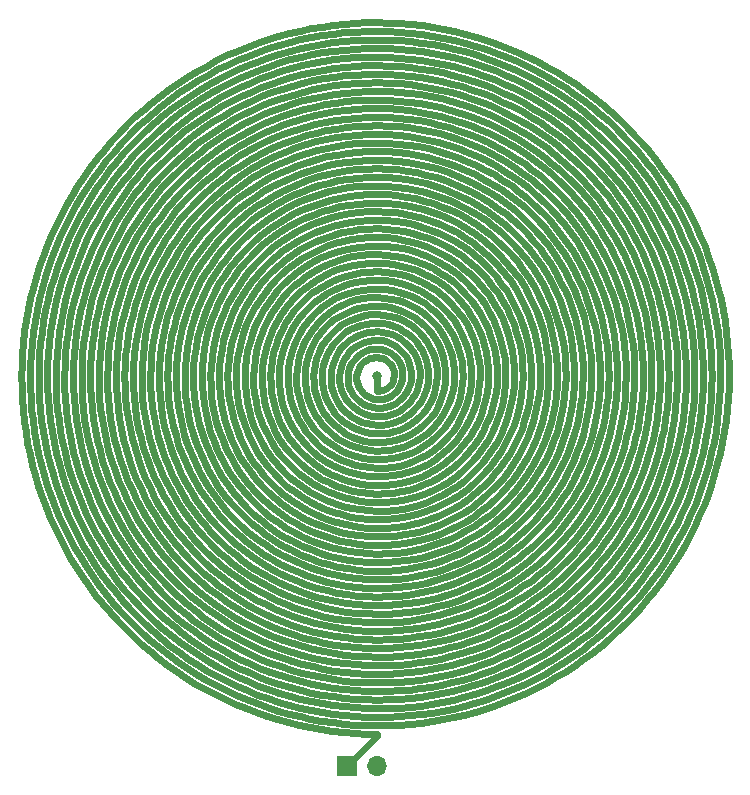
<source format=gbr>
%TF.GenerationSoftware,KiCad,Pcbnew,7.0.1*%
%TF.CreationDate,2024-04-16T12:00:10-05:00*%
%TF.ProjectId,coil,636f696c-2e6b-4696-9361-645f70636258,rev?*%
%TF.SameCoordinates,Original*%
%TF.FileFunction,Copper,L2,Bot*%
%TF.FilePolarity,Positive*%
%FSLAX46Y46*%
G04 Gerber Fmt 4.6, Leading zero omitted, Abs format (unit mm)*
G04 Created by KiCad (PCBNEW 7.0.1) date 2024-04-16 12:00:10*
%MOMM*%
%LPD*%
G01*
G04 APERTURE LIST*
%TA.AperFunction,ComponentPad*%
%ADD10R,1.700000X1.700000*%
%TD*%
%TA.AperFunction,ComponentPad*%
%ADD11O,1.700000X1.700000*%
%TD*%
%TA.AperFunction,ViaPad*%
%ADD12C,0.800000*%
%TD*%
%TA.AperFunction,Conductor*%
%ADD13C,0.600000*%
%TD*%
G04 APERTURE END LIST*
D10*
%TO.P,J1,1,Pin_1*%
%TO.N,Net-(J1-Pin_1)*%
X124460000Y-134620000D03*
D11*
%TO.P,J1,2,Pin_2*%
X127000000Y-134620000D03*
%TD*%
D12*
%TO.N,Net-(J1-Pin_1)*%
X127000000Y-101600000D03*
%TD*%
D13*
%TO.N,Net-(J1-Pin_1)*%
X127000000Y-101600000D02*
X127000000Y-102827000D01*
X127000000Y-132080000D02*
X124460000Y-134620000D01*
X127000000Y-131907000D02*
X127000000Y-132080000D01*
X127000000Y-102827000D02*
X127176972Y-102830865D01*
X127176972Y-102830865D02*
X127354996Y-102809005D01*
X127354996Y-102809005D02*
X127530306Y-102761207D01*
X127530306Y-102761207D02*
X127699098Y-102687817D01*
X127699098Y-102687817D02*
X127857615Y-102589740D01*
X127857615Y-102589740D02*
X128002227Y-102468435D01*
X128002227Y-102468435D02*
X128129517Y-102325896D01*
X128129517Y-102325896D02*
X128236355Y-102164625D01*
X128236355Y-102164625D02*
X128319979Y-101987581D01*
X128319979Y-101987581D02*
X128378056Y-101798135D01*
X128378056Y-101798135D02*
X128408750Y-101600000D01*
X128408750Y-101600000D02*
X128410766Y-101397163D01*
X128410766Y-101397163D02*
X128383393Y-101193799D01*
X128383393Y-101193799D02*
X128326533Y-100994193D01*
X128326533Y-100994193D02*
X128240715Y-100802641D01*
X128240715Y-100802641D02*
X128127097Y-100623365D01*
X128127097Y-100623365D02*
X127987456Y-100460416D01*
X127987456Y-100460416D02*
X127824158Y-100317585D01*
X127824158Y-100317585D02*
X127640126Y-100198319D01*
X127640126Y-100198319D02*
X127438786Y-100105633D01*
X127438786Y-100105633D02*
X127224000Y-100042044D01*
X127224000Y-100042044D02*
X127000000Y-100009500D01*
X127000000Y-100009500D02*
X126771297Y-100009334D01*
X126771297Y-100009334D02*
X126542594Y-100042220D01*
X126542594Y-100042220D02*
X126318691Y-100108142D01*
X126318691Y-100108142D02*
X126104379Y-100206387D01*
X126104379Y-100206387D02*
X125904344Y-100335545D01*
X125904344Y-100335545D02*
X125723058Y-100493523D01*
X125723058Y-100493523D02*
X125564688Y-100677581D01*
X125564688Y-100677581D02*
X125432994Y-100884372D01*
X125432994Y-100884372D02*
X125331245Y-101110009D01*
X125331245Y-101110009D02*
X125262143Y-101350134D01*
X125262143Y-101350134D02*
X125227750Y-101600000D01*
X125227750Y-101600000D02*
X125229434Y-101854569D01*
X125229434Y-101854569D02*
X125267832Y-102108611D01*
X125267832Y-102108611D02*
X125342816Y-102356811D01*
X125342816Y-102356811D02*
X125453489Y-102593882D01*
X125453489Y-102593882D02*
X125598188Y-102814677D01*
X125598188Y-102814677D02*
X125774503Y-103014299D01*
X125774503Y-103014299D02*
X125979319Y-103188210D01*
X125979319Y-103188210D02*
X126208870Y-103332332D01*
X126208870Y-103332332D02*
X126458805Y-103443142D01*
X126458805Y-103443142D02*
X126724268Y-103517757D01*
X126724268Y-103517757D02*
X127000000Y-103554000D01*
X127000000Y-103554000D02*
X127257025Y-103552300D01*
X127257025Y-103552300D02*
X127513572Y-103516679D01*
X127513572Y-103516679D02*
X127765152Y-103447239D01*
X127765152Y-103447239D02*
X128007292Y-103344680D01*
X128007292Y-103344680D02*
X128235621Y-103210292D01*
X128235621Y-103210292D02*
X128445945Y-103045945D01*
X128445945Y-103045945D02*
X128634324Y-102854061D01*
X128634324Y-102854061D02*
X128797147Y-102637583D01*
X128797147Y-102637583D02*
X128931197Y-102399928D01*
X128931197Y-102399928D02*
X129033717Y-102144933D01*
X129033717Y-102144933D02*
X129102462Y-101876794D01*
X129102462Y-101876794D02*
X129135750Y-101600000D01*
X129135750Y-101600000D02*
X129132495Y-101319252D01*
X129132495Y-101319252D02*
X129092236Y-101039387D01*
X129092236Y-101039387D02*
X129015154Y-100765296D01*
X129015154Y-100765296D02*
X128902080Y-100501833D01*
X128902080Y-100501833D02*
X128754484Y-100253737D01*
X128754484Y-100253737D02*
X128574462Y-100025538D01*
X128574462Y-100025538D02*
X128364704Y-99821484D01*
X128364704Y-99821484D02*
X128128458Y-99645453D01*
X128128458Y-99645453D02*
X127869481Y-99500888D01*
X127869481Y-99500888D02*
X127591973Y-99390726D01*
X127591973Y-99390726D02*
X127300518Y-99317343D01*
X127300518Y-99317343D02*
X127000000Y-99282500D01*
X127000000Y-99282500D02*
X126695529Y-99287310D01*
X126695529Y-99287310D02*
X126392347Y-99332207D01*
X126392347Y-99332207D02*
X126095743Y-99416930D01*
X126095743Y-99416930D02*
X125810958Y-99540519D01*
X125810958Y-99540519D02*
X125543094Y-99701324D01*
X125543094Y-99701324D02*
X125297022Y-99897022D01*
X125297022Y-99897022D02*
X125077292Y-100124654D01*
X125077292Y-100124654D02*
X124888053Y-100380667D01*
X124888053Y-100380667D02*
X124732973Y-100660967D01*
X124732973Y-100660967D02*
X124615169Y-100960987D01*
X124615169Y-100960987D02*
X124537148Y-101275759D01*
X124537148Y-101275759D02*
X124500750Y-101600000D01*
X124500750Y-101600000D02*
X124507115Y-101928195D01*
X124507115Y-101928195D02*
X124556650Y-102254694D01*
X124556650Y-102254694D02*
X124649015Y-102573810D01*
X124649015Y-102573810D02*
X124783119Y-102879917D01*
X124783119Y-102879917D02*
X124957132Y-103167548D01*
X124957132Y-103167548D02*
X125168505Y-103431495D01*
X125168505Y-103431495D02*
X125414012Y-103666900D01*
X125414012Y-103666900D02*
X125689792Y-103869347D01*
X125689792Y-103869347D02*
X125991414Y-104034942D01*
X125991414Y-104034942D02*
X126313946Y-104160388D01*
X126313946Y-104160388D02*
X126652036Y-104243047D01*
X126652036Y-104243047D02*
X127000000Y-104281000D01*
X127000000Y-104281000D02*
X127324844Y-104275331D01*
X127324844Y-104275331D02*
X127648297Y-104230244D01*
X127648297Y-104230244D02*
X127965569Y-104145995D01*
X127965569Y-104145995D02*
X128271912Y-104023425D01*
X128271912Y-104023425D02*
X128562691Y-103863949D01*
X128562691Y-103863949D02*
X128833458Y-103669546D01*
X128833458Y-103669546D02*
X129080011Y-103442729D01*
X129080011Y-103442729D02*
X129298467Y-103186517D01*
X129298467Y-103186517D02*
X129485322Y-102904398D01*
X129485322Y-102904398D02*
X129637501Y-102600272D01*
X129637501Y-102600272D02*
X129752415Y-102278409D01*
X129752415Y-102278409D02*
X129827998Y-101943381D01*
X129827998Y-101943381D02*
X129862750Y-101600000D01*
X129862750Y-101600000D02*
X129855756Y-101253248D01*
X129855756Y-101253248D02*
X129806713Y-100908207D01*
X129806713Y-100908207D02*
X129715934Y-100569982D01*
X129715934Y-100569982D02*
X129584357Y-100243625D01*
X129584357Y-100243625D02*
X129413527Y-99934063D01*
X129413527Y-99934063D02*
X129205588Y-99646020D01*
X129205588Y-99646020D02*
X128963251Y-99383948D01*
X128963251Y-99383948D02*
X128689763Y-99151955D01*
X128689763Y-99151955D02*
X128388861Y-98953747D01*
X128388861Y-98953747D02*
X128064722Y-98792560D01*
X128064722Y-98792560D02*
X127721905Y-98671117D01*
X127721905Y-98671117D02*
X127365289Y-98591577D01*
X127365289Y-98591577D02*
X127000000Y-98555500D01*
X127000000Y-98555500D02*
X126631341Y-98563819D01*
X126631341Y-98563819D02*
X126264712Y-98616819D01*
X126264712Y-98616819D02*
X125905532Y-98714126D01*
X125905532Y-98714126D02*
X125559162Y-98854712D01*
X125559162Y-98854712D02*
X125230817Y-99036896D01*
X125230817Y-99036896D02*
X124925497Y-99258370D01*
X124925497Y-99258370D02*
X124647906Y-99516226D01*
X124647906Y-99516226D02*
X124402378Y-99806991D01*
X124402378Y-99806991D02*
X124192815Y-100126676D01*
X124192815Y-100126676D02*
X124022621Y-100470829D01*
X124022621Y-100470829D02*
X123894648Y-100834599D01*
X123894648Y-100834599D02*
X123811152Y-101212804D01*
X123811152Y-101212804D02*
X123773750Y-101600000D01*
X123773750Y-101600000D02*
X123783394Y-101990567D01*
X123783394Y-101990567D02*
X123840350Y-102378784D01*
X123840350Y-102378784D02*
X123944187Y-102758917D01*
X123944187Y-102758917D02*
X124093780Y-103125302D01*
X124093780Y-103125302D02*
X124287319Y-103472429D01*
X124287319Y-103472429D02*
X124522329Y-103795025D01*
X124522329Y-103795025D02*
X124795704Y-104088136D01*
X124795704Y-104088136D02*
X125103745Y-104347199D01*
X125103745Y-104347199D02*
X125442212Y-104568117D01*
X125442212Y-104568117D02*
X125806379Y-104747319D01*
X125806379Y-104747319D02*
X126191104Y-104881821D01*
X126191104Y-104881821D02*
X126590896Y-104969273D01*
X126590896Y-104969273D02*
X127000000Y-105008000D01*
X127000000Y-105008000D02*
X127383028Y-104999472D01*
X127383028Y-104999472D02*
X127764129Y-104947868D01*
X127764129Y-104947868D02*
X128138454Y-104853515D01*
X128138454Y-104853515D02*
X128501207Y-104717288D01*
X128501207Y-104717288D02*
X128847700Y-104540598D01*
X128847700Y-104540598D02*
X129173419Y-104325381D01*
X129173419Y-104325381D02*
X129474078Y-104074078D01*
X129474078Y-104074078D02*
X129745680Y-103789607D01*
X129745680Y-103789607D02*
X129984567Y-103475328D01*
X129984567Y-103475328D02*
X130187467Y-103135003D01*
X130187467Y-103135003D02*
X130351544Y-102772756D01*
X130351544Y-102772756D02*
X130474434Y-102393017D01*
X130474434Y-102393017D02*
X130554278Y-102000471D01*
X130554278Y-102000471D02*
X130589750Y-101600000D01*
X130589750Y-101600000D02*
X130580079Y-101196622D01*
X130580079Y-101196622D02*
X130525061Y-100795428D01*
X130525061Y-100795428D02*
X130425066Y-100401518D01*
X130425066Y-100401518D02*
X130281039Y-100019935D01*
X130281039Y-100019935D02*
X130094490Y-99655603D01*
X130094490Y-99655603D02*
X129867479Y-99313262D01*
X129867479Y-99313262D02*
X129602595Y-98997405D01*
X129602595Y-98997405D02*
X129302926Y-98712222D01*
X129302926Y-98712222D02*
X128972024Y-98461541D01*
X128972024Y-98461541D02*
X128613862Y-98248782D01*
X128613862Y-98248782D02*
X128232784Y-98076905D01*
X128232784Y-98076905D02*
X127833460Y-97948373D01*
X127833460Y-97948373D02*
X127420820Y-97865115D01*
X127420820Y-97865115D02*
X127000000Y-97828500D01*
X127000000Y-97828500D02*
X126576272Y-97839314D01*
X126576272Y-97839314D02*
X126154985Y-97897746D01*
X126154985Y-97897746D02*
X125741489Y-98003383D01*
X125741489Y-98003383D02*
X125341077Y-98155210D01*
X125341077Y-98155210D02*
X124958906Y-98351618D01*
X124958906Y-98351618D02*
X124599943Y-98590423D01*
X124599943Y-98590423D02*
X124268888Y-98868888D01*
X124268888Y-98868888D02*
X123970124Y-99183754D01*
X123970124Y-99183754D02*
X123707649Y-99531279D01*
X123707649Y-99531279D02*
X123485031Y-99907280D01*
X123485031Y-99907280D02*
X123305354Y-100307187D01*
X123305354Y-100307187D02*
X123171180Y-100726097D01*
X123171180Y-100726097D02*
X123084508Y-101158830D01*
X123084508Y-101158830D02*
X123046750Y-101600000D01*
X123046750Y-101600000D02*
X123058707Y-102044077D01*
X123058707Y-102044077D02*
X123120553Y-102485458D01*
X123120553Y-102485458D02*
X123231832Y-102918539D01*
X123231832Y-102918539D02*
X123391459Y-103337782D01*
X123391459Y-103337782D02*
X123597726Y-103737790D01*
X123597726Y-103737790D02*
X123848326Y-104113376D01*
X123848326Y-104113376D02*
X124140372Y-104459628D01*
X124140372Y-104459628D02*
X124470435Y-104771974D01*
X124470435Y-104771974D02*
X124834582Y-105046243D01*
X124834582Y-105046243D02*
X125228422Y-105278720D01*
X125228422Y-105278720D02*
X125647159Y-105466197D01*
X125647159Y-105466197D02*
X126085654Y-105606014D01*
X126085654Y-105606014D02*
X126538480Y-105696099D01*
X126538480Y-105696099D02*
X127000000Y-105735000D01*
X127000000Y-105735000D02*
X127433492Y-105724398D01*
X127433492Y-105724398D02*
X127864753Y-105668344D01*
X127864753Y-105668344D02*
X128289018Y-105567190D01*
X128289018Y-105567190D02*
X128701569Y-105421787D01*
X128701569Y-105421787D02*
X129097792Y-105233482D01*
X129097792Y-105233482D02*
X129473224Y-105004101D01*
X129473224Y-105004101D02*
X129823608Y-104735935D01*
X129823608Y-104735935D02*
X130144939Y-104431716D01*
X130144939Y-104431716D02*
X130433509Y-104094590D01*
X130433509Y-104094590D02*
X130685948Y-103728083D01*
X130685948Y-103728083D02*
X130899271Y-103336067D01*
X130899271Y-103336067D02*
X131070902Y-102922716D01*
X131070902Y-102922716D02*
X131198715Y-102492464D01*
X131198715Y-102492464D02*
X131281052Y-102049957D01*
X131281052Y-102049957D02*
X131316750Y-101600000D01*
X131316750Y-101600000D02*
X131305153Y-101147510D01*
X131305153Y-101147510D02*
X131246122Y-100697459D01*
X131246122Y-100697459D02*
X131140044Y-100254818D01*
X131140044Y-100254818D02*
X130987824Y-99824506D01*
X130987824Y-99824506D02*
X130790882Y-99411333D01*
X130790882Y-99411333D02*
X130551140Y-99019946D01*
X130551140Y-99019946D02*
X130271001Y-98654777D01*
X130271001Y-98654777D02*
X129953331Y-98319994D01*
X129953331Y-98319994D02*
X129601420Y-98019453D01*
X129601420Y-98019453D02*
X129218958Y-97756651D01*
X129218958Y-97756651D02*
X128809992Y-97534692D01*
X128809992Y-97534692D02*
X128378880Y-97356243D01*
X128378880Y-97356243D02*
X127930252Y-97223507D01*
X127930252Y-97223507D02*
X127468955Y-97138194D01*
X127468955Y-97138194D02*
X127000000Y-97101500D01*
X127000000Y-97101500D02*
X126528512Y-97114093D01*
X126528512Y-97114093D02*
X126059671Y-97176099D01*
X126059671Y-97176099D02*
X125598654Y-97287101D01*
X125598654Y-97287101D02*
X125150582Y-97446139D01*
X125150582Y-97446139D02*
X124720458Y-97651718D01*
X124720458Y-97651718D02*
X124313116Y-97901822D01*
X124313116Y-97901822D02*
X123933163Y-98193932D01*
X123933163Y-98193932D02*
X123584927Y-98525055D01*
X123584927Y-98525055D02*
X123272414Y-98891750D01*
X123272414Y-98891750D02*
X122999251Y-99290167D01*
X122999251Y-99290167D02*
X122768655Y-99716084D01*
X122768655Y-99716084D02*
X122583389Y-100164956D01*
X122583389Y-100164956D02*
X122445728Y-100631960D01*
X122445728Y-100631960D02*
X122357439Y-101112047D01*
X122357439Y-101112047D02*
X122319750Y-101600000D01*
X122319750Y-101600000D02*
X122333339Y-102090486D01*
X122333339Y-102090486D02*
X122398321Y-102578117D01*
X122398321Y-102578117D02*
X122514247Y-103057510D01*
X122514247Y-103057510D02*
X122680102Y-103523342D01*
X122680102Y-103523342D02*
X122894318Y-103970417D01*
X122894318Y-103970417D02*
X123154783Y-104393714D01*
X123154783Y-104393714D02*
X123458865Y-104788452D01*
X123458865Y-104788452D02*
X123803440Y-105150139D01*
X123803440Y-105150139D02*
X124184920Y-105474625D01*
X124184920Y-105474625D02*
X124599292Y-105758149D01*
X124599292Y-105758149D02*
X125042160Y-105997382D01*
X125042160Y-105997382D02*
X125508792Y-106189466D01*
X125508792Y-106189466D02*
X125994172Y-106332050D01*
X125994172Y-106332050D02*
X126493049Y-106423315D01*
X126493049Y-106423315D02*
X127000000Y-106462000D01*
X127000000Y-106462000D02*
X127477673Y-106449893D01*
X127477673Y-106449893D02*
X127952961Y-106390860D01*
X127952961Y-106390860D02*
X128421256Y-106285255D01*
X128421256Y-106285255D02*
X128877995Y-106133881D01*
X128877995Y-106133881D02*
X129318705Y-105937992D01*
X129318705Y-105937992D02*
X129739048Y-105699275D01*
X129739048Y-105699275D02*
X130134864Y-105419843D01*
X130134864Y-105419843D02*
X130502211Y-105102211D01*
X130502211Y-105102211D02*
X130837405Y-104749277D01*
X130837405Y-104749277D02*
X131137055Y-104364292D01*
X131137055Y-104364292D02*
X131398100Y-103950833D01*
X131398100Y-103950833D02*
X131617839Y-103512771D01*
X131617839Y-103512771D02*
X131793957Y-103054231D01*
X131793957Y-103054231D02*
X131924554Y-102579555D01*
X131924554Y-102579555D02*
X132008158Y-102093261D01*
X132008158Y-102093261D02*
X132043750Y-101600000D01*
X132043750Y-101600000D02*
X132030768Y-101104513D01*
X132030768Y-101104513D02*
X131969118Y-100611581D01*
X131969118Y-100611581D02*
X131859179Y-100125984D01*
X131859179Y-100125984D02*
X131701796Y-99652452D01*
X131701796Y-99652452D02*
X131498281Y-99195619D01*
X131498281Y-99195619D02*
X131250395Y-98759977D01*
X131250395Y-98759977D02*
X130960338Y-98349835D01*
X130960338Y-98349835D02*
X130630728Y-97969272D01*
X130630728Y-97969272D02*
X130264578Y-97622100D01*
X130264578Y-97622100D02*
X129865267Y-97311825D01*
X129865267Y-97311825D02*
X129436510Y-97041611D01*
X129436510Y-97041611D02*
X128982324Y-96814246D01*
X128982324Y-96814246D02*
X128506990Y-96632119D01*
X128506990Y-96632119D02*
X128015012Y-96497189D01*
X128015012Y-96497189D02*
X127511075Y-96410967D01*
X127511075Y-96410967D02*
X127000000Y-96374500D01*
X127000000Y-96374500D02*
X126486698Y-96388358D01*
X126486698Y-96388358D02*
X125976123Y-96452624D01*
X125976123Y-96452624D02*
X125473225Y-96566898D01*
X125473225Y-96566898D02*
X124982900Y-96730289D01*
X124982900Y-96730289D02*
X124509942Y-96941430D01*
X124509942Y-96941430D02*
X124059002Y-97198486D01*
X124059002Y-97198486D02*
X123634534Y-97499167D01*
X123634534Y-97499167D02*
X123240755Y-97840755D01*
X123240755Y-97840755D02*
X122881606Y-98220121D01*
X122881606Y-98220121D02*
X122560706Y-98633758D01*
X122560706Y-98633758D02*
X122281322Y-99077814D01*
X122281322Y-99077814D02*
X122046331Y-99548123D01*
X122046331Y-99548123D02*
X121858195Y-100040251D01*
X121858195Y-100040251D02*
X121718931Y-100549530D01*
X121718931Y-100549530D02*
X121630092Y-101071110D01*
X121630092Y-101071110D02*
X121592750Y-101600000D01*
X121592750Y-101600000D02*
X121607483Y-102131117D01*
X121607483Y-102131117D02*
X121674367Y-102659334D01*
X121674367Y-102659334D02*
X121792974Y-103179534D01*
X121792974Y-103179534D02*
X121962374Y-103686653D01*
X121962374Y-103686653D02*
X122181141Y-104175734D01*
X122181141Y-104175734D02*
X122447366Y-104641973D01*
X122447366Y-104641973D02*
X122758673Y-105080767D01*
X122758673Y-105080767D02*
X123112239Y-105487761D01*
X123112239Y-105487761D02*
X123504820Y-105858889D01*
X123504820Y-105858889D02*
X123932784Y-106190414D01*
X123932784Y-106190414D02*
X124392137Y-106478968D01*
X124392137Y-106478968D02*
X124878570Y-106721584D01*
X124878570Y-106721584D02*
X125387491Y-106915729D01*
X125387491Y-106915729D02*
X125914072Y-107059327D01*
X125914072Y-107059327D02*
X126453296Y-107150783D01*
X126453296Y-107150783D02*
X127000000Y-107189000D01*
X127000000Y-107189000D02*
X127516674Y-107175804D01*
X127516674Y-107175804D02*
X128030905Y-107114855D01*
X128030905Y-107114855D02*
X128538280Y-107006493D01*
X128538280Y-107006493D02*
X129034428Y-106851464D01*
X129034428Y-106851464D02*
X129515059Y-106650919D01*
X129515059Y-106650919D02*
X129975998Y-106406403D01*
X129975998Y-106406403D02*
X130413225Y-106119840D01*
X130413225Y-106119840D02*
X130822906Y-105793528D01*
X130822906Y-105793528D02*
X131201429Y-105430108D01*
X131201429Y-105430108D02*
X131545436Y-105032554D01*
X131545436Y-105032554D02*
X131851852Y-104604139D01*
X131851852Y-104604139D02*
X132117912Y-104148417D01*
X132117912Y-104148417D02*
X132341187Y-103669187D01*
X132341187Y-103669187D02*
X132519606Y-103170463D01*
X132519606Y-103170463D02*
X132651474Y-102656444D01*
X132651474Y-102656444D02*
X132735487Y-102131471D01*
X132735487Y-102131471D02*
X132770750Y-101600000D01*
X132770750Y-101600000D02*
X132756779Y-101066556D01*
X132756779Y-101066556D02*
X132693510Y-100535698D01*
X132693510Y-100535698D02*
X132581304Y-100011982D01*
X132581304Y-100011982D02*
X132420941Y-99499916D01*
X132420941Y-99499916D02*
X132213615Y-99003928D01*
X132213615Y-99003928D02*
X131960929Y-98528323D01*
X131960929Y-98528323D02*
X131664880Y-98077246D01*
X131664880Y-98077246D02*
X131327843Y-97654650D01*
X131327843Y-97654650D02*
X130952553Y-97264256D01*
X130952553Y-97264256D02*
X130542083Y-96909525D01*
X130542083Y-96909525D02*
X130099818Y-96593621D01*
X130099818Y-96593621D02*
X129629430Y-96319392D01*
X129629430Y-96319392D02*
X129134843Y-96089336D01*
X129134843Y-96089336D02*
X128620202Y-95905582D01*
X128620202Y-95905582D02*
X128089840Y-95769871D01*
X128089840Y-95769871D02*
X127548241Y-95683538D01*
X127548241Y-95683538D02*
X127000000Y-95647500D01*
X127000000Y-95647500D02*
X126449786Y-95662247D01*
X126449786Y-95662247D02*
X125902302Y-95727834D01*
X125902302Y-95727834D02*
X125362244Y-95843884D01*
X125362244Y-95843884D02*
X124834261Y-96009582D01*
X124834261Y-96009582D02*
X124322915Y-96223689D01*
X124322915Y-96223689D02*
X123832643Y-96484544D01*
X123832643Y-96484544D02*
X123367717Y-96790080D01*
X123367717Y-96790080D02*
X122932206Y-97137842D01*
X122932206Y-97137842D02*
X122529942Y-97525003D01*
X122529942Y-97525003D02*
X122164485Y-97948389D01*
X122164485Y-97948389D02*
X121839094Y-98404503D01*
X121839094Y-98404503D02*
X121556696Y-98889557D01*
X121556696Y-98889557D02*
X121319859Y-99399502D01*
X121319859Y-99399502D02*
X121130770Y-99930060D01*
X121130770Y-99930060D02*
X120991216Y-100476764D01*
X120991216Y-100476764D02*
X120902563Y-101034989D01*
X120902563Y-101034989D02*
X120865750Y-101600000D01*
X120865750Y-101600000D02*
X120881272Y-102166984D01*
X120881272Y-102166984D02*
X120949179Y-102731094D01*
X120949179Y-102731094D02*
X121069072Y-103287495D01*
X121069072Y-103287495D02*
X121240105Y-103831395D01*
X121240105Y-103831395D02*
X121460993Y-104358098D01*
X121460993Y-104358098D02*
X121730017Y-104863036D01*
X121730017Y-104863036D02*
X122045041Y-105341812D01*
X122045041Y-105341812D02*
X122403528Y-105790238D01*
X122403528Y-105790238D02*
X122802559Y-106204373D01*
X122802559Y-106204373D02*
X123238860Y-106580555D01*
X123238860Y-106580555D02*
X123708824Y-106915433D01*
X123708824Y-106915433D02*
X124208544Y-107206000D01*
X124208544Y-107206000D02*
X124733846Y-107449618D01*
X124733846Y-107449618D02*
X125280322Y-107644042D01*
X125280322Y-107644042D02*
X125843367Y-107787440D01*
X125843367Y-107787440D02*
X126418219Y-107878411D01*
X126418219Y-107878411D02*
X127000000Y-107916000D01*
X127000000Y-107916000D02*
X127551356Y-107902025D01*
X127551356Y-107902025D02*
X128100269Y-107839933D01*
X128100269Y-107839933D02*
X128642541Y-107730047D01*
X128642541Y-107730047D02*
X129174013Y-107573052D01*
X129174013Y-107573052D02*
X129690593Y-107369996D01*
X129690593Y-107369996D02*
X130188292Y-107122283D01*
X130188292Y-107122283D02*
X130663249Y-106831662D01*
X130663249Y-106831662D02*
X131111769Y-106500216D01*
X131111769Y-106500216D02*
X131530345Y-106130345D01*
X131530345Y-106130345D02*
X131915686Y-105724750D01*
X131915686Y-105724750D02*
X132264747Y-105286416D01*
X132264747Y-105286416D02*
X132574750Y-104818583D01*
X132574750Y-104818583D02*
X132843205Y-104324731D01*
X132843205Y-104324731D02*
X133067935Y-103808548D01*
X133067935Y-103808548D02*
X133247085Y-103273901D01*
X133247085Y-103273901D02*
X133379147Y-102724816D01*
X133379147Y-102724816D02*
X133462965Y-102165436D01*
X133462965Y-102165436D02*
X133497750Y-101600000D01*
X133497750Y-101600000D02*
X133483083Y-101032804D01*
X133483083Y-101032804D02*
X133418922Y-100468171D01*
X133418922Y-100468171D02*
X133305604Y-99910418D01*
X133305604Y-99910418D02*
X133143841Y-99363825D01*
X133143841Y-99363825D02*
X132934717Y-98832596D01*
X132934717Y-98832596D02*
X132679683Y-98320833D01*
X132679683Y-98320833D02*
X132380543Y-97832503D01*
X132380543Y-97832503D02*
X132039445Y-97371404D01*
X132039445Y-97371404D02*
X131658861Y-96941139D01*
X131658861Y-96941139D02*
X131241577Y-96545086D01*
X131241577Y-96545086D02*
X130790663Y-96186372D01*
X130790663Y-96186372D02*
X130309458Y-95867850D01*
X130309458Y-95867850D02*
X129801542Y-95592073D01*
X129801542Y-95592073D02*
X129270710Y-95361276D01*
X129270710Y-95361276D02*
X128720942Y-95177358D01*
X128720942Y-95177358D02*
X128156376Y-95041864D01*
X128156376Y-95041864D02*
X127581277Y-94955976D01*
X127581277Y-94955976D02*
X127000000Y-94920500D01*
X127000000Y-94920500D02*
X126416963Y-94935859D01*
X126416963Y-94935859D02*
X125836610Y-95002089D01*
X125836610Y-95002089D02*
X125263378Y-95118839D01*
X125263378Y-95118839D02*
X124701663Y-95285370D01*
X124701663Y-95285370D02*
X124155785Y-95500561D01*
X124155785Y-95500561D02*
X123629958Y-95762917D01*
X123629958Y-95762917D02*
X123128255Y-96070576D01*
X123128255Y-96070576D02*
X122654577Y-96421327D01*
X122654577Y-96421327D02*
X122212622Y-96812622D01*
X122212622Y-96812622D02*
X121805857Y-97241596D01*
X121805857Y-97241596D02*
X121437491Y-97705089D01*
X121437491Y-97705089D02*
X121110450Y-98199667D01*
X121110450Y-98199667D02*
X120827352Y-98721647D01*
X120827352Y-98721647D02*
X120590487Y-99267128D01*
X120590487Y-99267128D02*
X120401801Y-99832018D01*
X120401801Y-99832018D02*
X120262875Y-100412063D01*
X120262875Y-100412063D02*
X120174918Y-101002883D01*
X120174918Y-101002883D02*
X120138750Y-101600000D01*
X120138750Y-101600000D02*
X120154800Y-102198877D01*
X120154800Y-102198877D02*
X120223100Y-102794950D01*
X120223100Y-102794950D02*
X120343282Y-103383662D01*
X120343282Y-103383662D02*
X120514581Y-103960500D01*
X120514581Y-103960500D02*
X120735840Y-104521026D01*
X120735840Y-104521026D02*
X121005516Y-105060917D01*
X121005516Y-105060917D02*
X121321695Y-105575992D01*
X121321695Y-105575992D02*
X121682098Y-106062249D01*
X121682098Y-106062249D02*
X122084105Y-106515895D01*
X122084105Y-106515895D02*
X122524770Y-106933372D01*
X122524770Y-106933372D02*
X123000842Y-107311390D01*
X123000842Y-107311390D02*
X123508792Y-107646950D01*
X123508792Y-107646950D02*
X124044836Y-107937370D01*
X124044836Y-107937370D02*
X124604966Y-108180302D01*
X124604966Y-108180302D02*
X125184978Y-108373756D01*
X125184978Y-108373756D02*
X125780503Y-108516113D01*
X125780503Y-108516113D02*
X126387042Y-108606140D01*
X126387042Y-108606140D02*
X127000000Y-108643000D01*
X127000000Y-108643000D02*
X127582396Y-108628478D01*
X127582396Y-108628478D02*
X128162389Y-108565813D01*
X128162389Y-108565813D02*
X128735999Y-108455305D01*
X128735999Y-108455305D02*
X129299282Y-108297581D01*
X129299282Y-108297581D02*
X129848354Y-108093592D01*
X129848354Y-108093592D02*
X130379414Y-107844611D01*
X130379414Y-107844611D02*
X130888780Y-107552221D01*
X130888780Y-107552221D02*
X131372904Y-107218307D01*
X131372904Y-107218307D02*
X131828403Y-106845044D01*
X131828403Y-106845044D02*
X132252081Y-106434881D01*
X132252081Y-106434881D02*
X132640953Y-105990530D01*
X132640953Y-105990530D02*
X132992261Y-105514940D01*
X132992261Y-105514940D02*
X133303501Y-105011284D01*
X133303501Y-105011284D02*
X133572433Y-104482936D01*
X133572433Y-104482936D02*
X133797103Y-103933448D01*
X133797103Y-103933448D02*
X133975855Y-103366526D01*
X133975855Y-103366526D02*
X134107343Y-102786006D01*
X134107343Y-102786006D02*
X134190541Y-102195825D01*
X134190541Y-102195825D02*
X134224750Y-101600000D01*
X134224750Y-101600000D02*
X134209607Y-101002595D01*
X134209607Y-101002595D02*
X134145084Y-100407696D01*
X134145084Y-100407696D02*
X134031494Y-99819384D01*
X134031494Y-99819384D02*
X133869483Y-99241703D01*
X133869483Y-99241703D02*
X133660034Y-98678638D01*
X133660034Y-98678638D02*
X133404455Y-98134082D01*
X133404455Y-98134082D02*
X133104376Y-97611812D01*
X133104376Y-97611812D02*
X132761733Y-97115463D01*
X132761733Y-97115463D02*
X132378761Y-96648501D01*
X132378761Y-96648501D02*
X131957977Y-96214201D01*
X131957977Y-96214201D02*
X131502163Y-95815621D01*
X131502163Y-95815621D02*
X131014348Y-95455584D01*
X131014348Y-95455584D02*
X130497787Y-95136655D01*
X130497787Y-95136655D02*
X129955944Y-94861125D01*
X129955944Y-94861125D02*
X129392463Y-94630995D01*
X129392463Y-94630995D02*
X128811143Y-94447956D01*
X128811143Y-94447956D02*
X128215921Y-94313386D01*
X128215921Y-94313386D02*
X127610834Y-94228330D01*
X127610834Y-94228330D02*
X127000000Y-94193500D01*
X127000000Y-94193500D02*
X126387586Y-94209264D01*
X126387586Y-94209264D02*
X125777781Y-94275644D01*
X125777781Y-94275644D02*
X125174767Y-94392318D01*
X125174767Y-94392318D02*
X124582689Y-94558615D01*
X124582689Y-94558615D02*
X124005630Y-94773524D01*
X124005630Y-94773524D02*
X123447579Y-95035700D01*
X123447579Y-95035700D02*
X122912405Y-95343469D01*
X122912405Y-95343469D02*
X122403830Y-95694841D01*
X122403830Y-95694841D02*
X121925405Y-96087521D01*
X121925405Y-96087521D02*
X121480483Y-96518927D01*
X121480483Y-96518927D02*
X121072195Y-96986204D01*
X121072195Y-96986204D02*
X120703429Y-97486245D01*
X120703429Y-97486245D02*
X120376810Y-98015709D01*
X120376810Y-98015709D02*
X120094684Y-98571047D01*
X120094684Y-98571047D02*
X119859092Y-99148523D01*
X119859092Y-99148523D02*
X119671768Y-99744240D01*
X119671768Y-99744240D02*
X119534114Y-100354164D01*
X119534114Y-100354164D02*
X119447201Y-100974157D01*
X119447201Y-100974157D02*
X119411750Y-101600000D01*
X119411750Y-101600000D02*
X119428135Y-102227423D01*
X119428135Y-102227423D02*
X119496373Y-102852134D01*
X119496373Y-102852134D02*
X119616129Y-103469850D01*
X119616129Y-103469850D02*
X119786712Y-104076325D01*
X119786712Y-104076325D02*
X120007083Y-104667378D01*
X120007083Y-104667378D02*
X120275856Y-105238925D01*
X120275856Y-105238925D02*
X120591314Y-105787003D01*
X120591314Y-105787003D02*
X120951415Y-106307803D01*
X120951415Y-106307803D02*
X121353803Y-106797690D01*
X121353803Y-106797690D02*
X121795831Y-107253235D01*
X121795831Y-107253235D02*
X122274571Y-107671232D01*
X122274571Y-107671232D02*
X122786837Y-108048726D01*
X122786837Y-108048726D02*
X123329206Y-108383034D01*
X123329206Y-108383034D02*
X123898039Y-108671758D01*
X123898039Y-108671758D02*
X124489509Y-108912810D01*
X124489509Y-108912810D02*
X125099623Y-109104421D01*
X125099623Y-109104421D02*
X125724249Y-109245157D01*
X125724249Y-109245157D02*
X126359148Y-109333928D01*
X126359148Y-109333928D02*
X127000000Y-109370000D01*
X127000000Y-109370000D02*
X127610340Y-109355107D01*
X127610340Y-109355107D02*
X128218339Y-109292290D01*
X128218339Y-109292290D02*
X128820235Y-109181824D01*
X128820235Y-109181824D02*
X129412295Y-109024280D01*
X129412295Y-109024280D02*
X129990838Y-108820523D01*
X129990838Y-108820523D02*
X130552260Y-108571703D01*
X130552260Y-108571703D02*
X131093051Y-108279253D01*
X131093051Y-108279253D02*
X131609823Y-107944878D01*
X131609823Y-107944878D02*
X132099328Y-107570546D01*
X132099328Y-107570546D02*
X132558478Y-107158478D01*
X132558478Y-107158478D02*
X132984366Y-106711132D01*
X132984366Y-106711132D02*
X133374285Y-106231189D01*
X133374285Y-106231189D02*
X133725743Y-105721541D01*
X133725743Y-105721541D02*
X134036479Y-105185265D01*
X134036479Y-105185265D02*
X134304480Y-104625615D01*
X134304480Y-104625615D02*
X134527993Y-104045993D01*
X134527993Y-104045993D02*
X134705533Y-103449935D01*
X134705533Y-103449935D02*
X134835900Y-102841085D01*
X134835900Y-102841085D02*
X134918178Y-102223174D01*
X134918178Y-102223174D02*
X134951750Y-101600000D01*
X134951750Y-101600000D02*
X134936297Y-100975400D01*
X134936297Y-100975400D02*
X134871802Y-100353229D01*
X134871802Y-100353229D02*
X134758552Y-99737337D01*
X134758552Y-99737337D02*
X134597135Y-99131541D01*
X134597135Y-99131541D02*
X134388438Y-98539609D01*
X134388438Y-98539609D02*
X134133643Y-97965227D01*
X134133643Y-97965227D02*
X133834220Y-97411985D01*
X133834220Y-97411985D02*
X133491916Y-96883347D01*
X133491916Y-96883347D02*
X133108750Y-96382635D01*
X133108750Y-96382635D02*
X132686995Y-95913005D01*
X132686995Y-95913005D02*
X132229169Y-95477430D01*
X132229169Y-95477430D02*
X131738019Y-95078676D01*
X131738019Y-95078676D02*
X131216505Y-94719290D01*
X131216505Y-94719290D02*
X130667778Y-94401581D01*
X130667778Y-94401581D02*
X130095168Y-94127605D01*
X130095168Y-94127605D02*
X129502157Y-93899153D01*
X129502157Y-93899153D02*
X128892364Y-93717738D01*
X128892364Y-93717738D02*
X128269517Y-93584588D01*
X128269517Y-93584588D02*
X127637434Y-93500632D01*
X127637434Y-93500632D02*
X127000000Y-93466500D01*
X127000000Y-93466500D02*
X126361140Y-93482513D01*
X126361140Y-93482513D02*
X125724797Y-93548686D01*
X125724797Y-93548686D02*
X125094908Y-93664720D01*
X125094908Y-93664720D02*
X124475378Y-93830011D01*
X124475378Y-93830011D02*
X123870056Y-94043647D01*
X123870056Y-94043647D02*
X123282714Y-94304416D01*
X123282714Y-94304416D02*
X122717020Y-94610813D01*
X122717020Y-94610813D02*
X122176517Y-94961045D01*
X122176517Y-94961045D02*
X121664598Y-95353046D01*
X121664598Y-95353046D02*
X121184489Y-95784489D01*
X121184489Y-95784489D02*
X120739226Y-96252794D01*
X120739226Y-96252794D02*
X120331637Y-96755151D01*
X120331637Y-96755151D02*
X119964322Y-97288531D01*
X119964322Y-97288531D02*
X119639640Y-97849709D01*
X119639640Y-97849709D02*
X119359689Y-98435280D01*
X119359689Y-98435280D02*
X119126298Y-99041679D01*
X119126298Y-99041679D02*
X118941010Y-99665208D01*
X118941010Y-99665208D02*
X118805076Y-100302052D01*
X118805076Y-100302052D02*
X118719443Y-100948306D01*
X118719443Y-100948306D02*
X118684750Y-101600000D01*
X118684750Y-101600000D02*
X118701324Y-102253120D01*
X118701324Y-102253120D02*
X118769173Y-102903635D01*
X118769173Y-102903635D02*
X118887992Y-103547521D01*
X118887992Y-103547521D02*
X119057156Y-104180786D01*
X119057156Y-104180786D02*
X119275732Y-104799497D01*
X119275732Y-104799497D02*
X119542476Y-105399798D01*
X119542476Y-105399798D02*
X119855845Y-105977944D01*
X119855845Y-105977944D02*
X120214006Y-106530313D01*
X120214006Y-106530313D02*
X120614843Y-107053440D01*
X120614843Y-107053440D02*
X121055972Y-107544028D01*
X121055972Y-107544028D02*
X121534757Y-107998978D01*
X121534757Y-107998978D02*
X122048321Y-108415402D01*
X122048321Y-108415402D02*
X122593567Y-108790645D01*
X122593567Y-108790645D02*
X123167197Y-109122300D01*
X123167197Y-109122300D02*
X123765727Y-109408226D01*
X123765727Y-109408226D02*
X124385515Y-109646556D01*
X124385515Y-109646556D02*
X125022779Y-109835718D01*
X125022779Y-109835718D02*
X125673620Y-109974437D01*
X125673620Y-109974437D02*
X126334046Y-110061747D01*
X126334046Y-110061747D02*
X127000000Y-110097000D01*
X127000000Y-110097000D02*
X127635628Y-110081871D01*
X127635628Y-110081871D02*
X128268992Y-110019212D01*
X128268992Y-110019212D02*
X128896538Y-109909276D01*
X128896538Y-109909276D02*
X129514739Y-109752583D01*
X129514739Y-109752583D02*
X130120112Y-109549917D01*
X130120112Y-109549917D02*
X130709241Y-109302318D01*
X130709241Y-109302318D02*
X131278792Y-109011085D01*
X131278792Y-109011085D02*
X131825534Y-108677758D01*
X131825534Y-108677758D02*
X132346358Y-108304121D01*
X132346358Y-108304121D02*
X132838295Y-107892186D01*
X132838295Y-107892186D02*
X133298530Y-107444182D01*
X133298530Y-107444182D02*
X133724421Y-106962547D01*
X133724421Y-106962547D02*
X134113513Y-106449911D01*
X134113513Y-106449911D02*
X134463551Y-105909083D01*
X134463551Y-105909083D02*
X134772498Y-105343038D01*
X134772498Y-105343038D02*
X135038538Y-104754894D01*
X135038538Y-104754894D02*
X135260096Y-104147902D01*
X135260096Y-104147902D02*
X135435842Y-103525426D01*
X135435842Y-103525426D02*
X135564699Y-102890921D01*
X135564699Y-102890921D02*
X135645852Y-102247917D01*
X135645852Y-102247917D02*
X135678750Y-101600000D01*
X135678750Y-101600000D02*
X135663113Y-100950789D01*
X135663113Y-100950789D02*
X135598932Y-100303920D01*
X135598932Y-100303920D02*
X135486469Y-99663019D01*
X135486469Y-99663019D02*
X135326259Y-99031689D01*
X135326259Y-99031689D02*
X135119103Y-98413487D01*
X135119103Y-98413487D02*
X134866070Y-97811901D01*
X134866070Y-97811901D02*
X134568485Y-97230333D01*
X134568485Y-97230333D02*
X134227927Y-96672083D01*
X134227927Y-96672083D02*
X133846219Y-96140322D01*
X133846219Y-96140322D02*
X133425418Y-95638084D01*
X133425418Y-95638084D02*
X132967803Y-95168238D01*
X132967803Y-95168238D02*
X132475866Y-94733481D01*
X132475866Y-94733481D02*
X131952294Y-94336319D01*
X131952294Y-94336319D02*
X131399958Y-93979049D01*
X131399958Y-93979049D02*
X130821896Y-93663751D01*
X130821896Y-93663751D02*
X130221294Y-93392276D01*
X130221294Y-93392276D02*
X129601474Y-93166228D01*
X129601474Y-93166228D02*
X128965869Y-92986965D01*
X128965869Y-92986965D02*
X128318009Y-92855581D01*
X128318009Y-92855581D02*
X127661499Y-92772906D01*
X127661499Y-92772906D02*
X127000000Y-92739500D01*
X127000000Y-92739500D02*
X126337207Y-92755645D01*
X126337207Y-92755645D02*
X125676831Y-92821348D01*
X125676831Y-92821348D02*
X125022576Y-92936338D01*
X125022576Y-92936338D02*
X124378118Y-93100066D01*
X124378118Y-93100066D02*
X123747086Y-93311711D01*
X123747086Y-93311711D02*
X123133042Y-93570179D01*
X123133042Y-93570179D02*
X122539458Y-93874115D01*
X122539458Y-93874115D02*
X121969699Y-94221904D01*
X121969699Y-94221904D02*
X121427003Y-94611683D01*
X121427003Y-94611683D02*
X120914462Y-95041350D01*
X120914462Y-95041350D02*
X120435006Y-95508575D01*
X120435006Y-95508575D02*
X119991383Y-96010815D01*
X119991383Y-96010815D02*
X119586150Y-96545322D01*
X119586150Y-96545322D02*
X119221648Y-97109167D01*
X119221648Y-97109167D02*
X118900000Y-97699246D01*
X118900000Y-97699246D02*
X118623089Y-98312305D01*
X118623089Y-98312305D02*
X118392553Y-98944954D01*
X118392553Y-98944954D02*
X118209771Y-99593688D01*
X118209771Y-99593688D02*
X118075861Y-100254902D01*
X118075861Y-100254902D02*
X117991665Y-100924919D01*
X117991665Y-100924919D02*
X117957750Y-101600000D01*
X117957750Y-101600000D02*
X117974403Y-102276375D01*
X117974403Y-102276375D02*
X118041628Y-102950257D01*
X118041628Y-102950257D02*
X118159145Y-103617868D01*
X118159145Y-103617868D02*
X118326391Y-104275454D01*
X118326391Y-104275454D02*
X118542524Y-104919315D01*
X118542524Y-104919315D02*
X118806428Y-105545816D01*
X118806428Y-105545816D02*
X119116715Y-106151417D01*
X119116715Y-106151417D02*
X119471735Y-106732684D01*
X119471735Y-106732684D02*
X119869585Y-107286316D01*
X119869585Y-107286316D02*
X120308118Y-107809159D01*
X120308118Y-107809159D02*
X120784954Y-108298227D01*
X120784954Y-108298227D02*
X121297495Y-108750715D01*
X121297495Y-108750715D02*
X121842939Y-109164019D01*
X121842939Y-109164019D02*
X122418292Y-109535752D01*
X122418292Y-109535752D02*
X123020387Y-109863751D01*
X123020387Y-109863751D02*
X123645904Y-110146097D01*
X123645904Y-110146097D02*
X124291382Y-110381123D01*
X124291382Y-110381123D02*
X124953245Y-110567422D01*
X124953245Y-110567422D02*
X125627814Y-110703859D01*
X125627814Y-110703859D02*
X126311336Y-110789577D01*
X126311336Y-110789577D02*
X127000000Y-110824000D01*
X127000000Y-110824000D02*
X127658622Y-110808739D01*
X127658622Y-110808739D02*
X128315063Y-110746468D01*
X128315063Y-110746468D02*
X128965970Y-110637420D01*
X128965970Y-110637420D02*
X129608011Y-110482070D01*
X129608011Y-110482070D02*
X130237893Y-110281127D01*
X130237893Y-110281127D02*
X130852379Y-110035534D01*
X130852379Y-110035534D02*
X131448307Y-109746467D01*
X131448307Y-109746467D02*
X132022602Y-109415322D01*
X132022602Y-109415322D02*
X132572295Y-109043714D01*
X132572295Y-109043714D02*
X133094536Y-108633469D01*
X133094536Y-108633469D02*
X133586611Y-108186611D01*
X133586611Y-108186611D02*
X134045956Y-107705356D01*
X134045956Y-107705356D02*
X134470169Y-107192098D01*
X134470169Y-107192098D02*
X134857021Y-106649401D01*
X134857021Y-106649401D02*
X135204473Y-106079981D01*
X135204473Y-106079981D02*
X135510682Y-105486698D01*
X135510682Y-105486698D02*
X135774012Y-104872537D01*
X135774012Y-104872537D02*
X135993044Y-104240596D01*
X135993044Y-104240596D02*
X136166581Y-103594068D01*
X136166581Y-103594068D02*
X136293658Y-102936226D01*
X136293658Y-102936226D02*
X136373545Y-102270409D01*
X136373545Y-102270409D02*
X136405750Y-101600000D01*
X136405750Y-101600000D02*
X136390026Y-100928412D01*
X136390026Y-100928412D02*
X136326368Y-100259071D01*
X136326368Y-100259071D02*
X136215017Y-99595396D01*
X136215017Y-99595396D02*
X136056458Y-98940784D01*
X136056458Y-98940784D02*
X135851417Y-98298592D01*
X135851417Y-98298592D02*
X135600860Y-97672119D01*
X135600860Y-97672119D02*
X135305985Y-97064589D01*
X135305985Y-97064589D02*
X134968220Y-96479136D01*
X134968220Y-96479136D02*
X134589213Y-95918786D01*
X134589213Y-95918786D02*
X134170827Y-95386443D01*
X134170827Y-95386443D02*
X133715128Y-94884872D01*
X133715128Y-94884872D02*
X133224377Y-94416686D01*
X133224377Y-94416686D02*
X132701017Y-93984333D01*
X132701017Y-93984333D02*
X132147662Y-93590081D01*
X132147662Y-93590081D02*
X131567085Y-93236008D01*
X131567085Y-93236008D02*
X130962200Y-92923992D01*
X130962200Y-92923992D02*
X130336053Y-92655697D01*
X130336053Y-92655697D02*
X129691801Y-92432568D01*
X129691801Y-92432568D02*
X129032701Y-92255822D01*
X129032701Y-92255822D02*
X128362092Y-92126441D01*
X128362092Y-92126441D02*
X127683375Y-92045168D01*
X127683375Y-92045168D02*
X127000000Y-92012500D01*
X127000000Y-92012500D02*
X126315446Y-92028688D01*
X126315446Y-92028688D02*
X125633205Y-92093732D01*
X125633205Y-92093732D02*
X124956762Y-92207387D01*
X124956762Y-92207387D02*
X124289579Y-92369154D01*
X124289579Y-92369154D02*
X123635077Y-92578292D01*
X123635077Y-92578292D02*
X122996617Y-92833814D01*
X122996617Y-92833814D02*
X122377486Y-93134497D01*
X122377486Y-93134497D02*
X121780875Y-93478883D01*
X121780875Y-93478883D02*
X121209868Y-93865289D01*
X121209868Y-93865289D02*
X120667422Y-94291816D01*
X120667422Y-94291816D02*
X120156355Y-94756355D01*
X120156355Y-94756355D02*
X119679329Y-95256602D01*
X119679329Y-95256602D02*
X119238835Y-95790064D01*
X119238835Y-95790064D02*
X118837183Y-96354076D01*
X118837183Y-96354076D02*
X118476490Y-96945812D01*
X118476490Y-96945812D02*
X118158666Y-97562298D01*
X118158666Y-97562298D02*
X117885406Y-98200432D01*
X117885406Y-98200432D02*
X117658180Y-98856994D01*
X117658180Y-98856994D02*
X117478226Y-99528665D01*
X117478226Y-99528665D02*
X117346541Y-100212042D01*
X117346541Y-100212042D02*
X117263881Y-100903659D01*
X117263881Y-100903659D02*
X117230750Y-101600000D01*
X117230750Y-101600000D02*
X117247401Y-102297520D01*
X117247401Y-102297520D02*
X117313832Y-102992661D01*
X117313832Y-102992661D02*
X117429790Y-103681872D01*
X117429790Y-103681872D02*
X117594766Y-104361626D01*
X117594766Y-104361626D02*
X117808001Y-105028438D01*
X117808001Y-105028438D02*
X118068489Y-105678884D01*
X118068489Y-105678884D02*
X118374979Y-106309618D01*
X118374979Y-106309618D02*
X118725985Y-106917387D01*
X118725985Y-106917387D02*
X119119790Y-107499051D01*
X119119790Y-107499051D02*
X119554458Y-108051599D01*
X119554458Y-108051599D02*
X120027839Y-108572161D01*
X120027839Y-108572161D02*
X120537581Y-109058029D01*
X120537581Y-109058029D02*
X121081146Y-109506664D01*
X121081146Y-109506664D02*
X121655815Y-109915715D01*
X121655815Y-109915715D02*
X122258708Y-110283028D01*
X122258708Y-110283028D02*
X122886797Y-110606659D01*
X122886797Y-110606659D02*
X123536917Y-110884884D01*
X123536917Y-110884884D02*
X124205789Y-111116208D01*
X124205789Y-111116208D02*
X124890031Y-111299371D01*
X124890031Y-111299371D02*
X125586176Y-111433359D01*
X125586176Y-111433359D02*
X126290693Y-111517406D01*
X126290693Y-111517406D02*
X127000000Y-111551000D01*
X127000000Y-111551000D02*
X127679620Y-111535686D01*
X127679620Y-111535686D02*
X128357146Y-111473973D01*
X128357146Y-111473973D02*
X129029414Y-111366076D01*
X129029414Y-111366076D02*
X129693276Y-111212426D01*
X129693276Y-111212426D02*
X130345618Y-111013668D01*
X130345618Y-111013668D02*
X130983379Y-110770657D01*
X130983379Y-110770657D02*
X131603556Y-110484459D01*
X131603556Y-110484459D02*
X132203227Y-110156342D01*
X132203227Y-110156342D02*
X132779559Y-109787770D01*
X132779559Y-109787770D02*
X133329826Y-109380401D01*
X133329826Y-109380401D02*
X133851417Y-108936076D01*
X133851417Y-108936076D02*
X134341851Y-108456810D01*
X134341851Y-108456810D02*
X134798791Y-107944787D01*
X134798791Y-107944787D02*
X135220049Y-107402344D01*
X135220049Y-107402344D02*
X135603604Y-106831968D01*
X135603604Y-106831968D02*
X135947605Y-106236275D01*
X135947605Y-106236275D02*
X136250385Y-105618009D01*
X136250385Y-105618009D02*
X136510465Y-104980020D01*
X136510465Y-104980020D02*
X136726564Y-104325255D01*
X136726564Y-104325255D02*
X136897604Y-103656746D01*
X136897604Y-103656746D02*
X137022716Y-102977591D01*
X137022716Y-102977591D02*
X137101244Y-102290944D01*
X137101244Y-102290944D02*
X137132750Y-101600000D01*
X137132750Y-101600000D02*
X137117012Y-100907977D01*
X137117012Y-100907977D02*
X137054030Y-100218105D01*
X137054030Y-100218105D02*
X136944025Y-99533608D01*
X136944025Y-99533608D02*
X136787437Y-98857689D01*
X136787437Y-98857689D02*
X136584924Y-98193517D01*
X136584924Y-98193517D02*
X136337361Y-97544212D01*
X136337361Y-97544212D02*
X136045833Y-96912827D01*
X136045833Y-96912827D02*
X135711632Y-96302339D01*
X135711632Y-96302339D02*
X135336254Y-95715629D01*
X135336254Y-95715629D02*
X134921387Y-95155474D01*
X134921387Y-95155474D02*
X134468905Y-94624529D01*
X134468905Y-94624529D02*
X133980864Y-94125320D01*
X133980864Y-94125320D02*
X133459487Y-93660224D01*
X133459487Y-93660224D02*
X132907156Y-93231467D01*
X132907156Y-93231467D02*
X132326402Y-92841105D01*
X132326402Y-92841105D02*
X131719892Y-92491021D01*
X131719892Y-92491021D02*
X131090419Y-92182912D01*
X131090419Y-92182912D02*
X130440884Y-91918279D01*
X130440884Y-91918279D02*
X129774291Y-91698426D01*
X129774291Y-91698426D02*
X129093724Y-91524448D01*
X129093724Y-91524448D02*
X128402339Y-91397227D01*
X128402339Y-91397227D02*
X127703347Y-91317429D01*
X127703347Y-91317429D02*
X127000000Y-91285500D01*
X127000000Y-91285500D02*
X126295574Y-91301662D01*
X126295574Y-91301662D02*
X125593357Y-91365913D01*
X125593357Y-91365913D02*
X124896630Y-91478026D01*
X124896630Y-91478026D02*
X124208653Y-91637553D01*
X124208653Y-91637553D02*
X123532653Y-91843820D01*
X123532653Y-91843820D02*
X122871803Y-92095936D01*
X122871803Y-92095936D02*
X122229211Y-92392794D01*
X122229211Y-92392794D02*
X121607905Y-92733077D01*
X121607905Y-92733077D02*
X121010818Y-93115261D01*
X121010818Y-93115261D02*
X120440774Y-93537628D01*
X120440774Y-93537628D02*
X119900475Y-93998265D01*
X119900475Y-93998265D02*
X119392490Y-94495082D01*
X119392490Y-94495082D02*
X118919238Y-95025813D01*
X118919238Y-95025813D02*
X118482982Y-95588032D01*
X118482982Y-95588032D02*
X118085814Y-96179164D01*
X118085814Y-96179164D02*
X117729648Y-96796491D01*
X117729648Y-96796491D02*
X117416209Y-97437172D01*
X117416209Y-97437172D02*
X117147023Y-98098251D01*
X117147023Y-98098251D02*
X116923416Y-98776674D01*
X116923416Y-98776674D02*
X116746499Y-99469298D01*
X116746499Y-99469298D02*
X116617170Y-100172913D01*
X116617170Y-100172913D02*
X116536103Y-100884250D01*
X116536103Y-100884250D02*
X116503750Y-101600000D01*
X116503750Y-101600000D02*
X116520335Y-102316829D01*
X116520335Y-102316829D02*
X116585855Y-103031391D01*
X116585855Y-103031391D02*
X116700078Y-103740348D01*
X116700078Y-103740348D02*
X116862543Y-104440382D01*
X116862543Y-104440382D02*
X117072564Y-105128212D01*
X117072564Y-105128212D02*
X117329233Y-105800607D01*
X117329233Y-105800607D02*
X117631421Y-106454406D01*
X117631421Y-106454406D02*
X117977786Y-107086530D01*
X117977786Y-107086530D02*
X118366777Y-107693994D01*
X118366777Y-107693994D02*
X118796642Y-108273927D01*
X118796642Y-108273927D02*
X119265436Y-108823579D01*
X119265436Y-108823579D02*
X119771028Y-109340339D01*
X119771028Y-109340339D02*
X120311113Y-109821747D01*
X120311113Y-109821747D02*
X120883221Y-110265502D01*
X120883221Y-110265502D02*
X121484729Y-110669476D01*
X121484729Y-110669476D02*
X122112874Y-111031725D01*
X122112874Y-111031725D02*
X122764763Y-111350494D01*
X122764763Y-111350494D02*
X123437387Y-111624233D01*
X123437387Y-111624233D02*
X124127638Y-111851594D01*
X124127638Y-111851594D02*
X124832320Y-112031449D01*
X124832320Y-112031449D02*
X125548165Y-112162887D01*
X125548165Y-112162887D02*
X126271847Y-112245223D01*
X126271847Y-112245223D02*
X127000000Y-112278000D01*
X127000000Y-112278000D02*
X127698870Y-112262694D01*
X127698870Y-112262694D02*
X128395736Y-112201664D01*
X128395736Y-112201664D02*
X129087607Y-112095107D01*
X129087607Y-112095107D02*
X129771510Y-111943415D01*
X129771510Y-111943415D02*
X130444502Y-111747175D01*
X130444502Y-111747175D02*
X131103682Y-111507164D01*
X131103682Y-111507164D02*
X131746205Y-111224351D01*
X131746205Y-111224351D02*
X132369292Y-110899886D01*
X132369292Y-110899886D02*
X132970245Y-110535102D01*
X132970245Y-110535102D02*
X133546456Y-110131507D01*
X133546456Y-110131507D02*
X134095419Y-109690775D01*
X134095419Y-109690775D02*
X134614745Y-109214745D01*
X134614745Y-109214745D02*
X135102163Y-108705406D01*
X135102163Y-108705406D02*
X135555539Y-108164896D01*
X135555539Y-108164896D02*
X135972882Y-107595488D01*
X135972882Y-107595488D02*
X136352353Y-106999583D01*
X136352353Y-106999583D02*
X136692270Y-106379699D01*
X136692270Y-106379699D02*
X136991122Y-105738458D01*
X136991122Y-105738458D02*
X137247569Y-105078581D01*
X137247569Y-105078581D02*
X137460453Y-104402870D01*
X137460453Y-104402870D02*
X137628801Y-103714200D01*
X137628801Y-103714200D02*
X137751827Y-103015505D01*
X137751827Y-103015505D02*
X137828942Y-102309766D01*
X137828942Y-102309766D02*
X137859750Y-101600000D01*
X137859750Y-101600000D02*
X137844055Y-100889243D01*
X137844055Y-100889243D02*
X137781860Y-100180541D01*
X137781860Y-100180541D02*
X137673365Y-99476936D01*
X137673365Y-99476936D02*
X137518972Y-98781450D01*
X137518972Y-98781450D02*
X137319280Y-98097077D01*
X137319280Y-98097077D02*
X137075080Y-97426765D01*
X137075080Y-97426765D02*
X136787357Y-96773409D01*
X136787357Y-96773409D02*
X136457286Y-96139833D01*
X136457286Y-96139833D02*
X136086222Y-95528781D01*
X136086222Y-95528781D02*
X135675699Y-94942902D01*
X135675699Y-94942902D02*
X135227422Y-94384744D01*
X135227422Y-94384744D02*
X134743261Y-93856739D01*
X134743261Y-93856739D02*
X134225242Y-93361191D01*
X134225242Y-93361191D02*
X133675538Y-92900269D01*
X133675538Y-92900269D02*
X133096463Y-92475998D01*
X133096463Y-92475998D02*
X132490458Y-92090247D01*
X132490458Y-92090247D02*
X131860085Y-91744723D01*
X131860085Y-91744723D02*
X131208011Y-91440963D01*
X131208011Y-91440963D02*
X130537003Y-91180326D01*
X130537003Y-91180326D02*
X129849910Y-90963989D01*
X129849910Y-90963989D02*
X129149658Y-90792942D01*
X129149658Y-90792942D02*
X128439228Y-90667978D01*
X128439228Y-90667978D02*
X127721653Y-90589697D01*
X127721653Y-90589697D02*
X127000000Y-90558500D01*
X127000000Y-90558500D02*
X126277356Y-90574584D01*
X126277356Y-90574584D02*
X125556818Y-90637945D01*
X125556818Y-90637945D02*
X124841478Y-90748377D01*
X124841478Y-90748377D02*
X124134409Y-90905470D01*
X124134409Y-90905470D02*
X123438655Y-91108616D01*
X123438655Y-91108616D02*
X122757213Y-91357005D01*
X122757213Y-91357005D02*
X122093024Y-91649636D01*
X122093024Y-91649636D02*
X121448958Y-91985314D01*
X121448958Y-91985314D02*
X120827806Y-92362658D01*
X120827806Y-92362658D02*
X120232260Y-92780109D01*
X120232260Y-92780109D02*
X119664908Y-93235931D01*
X119664908Y-93235931D02*
X119128222Y-93728222D01*
X119128222Y-93728222D02*
X118624544Y-94254922D01*
X118624544Y-94254922D02*
X118156077Y-94813819D01*
X118156077Y-94813819D02*
X117724879Y-95402562D01*
X117724879Y-95402562D02*
X117332847Y-96018667D01*
X117332847Y-96018667D02*
X116981717Y-96659529D01*
X116981717Y-96659529D02*
X116673048Y-97322436D01*
X116673048Y-97322436D02*
X116408222Y-98004576D01*
X116408222Y-98004576D02*
X116188432Y-98703049D01*
X116188432Y-98703049D02*
X116014684Y-99414885D01*
X116014684Y-99414885D02*
X115887783Y-100137049D01*
X115887783Y-100137049D02*
X115808337Y-100866460D01*
X115808337Y-100866460D02*
X115776750Y-101600000D01*
X115776750Y-101600000D02*
X115793223Y-102334531D01*
X115793223Y-102334531D02*
X115857750Y-103066905D01*
X115857750Y-103066905D02*
X115970119Y-103793980D01*
X115970119Y-103793980D02*
X116129913Y-104512631D01*
X116129913Y-104512631D02*
X116336511Y-105219767D01*
X116336511Y-105219767D02*
X116589090Y-105912340D01*
X116589090Y-105912340D02*
X116886629Y-106587362D01*
X116886629Y-106587362D02*
X117227914Y-107241917D01*
X117227914Y-107241917D02*
X117611539Y-107873169D01*
X117611539Y-107873169D02*
X118035917Y-108478383D01*
X118035917Y-108478383D02*
X118499284Y-109054928D01*
X118499284Y-109054928D02*
X118999705Y-109600295D01*
X118999705Y-109600295D02*
X119535086Y-110112103D01*
X119535086Y-110112103D02*
X120103177Y-110588115D01*
X120103177Y-110588115D02*
X120701587Y-111026241D01*
X120701587Y-111026241D02*
X121327792Y-111424553D01*
X121327792Y-111424553D02*
X121979143Y-111781290D01*
X121979143Y-111781290D02*
X122652884Y-112094867D01*
X122652884Y-112094867D02*
X123346154Y-112363883D01*
X123346154Y-112363883D02*
X124056009Y-112587125D01*
X124056009Y-112587125D02*
X124779427Y-112763574D01*
X124779427Y-112763574D02*
X125513326Y-112892412D01*
X125513326Y-112892412D02*
X126254573Y-112973024D01*
X126254573Y-112973024D02*
X127000000Y-113005000D01*
X127000000Y-113005000D02*
X127716582Y-112989750D01*
X127716582Y-112989750D02*
X128431248Y-112929494D01*
X128431248Y-112929494D02*
X129141171Y-112824410D01*
X129141171Y-112824410D02*
X129843540Y-112674857D01*
X129843540Y-112674857D02*
X130535572Y-112481370D01*
X130535572Y-112481370D02*
X131214518Y-112244658D01*
X131214518Y-112244658D02*
X131877681Y-111965599D01*
X131877681Y-111965599D02*
X132522419Y-111645244D01*
X132522419Y-111645244D02*
X133146164Y-111284804D01*
X133146164Y-111284804D02*
X133746423Y-110885654D01*
X133746423Y-110885654D02*
X134320795Y-110449321D01*
X134320795Y-110449321D02*
X134866980Y-109977482D01*
X134866980Y-109977482D02*
X135382782Y-109471956D01*
X135382782Y-109471956D02*
X135866126Y-108934698D01*
X135866126Y-108934698D02*
X136315062Y-108367789D01*
X136315062Y-108367789D02*
X136727772Y-107773432D01*
X136727772Y-107773432D02*
X137102580Y-107153941D01*
X137102580Y-107153941D02*
X137437958Y-106511730D01*
X137437958Y-106511730D02*
X137732531Y-105849310D01*
X137732531Y-105849310D02*
X137985083Y-105169270D01*
X137985083Y-105169270D02*
X138194565Y-104474276D01*
X138194565Y-104474276D02*
X138360093Y-103767054D01*
X138360093Y-103767054D02*
X138480960Y-103050382D01*
X138480960Y-103050382D02*
X138556631Y-102327082D01*
X138556631Y-102327082D02*
X138586750Y-101600000D01*
X138586750Y-101600000D02*
X138571142Y-100872005D01*
X138571142Y-100872005D02*
X138509810Y-100145973D01*
X138509810Y-100145973D02*
X138402940Y-99424773D01*
X138402940Y-99424773D02*
X138250897Y-98711261D01*
X138250897Y-98711261D02*
X138054225Y-98008265D01*
X138054225Y-98008265D02*
X137813645Y-97318575D01*
X137813645Y-97318575D02*
X137530051Y-96644934D01*
X137530051Y-96644934D02*
X137204512Y-95990022D01*
X137204512Y-95990022D02*
X136838261Y-95356450D01*
X136838261Y-95356450D02*
X136432693Y-94746747D01*
X136432693Y-94746747D02*
X135989362Y-94163353D01*
X135989362Y-94163353D02*
X135509972Y-93608604D01*
X135509972Y-93608604D02*
X134996373Y-93084728D01*
X134996373Y-93084728D02*
X134450549Y-92593833D01*
X134450549Y-92593833D02*
X133874619Y-92137899D01*
X133874619Y-92137899D02*
X133270818Y-91718771D01*
X133270818Y-91718771D02*
X132641499Y-91338151D01*
X132641499Y-91338151D02*
X131989116Y-90997589D01*
X131989116Y-90997589D02*
X131316216Y-90698482D01*
X131316216Y-90698482D02*
X130625434Y-90442062D01*
X130625434Y-90442062D02*
X129919475Y-90229395D01*
X129919475Y-90229395D02*
X129201110Y-90061376D01*
X129201110Y-90061376D02*
X128473162Y-89938723D01*
X128473162Y-89938723D02*
X127738494Y-89861978D01*
X127738494Y-89861978D02*
X127000000Y-89831500D01*
X127000000Y-89831500D02*
X126260593Y-89847467D01*
X126260593Y-89847467D02*
X125523193Y-89909873D01*
X125523193Y-89909873D02*
X124790716Y-90018529D01*
X124790716Y-90018529D02*
X124066061Y-90173063D01*
X124066061Y-90173063D02*
X123352101Y-90372920D01*
X123352101Y-90372920D02*
X122651669Y-90617369D01*
X122651669Y-90617369D02*
X121967548Y-90905496D01*
X121967548Y-90905496D02*
X121302463Y-91236219D01*
X121302463Y-91236219D02*
X120659063Y-91608282D01*
X120659063Y-91608282D02*
X120039917Y-92020268D01*
X120039917Y-92020268D02*
X119447501Y-92470597D01*
X119447501Y-92470597D02*
X118884187Y-92957537D01*
X118884187Y-92957537D02*
X118352238Y-93479211D01*
X118352238Y-93479211D02*
X117853792Y-94033599D01*
X117853792Y-94033599D02*
X117390860Y-94618551D01*
X117390860Y-94618551D02*
X116965315Y-95231795D01*
X116965315Y-95231795D02*
X116578882Y-95870942D01*
X116578882Y-95870942D02*
X116233137Y-96533499D01*
X116233137Y-96533499D02*
X115929495Y-97216877D01*
X115929495Y-97216877D02*
X115669208Y-97918402D01*
X115669208Y-97918402D02*
X115453355Y-98635326D01*
X115453355Y-98635326D02*
X115282845Y-99364833D01*
X115282845Y-99364833D02*
X115158407Y-100104059D01*
X115158407Y-100104059D02*
X115080587Y-100850094D01*
X115080587Y-100850094D02*
X115049750Y-101600000D01*
X115049750Y-101600000D02*
X115066075Y-102350819D01*
X115066075Y-102350819D02*
X115129556Y-103099586D01*
X115129556Y-103099586D02*
X115239998Y-103843340D01*
X115239998Y-103843340D02*
X115397023Y-104579138D01*
X115397023Y-104579138D02*
X115600066Y-105304063D01*
X115600066Y-105304063D02*
X115848382Y-106015238D01*
X115848382Y-106015238D02*
X116141044Y-106709837D01*
X116141044Y-106709837D02*
X116476950Y-107385096D01*
X116476950Y-107385096D02*
X116854826Y-108038323D01*
X116854826Y-108038323D02*
X117273229Y-108666913D01*
X117273229Y-108666913D02*
X117730556Y-109268351D01*
X117730556Y-109268351D02*
X118225047Y-109840229D01*
X118225047Y-109840229D02*
X118754794Y-110380252D01*
X118754794Y-110380252D02*
X119317747Y-110886249D01*
X119317747Y-110886249D02*
X119911721Y-111356179D01*
X119911721Y-111356179D02*
X120534408Y-111788142D01*
X120534408Y-111788142D02*
X121183383Y-112180387D01*
X121183383Y-112180387D02*
X121856114Y-112531315D01*
X121856114Y-112531315D02*
X122549971Y-112839491D01*
X122549971Y-112839491D02*
X123262239Y-113103647D01*
X123262239Y-113103647D02*
X123990126Y-113322685D01*
X123990126Y-113322685D02*
X124730777Y-113495685D01*
X124730777Y-113495685D02*
X125481280Y-113621910D01*
X125481280Y-113621910D02*
X126238682Y-113700805D01*
X126238682Y-113700805D02*
X127000000Y-113732000D01*
X127000000Y-113732000D02*
X127732934Y-113716843D01*
X127732934Y-113716843D02*
X128464036Y-113657423D01*
X128464036Y-113657423D02*
X129190634Y-113553904D01*
X129190634Y-113553904D02*
X129910069Y-113406615D01*
X129910069Y-113406615D02*
X130619705Y-113216043D01*
X130619705Y-113216043D02*
X131316939Y-112982834D01*
X131316939Y-112982834D02*
X131999211Y-112707791D01*
X131999211Y-112707791D02*
X132664010Y-112391870D01*
X132664010Y-112391870D02*
X133308890Y-112036179D01*
X133308890Y-112036179D02*
X133931471Y-111641970D01*
X133931471Y-111641970D02*
X134529455Y-111210640D01*
X134529455Y-111210640D02*
X135100630Y-110743721D01*
X135100630Y-110743721D02*
X135642878Y-110242878D01*
X135642878Y-110242878D02*
X136154186Y-109709901D01*
X136154186Y-109709901D02*
X136632651Y-109146700D01*
X136632651Y-109146700D02*
X137076488Y-108555297D01*
X137076488Y-108555297D02*
X137484036Y-107937821D01*
X137484036Y-107937821D02*
X137853767Y-107296496D01*
X137853767Y-107296496D02*
X138184285Y-106633638D01*
X138184285Y-106633638D02*
X138474340Y-105951643D01*
X138474340Y-105951643D02*
X138722825Y-105252980D01*
X138722825Y-105252980D02*
X138928786Y-104540182D01*
X138928786Y-104540182D02*
X139091422Y-103815835D01*
X139091422Y-103815835D02*
X139210090Y-103082573D01*
X139210090Y-103082573D02*
X139284307Y-102343064D01*
X139284307Y-102343064D02*
X139313750Y-101600000D01*
X139313750Y-101600000D02*
X139298262Y-100856092D01*
X139298262Y-100856092D02*
X139237848Y-100114056D01*
X139237848Y-100114056D02*
X139132677Y-99376604D01*
X139132677Y-99376604D02*
X138983084Y-98646435D01*
X138983084Y-98646435D02*
X138789563Y-97926223D01*
X138789563Y-97926223D02*
X138552773Y-97218611D01*
X138552773Y-97218611D02*
X138273528Y-96526197D01*
X138273528Y-96526197D02*
X137952802Y-95851526D01*
X137952802Y-95851526D02*
X137591717Y-95197084D01*
X137591717Y-95197084D02*
X137191547Y-94565283D01*
X137191547Y-94565283D02*
X136753710Y-93958456D01*
X136753710Y-93958456D02*
X136279763Y-93378848D01*
X136279763Y-93378848D02*
X135771394Y-92828606D01*
X135771394Y-92828606D02*
X135230423Y-92309772D01*
X135230423Y-92309772D02*
X134658789Y-91824279D01*
X134658789Y-91824279D02*
X134058543Y-91373935D01*
X134058543Y-91373935D02*
X133431847Y-90960425D01*
X133431847Y-90960425D02*
X132780960Y-90585302D01*
X132780960Y-90585302D02*
X132108231Y-90249977D01*
X132108231Y-90249977D02*
X131416092Y-89955721D01*
X131416092Y-89955721D02*
X130707051Y-89703655D01*
X130707051Y-89703655D02*
X129983677Y-89494746D01*
X129983677Y-89494746D02*
X129248597Y-89329805D01*
X129248597Y-89329805D02*
X128504481Y-89209485D01*
X128504481Y-89209485D02*
X127754037Y-89134275D01*
X127754037Y-89134275D02*
X127000000Y-89104500D01*
X127000000Y-89104500D02*
X126245118Y-89120320D01*
X126245118Y-89120320D02*
X125492149Y-89181727D01*
X125492149Y-89181727D02*
X124743843Y-89288550D01*
X124743843Y-89288550D02*
X124002939Y-89440447D01*
X124002939Y-89440447D02*
X123272152Y-89636916D01*
X123272152Y-89636916D02*
X122554162Y-89877288D01*
X122554162Y-89877288D02*
X121851604Y-90160734D01*
X121851604Y-90160734D02*
X121167063Y-90486267D01*
X121167063Y-90486267D02*
X120503058Y-90852745D01*
X120503058Y-90852745D02*
X119862037Y-91258875D01*
X119862037Y-91258875D02*
X119246367Y-91703219D01*
X119246367Y-91703219D02*
X118658325Y-92184195D01*
X118658325Y-92184195D02*
X118100089Y-92700089D01*
X118100089Y-92700089D02*
X117573731Y-93249054D01*
X117573731Y-93249054D02*
X117081208Y-93829123D01*
X117081208Y-93829123D02*
X116624358Y-94438211D01*
X116624358Y-94438211D02*
X116204887Y-95074127D01*
X116204887Y-95074127D02*
X115824370Y-95734577D01*
X115824370Y-95734577D02*
X115484239Y-96417177D01*
X115484239Y-96417177D02*
X115185782Y-97119458D01*
X115185782Y-97119458D02*
X114930134Y-97838878D01*
X114930134Y-97838878D02*
X114718277Y-98572827D01*
X114718277Y-98572827D02*
X114551032Y-99318642D01*
X114551032Y-99318642D02*
X114429060Y-100073612D01*
X114429060Y-100073612D02*
X114352857Y-100834989D01*
X114352857Y-100834989D02*
X114322750Y-101600000D01*
X114322750Y-101600000D02*
X114338901Y-102365855D01*
X114338901Y-102365855D02*
X114401303Y-103129759D01*
X114401303Y-103129759D02*
X114509777Y-103888918D01*
X114509777Y-103888918D02*
X114663979Y-104640556D01*
X114663979Y-104640556D02*
X114863396Y-105381919D01*
X114863396Y-105381919D02*
X115107349Y-106110288D01*
X115107349Y-106110288D02*
X115394996Y-106822988D01*
X115394996Y-106822988D02*
X115725335Y-107517401D01*
X115725335Y-107517401D02*
X116097207Y-108190968D01*
X116097207Y-108190968D02*
X116509298Y-108841209D01*
X116509298Y-108841209D02*
X116960148Y-109465721D01*
X116960148Y-109465721D02*
X117448154Y-110062198D01*
X117448154Y-110062198D02*
X117971572Y-110628428D01*
X117971572Y-110628428D02*
X118528532Y-111162311D01*
X118528532Y-111162311D02*
X119117034Y-111661863D01*
X119117034Y-111661863D02*
X119734965Y-112125220D01*
X119734965Y-112125220D02*
X120380101Y-112550651D01*
X120380101Y-112550651D02*
X121050113Y-112936562D01*
X121050113Y-112936562D02*
X121742584Y-113281498D01*
X121742584Y-113281498D02*
X122455009Y-113584157D01*
X122455009Y-113584157D02*
X123184807Y-113843386D01*
X123184807Y-113843386D02*
X123929332Y-114058192D01*
X123929332Y-114058192D02*
X124685881Y-114227741D01*
X124685881Y-114227741D02*
X125451704Y-114351365D01*
X125451704Y-114351365D02*
X126224015Y-114428562D01*
X126224015Y-114428562D02*
X127000000Y-114459000D01*
X127000000Y-114459000D02*
X127748076Y-114443965D01*
X127748076Y-114443965D02*
X128494402Y-114385424D01*
X128494402Y-114385424D02*
X129236449Y-114283531D01*
X129236449Y-114283531D02*
X129971699Y-114138584D01*
X129971699Y-114138584D02*
X130697656Y-113951031D01*
X130697656Y-113951031D02*
X131411851Y-113721461D01*
X131411851Y-113721461D02*
X132111853Y-113450608D01*
X132111853Y-113450608D02*
X132795277Y-113139346D01*
X132795277Y-113139346D02*
X133459792Y-112788687D01*
X133459792Y-112788687D02*
X134103126Y-112399778D01*
X134103126Y-112399778D02*
X134723080Y-111973896D01*
X134723080Y-111973896D02*
X135317529Y-111512445D01*
X135317529Y-111512445D02*
X135884434Y-111016950D01*
X135884434Y-111016950D02*
X136421846Y-110489053D01*
X136421846Y-110489053D02*
X136927915Y-109930510D01*
X136927915Y-109930510D02*
X137400894Y-109343179D01*
X137400894Y-109343179D02*
X137839147Y-108729019D01*
X137839147Y-108729019D02*
X138241154Y-108090083D01*
X138241154Y-108090083D02*
X138605516Y-107428509D01*
X138605516Y-107428509D02*
X138930960Y-106746514D01*
X138930960Y-106746514D02*
X139216343Y-106046385D01*
X139216343Y-106046385D02*
X139460658Y-105330476D01*
X139460658Y-105330476D02*
X139663035Y-104601194D01*
X139663035Y-104601194D02*
X139822744Y-103860996D01*
X139822744Y-103860996D02*
X139939201Y-103112376D01*
X139939201Y-103112376D02*
X140011967Y-102357861D01*
X140011967Y-102357861D02*
X140040750Y-101600000D01*
X140040750Y-101600000D02*
X140025407Y-100841356D01*
X140025407Y-100841356D02*
X139965945Y-100084498D01*
X139965945Y-100084498D02*
X139862519Y-99331991D01*
X139862519Y-99331991D02*
X139715435Y-98586387D01*
X139715435Y-98586387D02*
X139525145Y-97850218D01*
X139525145Y-97850218D02*
X139292250Y-97125987D01*
X139292250Y-97125987D02*
X139017493Y-96416159D01*
X139017493Y-96416159D02*
X138701764Y-95723153D01*
X138701764Y-95723153D02*
X138346087Y-95049333D01*
X138346087Y-95049333D02*
X137951628Y-94397001D01*
X137951628Y-94397001D02*
X137519682Y-93768387D01*
X137519682Y-93768387D02*
X137051673Y-93165645D01*
X137051673Y-93165645D02*
X136549150Y-92590842D01*
X136549150Y-92590842D02*
X136013778Y-92045954D01*
X136013778Y-92045954D02*
X135447336Y-91532857D01*
X135447336Y-91532857D02*
X134851712Y-91053320D01*
X134851712Y-91053320D02*
X134228892Y-90609003D01*
X134228892Y-90609003D02*
X133580958Y-90201446D01*
X133580958Y-90201446D02*
X132910078Y-89832066D01*
X132910078Y-89832066D02*
X132218501Y-89502154D01*
X132218501Y-89502154D02*
X131508548Y-89212867D01*
X131508548Y-89212867D02*
X130782603Y-88965227D01*
X130782603Y-88965227D02*
X130043109Y-88760114D01*
X130043109Y-88760114D02*
X129292556Y-88598267D01*
X129292556Y-88598267D02*
X128533476Y-88480278D01*
X128533476Y-88480278D02*
X127768429Y-88406590D01*
X127768429Y-88406590D02*
X127000000Y-88377500D01*
X127000000Y-88377500D02*
X126230789Y-88393150D01*
X126230789Y-88393150D02*
X125463398Y-88453534D01*
X125463398Y-88453534D02*
X124700430Y-88558492D01*
X124700430Y-88558492D02*
X123944472Y-88707714D01*
X123944472Y-88707714D02*
X123198091Y-88900740D01*
X123198091Y-88900740D02*
X122463825Y-89136961D01*
X122463825Y-89136961D02*
X121744172Y-89415621D01*
X121744172Y-89415621D02*
X121041584Y-89735819D01*
X121041584Y-89735819D02*
X120358458Y-90096512D01*
X120358458Y-90096512D02*
X119697127Y-90496522D01*
X119697127Y-90496522D02*
X119059853Y-90934532D01*
X119059853Y-90934532D02*
X118448818Y-91409098D01*
X118448818Y-91409098D02*
X117866117Y-91918650D01*
X117866117Y-91918650D02*
X117313754Y-92461498D01*
X117313754Y-92461498D02*
X116793628Y-93035837D01*
X116793628Y-93035837D02*
X116307534Y-93639754D01*
X116307534Y-93639754D02*
X115857153Y-94271234D01*
X115857153Y-94271234D02*
X115444046Y-94928167D01*
X115444046Y-94928167D02*
X115069648Y-95608352D01*
X115069648Y-95608352D02*
X114735268Y-96309511D01*
X114735268Y-96309511D02*
X114442078Y-97029290D01*
X114442078Y-97029290D02*
X114191113Y-97765271D01*
X114191113Y-97765271D02*
X113983263Y-98514977D01*
X113983263Y-98514977D02*
X113819278Y-99275883D01*
X113819278Y-99275883D02*
X113699757Y-100045425D01*
X113699757Y-100045425D02*
X113625148Y-100821004D01*
X113625148Y-100821004D02*
X113595750Y-101600000D01*
X113595750Y-101600000D02*
X113611708Y-102379779D01*
X113611708Y-102379779D02*
X113673013Y-103157701D01*
X113673013Y-103157701D02*
X113779503Y-103931130D01*
X113779503Y-103931130D02*
X113930863Y-104697442D01*
X113930863Y-104697442D02*
X114126626Y-105454035D01*
X114126626Y-105454035D02*
X114366172Y-106198337D01*
X114366172Y-106198337D02*
X114648735Y-106927816D01*
X114648735Y-106927816D02*
X114973401Y-107639985D01*
X114973401Y-107639985D02*
X115339112Y-108332417D01*
X115339112Y-108332417D02*
X115744672Y-109002746D01*
X115744672Y-109002746D02*
X116188746Y-109648680D01*
X116188746Y-109648680D02*
X116669869Y-110268009D01*
X116669869Y-110268009D02*
X117186450Y-110858607D01*
X117186450Y-110858607D02*
X117736774Y-111418446D01*
X117736774Y-111418446D02*
X118319010Y-111945600D01*
X118319010Y-111945600D02*
X118931221Y-112438251D01*
X118931221Y-112438251D02*
X119571361Y-112894697D01*
X119571361Y-112894697D02*
X120237292Y-113313354D01*
X120237292Y-113313354D02*
X120926783Y-113692769D01*
X120926783Y-113692769D02*
X121637524Y-114031617D01*
X121637524Y-114031617D02*
X122367128Y-114328711D01*
X122367128Y-114328711D02*
X123113144Y-114583002D01*
X123113144Y-114583002D02*
X123873062Y-114793587D01*
X123873062Y-114793587D02*
X124644323Y-114959710D01*
X124644323Y-114959710D02*
X125424325Y-115080764D01*
X125424325Y-115080764D02*
X126210436Y-115156295D01*
X126210436Y-115156295D02*
X127000000Y-115186000D01*
X127000000Y-115186000D02*
X127762137Y-115171108D01*
X127762137Y-115171108D02*
X128522603Y-115113475D01*
X128522603Y-115113475D02*
X129279001Y-115013242D01*
X129279001Y-115013242D02*
X130028947Y-114870684D01*
X130028947Y-114870684D02*
X130770072Y-114686210D01*
X130770072Y-114686210D02*
X131500035Y-114460360D01*
X131500035Y-114460360D02*
X132216525Y-114193806D01*
X132216525Y-114193806D02*
X132917275Y-113887349D01*
X132917275Y-113887349D02*
X133600063Y-113541916D01*
X133600063Y-113541916D02*
X134262722Y-113158556D01*
X134262722Y-113158556D02*
X134903146Y-112738442D01*
X134903146Y-112738442D02*
X135519298Y-112282862D01*
X135519298Y-112282862D02*
X136109214Y-111793215D01*
X136109214Y-111793215D02*
X136671011Y-111271011D01*
X136671011Y-111271011D02*
X137202895Y-110717864D01*
X137202895Y-110717864D02*
X137703161Y-110135486D01*
X137703161Y-110135486D02*
X138170206Y-109525684D01*
X138170206Y-109525684D02*
X138602526Y-108890350D01*
X138602526Y-108890350D02*
X138998727Y-108231462D01*
X138998727Y-108231462D02*
X139357528Y-107551072D01*
X139357528Y-107551072D02*
X139677764Y-106851302D01*
X139677764Y-106851302D02*
X139958389Y-106134336D01*
X139958389Y-106134336D02*
X140198483Y-105402417D01*
X140198483Y-105402417D02*
X140397250Y-104657835D01*
X140397250Y-104657835D02*
X140554028Y-103902922D01*
X140554028Y-103902922D02*
X140668281Y-103140045D01*
X140668281Y-103140045D02*
X140739610Y-102371600D01*
X140739610Y-102371600D02*
X140767750Y-101600000D01*
X140767750Y-101600000D02*
X140752572Y-100827672D01*
X140752572Y-100827672D02*
X140694082Y-100057048D01*
X140694082Y-100057048D02*
X140592424Y-99290554D01*
X140592424Y-99290554D02*
X140447877Y-98530610D01*
X140447877Y-98530610D02*
X140260856Y-97779613D01*
X140260856Y-97779613D02*
X140031911Y-97039937D01*
X140031911Y-97039937D02*
X139761721Y-96313922D01*
X139761721Y-96313922D02*
X139451100Y-95603866D01*
X139451100Y-95603866D02*
X139100988Y-94912021D01*
X139100988Y-94912021D02*
X138712449Y-94240581D01*
X138712449Y-94240581D02*
X138286671Y-93591680D01*
X138286671Y-93591680D02*
X137824959Y-92967383D01*
X137824959Y-92967383D02*
X137328735Y-92369678D01*
X137328735Y-92369678D02*
X136799528Y-91800472D01*
X136799528Y-91800472D02*
X136238973Y-91261585D01*
X136238973Y-91261585D02*
X135648806Y-90754741D01*
X135648806Y-90754741D02*
X135030857Y-90281566D01*
X135030857Y-90281566D02*
X134387047Y-89843582D01*
X134387047Y-89843582D02*
X133719378Y-89442201D01*
X133719378Y-89442201D02*
X133029930Y-89078721D01*
X133029930Y-89078721D02*
X132320854Y-88754321D01*
X132320854Y-88754321D02*
X131594365Y-88470060D01*
X131594365Y-88470060D02*
X130852732Y-88226871D01*
X130852732Y-88226871D02*
X130098278Y-88025556D01*
X130098278Y-88025556D02*
X129333366Y-87866790D01*
X129333366Y-87866790D02*
X128560395Y-87751112D01*
X128560395Y-87751112D02*
X127781791Y-87678926D01*
X127781791Y-87678926D02*
X127000000Y-87650500D01*
X127000000Y-87650500D02*
X126217481Y-87665964D01*
X126217481Y-87665964D02*
X125436698Y-87725311D01*
X125436698Y-87725311D02*
X124660110Y-87828394D01*
X124660110Y-87828394D02*
X123890167Y-87974930D01*
X123890167Y-87974930D02*
X123129298Y-88164497D01*
X123129298Y-88164497D02*
X122379909Y-88396539D01*
X122379909Y-88396539D02*
X121644369Y-88670364D01*
X121644369Y-88670364D02*
X120925008Y-88985149D01*
X120925008Y-88985149D02*
X120224105Y-89339941D01*
X120224105Y-89339941D02*
X119543884Y-89733659D01*
X119543884Y-89733659D02*
X118886507Y-90165101D01*
X118886507Y-90165101D02*
X118254064Y-90632943D01*
X118254064Y-90632943D02*
X117648569Y-91135744D01*
X117648569Y-91135744D02*
X117071956Y-91671956D01*
X117071956Y-91671956D02*
X116526064Y-92239919D01*
X116526064Y-92239919D02*
X116012643Y-92837875D01*
X116012643Y-92837875D02*
X115533338Y-93463969D01*
X115533338Y-93463969D02*
X115089690Y-94116256D01*
X115089690Y-94116256D02*
X114683129Y-94792706D01*
X114683129Y-94792706D02*
X114314970Y-95491211D01*
X114314970Y-95491211D02*
X113986406Y-96209593D01*
X113986406Y-96209593D02*
X113698510Y-96945607D01*
X113698510Y-96945607D02*
X113452224Y-97696953D01*
X113452224Y-97696953D02*
X113248363Y-98461279D01*
X113248363Y-98461279D02*
X113087608Y-99236190D01*
X113087608Y-99236190D02*
X112970505Y-100019256D01*
X112970505Y-100019256D02*
X112897462Y-100808018D01*
X112897462Y-100808018D02*
X112868750Y-101600000D01*
X112868750Y-101600000D02*
X112884500Y-102392709D01*
X112884500Y-102392709D02*
X112944704Y-103183652D01*
X112944704Y-103183652D02*
X113049212Y-103970334D01*
X113049212Y-103970334D02*
X113197737Y-104750277D01*
X113197737Y-104750277D02*
X113389850Y-105521017D01*
X113389850Y-105521017D02*
X113624988Y-106280119D01*
X113624988Y-106280119D02*
X113902449Y-107025183D01*
X113902449Y-107025183D02*
X114221398Y-107753851D01*
X114221398Y-107753851D02*
X114580869Y-108463811D01*
X114580869Y-108463811D02*
X114979767Y-109152813D01*
X114979767Y-109152813D02*
X115416873Y-109818667D01*
X115416873Y-109818667D02*
X115890845Y-110459256D01*
X115890845Y-110459256D02*
X116400224Y-111072539D01*
X116400224Y-111072539D02*
X116943439Y-111656561D01*
X116943439Y-111656561D02*
X117518810Y-112209456D01*
X117518810Y-112209456D02*
X118124556Y-112729455D01*
X118124556Y-112729455D02*
X118758796Y-113214890D01*
X118758796Y-113214890D02*
X119419559Y-113664202D01*
X119419559Y-113664202D02*
X120104790Y-114075943D01*
X120104790Y-114075943D02*
X120812353Y-114448781D01*
X120812353Y-114448781D02*
X121540040Y-114781509D01*
X121540040Y-114781509D02*
X122285579Y-115073041D01*
X122285579Y-115073041D02*
X123046638Y-115322423D01*
X123046638Y-115322423D02*
X123820835Y-115528830D01*
X123820835Y-115528830D02*
X124605745Y-115691574D01*
X124605745Y-115691574D02*
X125398906Y-115810102D01*
X125398906Y-115810102D02*
X126197828Y-115884002D01*
X126197828Y-115884002D02*
X127000000Y-115913000D01*
X127000000Y-115913000D02*
X127775230Y-115898267D01*
X127775230Y-115898267D02*
X128548863Y-115841558D01*
X128548863Y-115841558D02*
X129318627Y-115743002D01*
X129318627Y-115743002D02*
X130082261Y-115602853D01*
X130082261Y-115602853D02*
X130837516Y-115421485D01*
X130837516Y-115421485D02*
X131582170Y-115199395D01*
X131582170Y-115199395D02*
X132314026Y-114937199D01*
X132314026Y-114937199D02*
X133030925Y-114635631D01*
X133030925Y-114635631D02*
X133730751Y-114295543D01*
X133730751Y-114295543D02*
X134411433Y-113917898D01*
X134411433Y-113917898D02*
X135070959Y-113503773D01*
X135070959Y-113503773D02*
X135707372Y-113054352D01*
X135707372Y-113054352D02*
X136318785Y-112570922D01*
X136318785Y-112570922D02*
X136903382Y-112054873D01*
X136903382Y-112054873D02*
X137459423Y-111507692D01*
X137459423Y-111507692D02*
X137985252Y-110930957D01*
X137985252Y-110930957D02*
X138479298Y-110326336D01*
X138479298Y-110326336D02*
X138940085Y-109695578D01*
X138940085Y-109695578D02*
X139366229Y-109040513D01*
X139366229Y-109040513D02*
X139756452Y-108363043D01*
X139756452Y-108363043D02*
X140109575Y-107665135D01*
X140109575Y-107665135D02*
X140424530Y-106948822D01*
X140424530Y-106948822D02*
X140700361Y-106216189D01*
X140700361Y-106216189D02*
X140936222Y-105469373D01*
X140936222Y-105469373D02*
X141131388Y-104710554D01*
X141131388Y-104710554D02*
X141285250Y-103941948D01*
X141285250Y-103941948D02*
X141397320Y-103165803D01*
X141397320Y-103165803D02*
X141467234Y-102384391D01*
X141467234Y-102384391D02*
X141494750Y-101600000D01*
X141494750Y-101600000D02*
X141479750Y-100814931D01*
X141479750Y-100814931D02*
X141422242Y-100031487D01*
X141422242Y-100031487D02*
X141322358Y-99251969D01*
X141322358Y-99251969D02*
X141180354Y-98478668D01*
X141180354Y-98478668D02*
X140996610Y-97713860D01*
X140996610Y-97713860D02*
X140771631Y-96959797D01*
X140771631Y-96959797D02*
X140506040Y-96218702D01*
X140506040Y-96218702D02*
X140200583Y-95492760D01*
X140200583Y-95492760D02*
X139856121Y-94784116D01*
X139856121Y-94784116D02*
X139473632Y-94094865D01*
X139473632Y-94094865D02*
X139054206Y-93427046D01*
X139054206Y-93427046D02*
X138599042Y-92782638D01*
X138599042Y-92782638D02*
X138109445Y-92163552D01*
X138109445Y-92163552D02*
X137586823Y-91571629D01*
X137586823Y-91571629D02*
X137032681Y-91008627D01*
X137032681Y-91008627D02*
X136448620Y-90476225D01*
X136448620Y-90476225D02*
X135836326Y-89976012D01*
X135836326Y-89976012D02*
X135197574Y-89509483D01*
X135197574Y-89509483D02*
X134534215Y-89078037D01*
X134534215Y-89078037D02*
X133848176Y-88682970D01*
X133848176Y-88682970D02*
X133141450Y-88325473D01*
X133141450Y-88325473D02*
X132416094Y-88006628D01*
X132416094Y-88006628D02*
X131674222Y-87727403D01*
X131674222Y-87727403D02*
X130917996Y-87488653D01*
X130917996Y-87488653D02*
X130149625Y-87291111D01*
X130149625Y-87291111D02*
X129371352Y-87135395D01*
X129371352Y-87135395D02*
X128585454Y-87021995D01*
X128585454Y-87021995D02*
X127794230Y-86951282D01*
X127794230Y-86951282D02*
X127000000Y-86923500D01*
X127000000Y-86923500D02*
X126205091Y-86938766D01*
X126205091Y-86938766D02*
X125411836Y-86997073D01*
X125411836Y-86997073D02*
X124622565Y-87098287D01*
X124622565Y-87098287D02*
X123839597Y-87242146D01*
X123839597Y-87242146D02*
X123065237Y-87428265D01*
X123065237Y-87428265D02*
X122301764Y-87656133D01*
X122301764Y-87656133D02*
X121551429Y-87925118D01*
X121551429Y-87925118D02*
X120816445Y-88234465D01*
X120816445Y-88234465D02*
X120098983Y-88583301D01*
X120098983Y-88583301D02*
X119401163Y-88970634D01*
X119401163Y-88970634D02*
X118725050Y-89395362D01*
X118725050Y-89395362D02*
X118072647Y-89856268D01*
X118072647Y-89856268D02*
X117445890Y-90352032D01*
X117445890Y-90352032D02*
X116846639Y-90881227D01*
X116846639Y-90881227D02*
X116276677Y-91442329D01*
X116276677Y-91442329D02*
X115737702Y-92033718D01*
X115737702Y-92033718D02*
X115231322Y-92653683D01*
X115231322Y-92653683D02*
X114759051Y-93300430D01*
X114759051Y-93300430D02*
X114322303Y-93972083D01*
X114322303Y-93972083D02*
X113922392Y-94666691D01*
X113922392Y-94666691D02*
X113560521Y-95382235D01*
X113560521Y-95382235D02*
X113237787Y-96116633D01*
X113237787Y-96116633D02*
X112955167Y-96867745D01*
X112955167Y-96867745D02*
X112713527Y-97633380D01*
X112713527Y-97633380D02*
X112513610Y-98411305D01*
X112513610Y-98411305D02*
X112356039Y-99199244D01*
X112356039Y-99199244D02*
X112241311Y-99994896D01*
X112241311Y-99994896D02*
X112169799Y-100795930D01*
X112169799Y-100795930D02*
X112141750Y-101600000D01*
X112141750Y-101600000D02*
X112157283Y-102404749D01*
X112157283Y-102404749D02*
X112216389Y-103207815D01*
X112216389Y-103207815D02*
X112318931Y-104006839D01*
X112318931Y-104006839D02*
X112464645Y-104799474D01*
X112464645Y-104799474D02*
X112653139Y-105583386D01*
X112653139Y-105583386D02*
X112883897Y-106356269D01*
X112883897Y-106356269D02*
X113156277Y-107115843D01*
X113156277Y-107115843D02*
X113469514Y-107859870D01*
X113469514Y-107859870D02*
X113822723Y-108586150D01*
X113822723Y-108586150D02*
X114214901Y-109292539D01*
X114214901Y-109292539D02*
X114644929Y-109976946D01*
X114644929Y-109976946D02*
X115111579Y-110637343D01*
X115111579Y-110637343D02*
X115613509Y-111271773D01*
X115613509Y-111271773D02*
X116149278Y-111878350D01*
X116149278Y-111878350D02*
X116717340Y-112455272D01*
X116717340Y-112455272D02*
X117316056Y-113000821D01*
X117316056Y-113000821D02*
X117943693Y-113513368D01*
X117943693Y-113513368D02*
X118598435Y-113991382D01*
X118598435Y-113991382D02*
X119278381Y-114433431D01*
X119278381Y-114433431D02*
X119981558Y-114838186D01*
X119981558Y-114838186D02*
X120705920Y-115204430D01*
X120705920Y-115204430D02*
X121449360Y-115531055D01*
X121449360Y-115531055D02*
X122209712Y-115817069D01*
X122209712Y-115817069D02*
X122984757Y-116061598D01*
X122984757Y-116061598D02*
X123772234Y-116263890D01*
X123772234Y-116263890D02*
X124569841Y-116423317D01*
X124569841Y-116423317D02*
X125375245Y-116539374D01*
X125375245Y-116539374D02*
X126186090Y-116611684D01*
X126186090Y-116611684D02*
X127000000Y-116640000D01*
X127000000Y-116640000D02*
X127787450Y-116625438D01*
X127787450Y-116625438D02*
X128573375Y-116569660D01*
X128573375Y-116569660D02*
X129355618Y-116472784D01*
X129355618Y-116472784D02*
X130132030Y-116335044D01*
X130132030Y-116335044D02*
X130900478Y-116156784D01*
X130900478Y-116156784D02*
X131658848Y-115938461D01*
X131658848Y-115938461D02*
X132405052Y-115680641D01*
X132405052Y-115680641D02*
X133137032Y-115384000D01*
X133137032Y-115384000D02*
X133852771Y-115049320D01*
X133852771Y-115049320D02*
X134550292Y-114677489D01*
X134550292Y-114677489D02*
X135227667Y-114269496D01*
X135227667Y-114269496D02*
X135883022Y-113826431D01*
X135883022Y-113826431D02*
X136514543Y-113349482D01*
X136514543Y-113349482D02*
X137120478Y-112839929D01*
X137120478Y-112839929D02*
X137699144Y-112299144D01*
X137699144Y-112299144D02*
X138248934Y-111728585D01*
X138248934Y-111728585D02*
X138768315Y-111129793D01*
X138768315Y-111129793D02*
X139255839Y-110504388D01*
X139255839Y-110504388D02*
X139710143Y-109854064D01*
X139710143Y-109854064D02*
X140129955Y-109180583D01*
X140129955Y-109180583D02*
X140514096Y-108485776D01*
X140514096Y-108485776D02*
X140861484Y-107771530D01*
X140861484Y-107771530D02*
X141171136Y-107039790D01*
X141171136Y-107039790D02*
X141442174Y-106292547D01*
X141442174Y-106292547D02*
X141673822Y-105531839D01*
X141673822Y-105531839D02*
X141865414Y-104759741D01*
X141865414Y-104759741D02*
X142016394Y-103978363D01*
X142016394Y-103978363D02*
X142126313Y-103189840D01*
X142126313Y-103189840D02*
X142194839Y-102396328D01*
X142194839Y-102396328D02*
X142221750Y-101600000D01*
X142221750Y-101600000D02*
X142206939Y-100803038D01*
X142206939Y-100803038D02*
X142150414Y-100007627D01*
X142150414Y-100007627D02*
X142052296Y-99215950D01*
X142052296Y-99215950D02*
X141912822Y-98430182D01*
X141912822Y-98430182D02*
X141732341Y-97652481D01*
X141732341Y-97652481D02*
X141511315Y-96884988D01*
X141511315Y-96884988D02*
X141250319Y-96129815D01*
X141250319Y-96129815D02*
X140950037Y-95389043D01*
X140950037Y-95389043D02*
X140611261Y-94664716D01*
X140611261Y-94664716D02*
X140234889Y-93958833D01*
X140234889Y-93958833D02*
X139821924Y-93273345D01*
X139821924Y-93273345D02*
X139373470Y-92610148D01*
X139373470Y-92610148D02*
X138890728Y-91971078D01*
X138890728Y-91971078D02*
X138374996Y-91357908D01*
X138374996Y-91357908D02*
X137827661Y-90772339D01*
X137827661Y-90772339D02*
X137250200Y-90216000D01*
X137250200Y-90216000D02*
X136644172Y-89690439D01*
X136644172Y-89690439D02*
X136011218Y-89197122D01*
X136011218Y-89197122D02*
X135353052Y-88737428D01*
X135353052Y-88737428D02*
X134671458Y-88312644D01*
X134671458Y-88312644D02*
X133968289Y-87923963D01*
X133968289Y-87923963D02*
X133245455Y-87572479D01*
X133245455Y-87572479D02*
X132504923Y-87259185D01*
X132504923Y-87259185D02*
X131748711Y-86984972D01*
X131748711Y-86984972D02*
X130978879Y-86750621D01*
X130978879Y-86750621D02*
X130197529Y-86556807D01*
X130197529Y-86556807D02*
X129406795Y-86404094D01*
X129406795Y-86404094D02*
X128608838Y-86292932D01*
X128608838Y-86292932D02*
X127805840Y-86223660D01*
X127805840Y-86223660D02*
X127000000Y-86196500D01*
X127000000Y-86196500D02*
X126193526Y-86211560D01*
X126193526Y-86211560D02*
X125388629Y-86268832D01*
X125388629Y-86268832D02*
X124587519Y-86368191D01*
X124587519Y-86368191D02*
X123792394Y-86509400D01*
X123792394Y-86509400D02*
X123005441Y-86692102D01*
X123005441Y-86692102D02*
X122228824Y-86915830D01*
X122228824Y-86915830D02*
X121464682Y-87180002D01*
X121464682Y-87180002D02*
X120715119Y-87483926D01*
X120715119Y-87483926D02*
X119982204Y-87826799D01*
X119982204Y-87826799D02*
X119267958Y-88207711D01*
X119267958Y-88207711D02*
X118574357Y-88625648D01*
X118574357Y-88625648D02*
X117903318Y-89079491D01*
X117903318Y-89079491D02*
X117256699Y-89568025D01*
X117256699Y-89568025D02*
X116636293Y-90089938D01*
X116636293Y-90089938D02*
X116043822Y-90643822D01*
X116043822Y-90643822D02*
X115480933Y-91228186D01*
X115480933Y-91228186D02*
X114949193Y-91841449D01*
X114949193Y-91841449D02*
X114450083Y-92481952D01*
X114450083Y-92481952D02*
X113985000Y-93147960D01*
X113985000Y-93147960D02*
X113555244Y-93837667D01*
X113555244Y-93837667D02*
X113162023Y-94549198D01*
X113162023Y-94549198D02*
X112806442Y-95280621D01*
X112806442Y-95280621D02*
X112489507Y-96029944D01*
X112489507Y-96029944D02*
X112212117Y-96795126D01*
X112212117Y-96795126D02*
X111975064Y-97574081D01*
X111975064Y-97574081D02*
X111779029Y-98364683D01*
X111779029Y-98364683D02*
X111624582Y-99164773D01*
X111624582Y-99164773D02*
X111512178Y-99972164D01*
X111512178Y-99972164D02*
X111442159Y-100784648D01*
X111442159Y-100784648D02*
X111414750Y-101600000D01*
X111414750Y-101600000D02*
X111430059Y-102415986D01*
X111430059Y-102415986D02*
X111488077Y-103230369D01*
X111488077Y-103230369D02*
X111588679Y-104040913D01*
X111588679Y-104040913D02*
X111731621Y-104845394D01*
X111731621Y-104845394D02*
X111916545Y-105641600D01*
X111916545Y-105641600D02*
X112142976Y-106427340D01*
X112142976Y-106427340D02*
X112410324Y-107200452D01*
X112410324Y-107200452D02*
X112717889Y-107958805D01*
X112717889Y-107958805D02*
X113064858Y-108700309D01*
X113064858Y-108700309D02*
X113450311Y-109422917D01*
X113450311Y-109422917D02*
X113873219Y-110124631D01*
X113873219Y-110124631D02*
X114332452Y-110803512D01*
X114332452Y-110803512D02*
X114826779Y-111457680D01*
X114826779Y-111457680D02*
X115354871Y-112085321D01*
X115354871Y-112085321D02*
X115915306Y-112684694D01*
X115915306Y-112684694D02*
X116506571Y-113254133D01*
X116506571Y-113254133D02*
X117127070Y-113792054D01*
X117127070Y-113792054D02*
X117775122Y-114296955D01*
X117775122Y-114296955D02*
X118448972Y-114767428D01*
X118448972Y-114767428D02*
X119146792Y-115202156D01*
X119146792Y-115202156D02*
X119866686Y-115599918D01*
X119866686Y-115599918D02*
X120606697Y-115959595D01*
X120606697Y-115959595D02*
X121364810Y-116280171D01*
X121364810Y-116280171D02*
X122138962Y-116560737D01*
X122138962Y-116560737D02*
X122927040Y-116800493D01*
X122927040Y-116800493D02*
X123726895Y-116998749D01*
X123726895Y-116998749D02*
X124536341Y-117154931D01*
X124536341Y-117154931D02*
X125353166Y-117268576D01*
X125353166Y-117268576D02*
X126175136Y-117339342D01*
X126175136Y-117339342D02*
X127000000Y-117367000D01*
X127000000Y-117367000D02*
X127798882Y-117352619D01*
X127798882Y-117352619D02*
X128596307Y-117297770D01*
X128596307Y-117297770D02*
X129390225Y-117202566D01*
X129390225Y-117202566D02*
X130178595Y-117067220D01*
X130178595Y-117067220D02*
X130959386Y-116892051D01*
X130959386Y-116892051D02*
X131730589Y-116677478D01*
X131730589Y-116677478D02*
X132490215Y-116424024D01*
X132490215Y-116424024D02*
X133236305Y-116132310D01*
X133236305Y-116132310D02*
X133966932Y-115803058D01*
X133966932Y-115803058D02*
X134680209Y-115437085D01*
X134680209Y-115437085D02*
X135374289Y-115035305D01*
X135374289Y-115035305D02*
X136047377Y-114598722D01*
X136047377Y-114598722D02*
X136697728Y-114128432D01*
X136697728Y-114128432D02*
X137323655Y-113625619D01*
X137323655Y-113625619D02*
X137923532Y-113091549D01*
X137923532Y-113091549D02*
X138495798Y-112527571D01*
X138495798Y-112527571D02*
X139038964Y-111935112D01*
X139038964Y-111935112D02*
X139551613Y-111315672D01*
X139551613Y-111315672D02*
X140032406Y-110670822D01*
X140032406Y-110670822D02*
X140480084Y-110002201D01*
X140480084Y-110002201D02*
X140893473Y-109311507D01*
X140893473Y-109311507D02*
X141271486Y-108600498D01*
X141271486Y-108600498D02*
X141613126Y-107870986D01*
X141613126Y-107870986D02*
X141917489Y-107124831D01*
X141917489Y-107124831D02*
X142183764Y-106363937D01*
X142183764Y-106363937D02*
X142411241Y-105590247D01*
X142411241Y-105590247D02*
X142599307Y-104805739D01*
X142599307Y-104805739D02*
X142747448Y-104012420D01*
X142747448Y-104012420D02*
X142855256Y-103212322D01*
X142855256Y-103212322D02*
X142922425Y-102407494D01*
X142922425Y-102407494D02*
X142948750Y-101600000D01*
X142948750Y-101600000D02*
X142934135Y-100791912D01*
X142934135Y-100791912D02*
X142878588Y-99985305D01*
X142878588Y-99985305D02*
X142782220Y-99182253D01*
X142782220Y-99182253D02*
X142645250Y-98384819D01*
X142645250Y-98384819D02*
X142467999Y-97595058D01*
X142467999Y-97595058D02*
X142250893Y-96815002D01*
X142250893Y-96815002D02*
X141994460Y-96046662D01*
X141994460Y-96046662D02*
X141699330Y-95292020D01*
X141699330Y-95292020D02*
X141366234Y-94553026D01*
X141366234Y-94553026D02*
X140995998Y-93831588D01*
X140995998Y-93831588D02*
X140589546Y-93129571D01*
X140589546Y-93129571D02*
X140147896Y-92448795D01*
X140147896Y-92448795D02*
X139672156Y-91791021D01*
X139672156Y-91791021D02*
X139163523Y-91157958D01*
X139163523Y-91157958D02*
X138623280Y-90551249D01*
X138623280Y-90551249D02*
X138052791Y-89972471D01*
X138052791Y-89972471D02*
X137453499Y-89423131D01*
X137453499Y-89423131D02*
X136826922Y-88904663D01*
X136826922Y-88904663D02*
X136174650Y-88418420D01*
X136174650Y-88418420D02*
X135498340Y-87965675D01*
X135498340Y-87965675D02*
X134799711Y-87547614D01*
X134799711Y-87547614D02*
X134080540Y-87165338D01*
X134080540Y-87165338D02*
X133342661Y-86819853D01*
X133342661Y-86819853D02*
X132587954Y-86512075D01*
X132587954Y-86512075D02*
X131818346Y-86242821D01*
X131818346Y-86242821D02*
X131035803Y-86012811D01*
X131035803Y-86012811D02*
X130242325Y-85822664D01*
X130242325Y-85822664D02*
X129439942Y-85672898D01*
X129439942Y-85672898D02*
X128630709Y-85563926D01*
X128630709Y-85563926D02*
X127816699Y-85496059D01*
X127816699Y-85496059D02*
X127000000Y-85469500D01*
X127000000Y-85469500D02*
X126182707Y-85484348D01*
X126182707Y-85484348D02*
X125366918Y-85540595D01*
X125366918Y-85540595D02*
X124554731Y-85638126D01*
X124554731Y-85638126D02*
X123748233Y-85776721D01*
X123748233Y-85776721D02*
X122949502Y-85956053D01*
X122949502Y-85956053D02*
X122160592Y-86175693D01*
X122160592Y-86175693D02*
X121383539Y-86435104D01*
X121383539Y-86435104D02*
X120620346Y-86733649D01*
X120620346Y-86733649D02*
X119872984Y-87070590D01*
X119872984Y-87070590D02*
X119143384Y-87445090D01*
X119143384Y-87445090D02*
X118433432Y-87856213D01*
X118433432Y-87856213D02*
X117744967Y-88302931D01*
X117744967Y-88302931D02*
X117079771Y-88784121D01*
X117079771Y-88784121D02*
X116439571Y-89298573D01*
X116439571Y-89298573D02*
X115826029Y-89844989D01*
X115826029Y-89844989D02*
X115240740Y-90421990D01*
X115240740Y-90421990D02*
X114685227Y-91028114D01*
X114685227Y-91028114D02*
X114160940Y-91661828D01*
X114160940Y-91661828D02*
X113669246Y-92321522D01*
X113669246Y-92321522D02*
X113211433Y-93005521D01*
X113211433Y-93005521D02*
X112788702Y-93712086D01*
X112788702Y-93712086D02*
X112402162Y-94439418D01*
X112402162Y-94439418D02*
X112052833Y-95185665D01*
X112052833Y-95185665D02*
X111741638Y-95948923D01*
X111741638Y-95948923D02*
X111469406Y-96727245D01*
X111469406Y-96727245D02*
X111236863Y-97518641D01*
X111236863Y-97518641D02*
X111044634Y-98321089D01*
X111044634Y-98321089D02*
X110893243Y-99132536D01*
X110893243Y-99132536D02*
X110783109Y-99950903D01*
X110783109Y-99950903D02*
X110714542Y-100774095D01*
X110714542Y-100774095D02*
X110687750Y-101600000D01*
X110687750Y-101600000D02*
X110702831Y-102426499D01*
X110702831Y-102426499D02*
X110759777Y-103251469D01*
X110759777Y-103251469D02*
X110858472Y-104072791D01*
X110858472Y-104072791D02*
X110998691Y-104888353D01*
X110998691Y-104888353D02*
X111180105Y-105696055D01*
X111180105Y-105696055D02*
X111402278Y-106493817D01*
X111402278Y-106493817D02*
X111664667Y-107279584D01*
X111664667Y-107279584D02*
X111966628Y-108051328D01*
X111966628Y-108051328D02*
X112307414Y-108807057D01*
X112307414Y-108807057D02*
X112686177Y-109544820D01*
X112686177Y-109544820D02*
X113101972Y-110262707D01*
X113101972Y-110262707D02*
X113553757Y-110958861D01*
X113553757Y-110958861D02*
X114040397Y-111631479D01*
X114040397Y-111631479D02*
X114560668Y-112278816D01*
X114560668Y-112278816D02*
X115113258Y-112899191D01*
X115113258Y-112899191D02*
X115696770Y-113490991D01*
X115696770Y-113490991D02*
X116309727Y-114052677D01*
X116309727Y-114052677D02*
X116950577Y-114582784D01*
X116950577Y-114582784D02*
X117617694Y-115079928D01*
X117617694Y-115079928D02*
X118309382Y-115542808D01*
X118309382Y-115542808D02*
X119023882Y-115970211D01*
X119023882Y-115970211D02*
X119759377Y-116361014D01*
X119759377Y-116361014D02*
X120513991Y-116714188D01*
X120513991Y-116714188D02*
X121285801Y-117028798D01*
X121285801Y-117028798D02*
X122072835Y-117304009D01*
X122072835Y-117304009D02*
X122873085Y-117539085D01*
X122873085Y-117539085D02*
X123684503Y-117733395D01*
X123684503Y-117733395D02*
X124505014Y-117886411D01*
X124505014Y-117886411D02*
X125332516Y-117997709D01*
X125332516Y-117997709D02*
X126164890Y-118066975D01*
X126164890Y-118066975D02*
X127000000Y-118094000D01*
X127000000Y-118094000D02*
X127809601Y-118079805D01*
X127809601Y-118079805D02*
X128617808Y-118025882D01*
X128617808Y-118025882D02*
X129422673Y-117932332D01*
X129422673Y-117932332D02*
X130222252Y-117799355D01*
X130222252Y-117799355D02*
X131014615Y-117627243D01*
X131014615Y-117627243D02*
X131797848Y-117416385D01*
X131797848Y-117416385D02*
X132570055Y-117167262D01*
X132570055Y-117167262D02*
X133329369Y-116880448D01*
X133329369Y-116880448D02*
X134073949Y-116556609D01*
X134073949Y-116556609D02*
X134801992Y-116196500D01*
X134801992Y-116196500D02*
X135511730Y-115800964D01*
X135511730Y-115800964D02*
X136201441Y-115370930D01*
X136201441Y-115370930D02*
X136869448Y-114907411D01*
X136869448Y-114907411D02*
X137514127Y-114411501D01*
X137514127Y-114411501D02*
X138133907Y-113884373D01*
X138133907Y-113884373D02*
X138727278Y-113327278D01*
X138727278Y-113327278D02*
X139292790Y-112741536D01*
X139292790Y-112741536D02*
X139829063Y-112128540D01*
X139829063Y-112128540D02*
X140334782Y-111489749D01*
X140334782Y-111489749D02*
X140808710Y-110826685D01*
X140808710Y-110826685D02*
X141249680Y-110140929D01*
X141249680Y-110140929D02*
X141656608Y-109434120D01*
X141656608Y-109434120D02*
X142028490Y-108707946D01*
X142028490Y-108707946D02*
X142364405Y-107964145D01*
X142364405Y-107964145D02*
X142663520Y-107204497D01*
X142663520Y-107204497D02*
X142925087Y-106430822D01*
X142925087Y-106430822D02*
X143148451Y-105644976D01*
X143148451Y-105644976D02*
X143333048Y-104848845D01*
X143333048Y-104848845D02*
X143478406Y-104044341D01*
X143478406Y-104044341D02*
X143584147Y-103233396D01*
X143584147Y-103233396D02*
X143649990Y-102417962D01*
X143649990Y-102417962D02*
X143675750Y-101600000D01*
X143675750Y-101600000D02*
X143661336Y-100781481D01*
X143661336Y-100781481D02*
X143606756Y-99964377D01*
X143606756Y-99964377D02*
X143512115Y-99150659D01*
X143512115Y-99150659D02*
X143377612Y-98342290D01*
X143377612Y-98342290D02*
X143203546Y-97541223D01*
X143203546Y-97541223D02*
X142990309Y-96749393D01*
X142990309Y-96749393D02*
X142738387Y-95968715D01*
X142738387Y-95968715D02*
X142448363Y-95201079D01*
X142448363Y-95201079D02*
X142120909Y-94448343D01*
X142120909Y-94448343D02*
X141756789Y-93712332D01*
X141756789Y-93712332D02*
X141356856Y-92994832D01*
X141356856Y-92994832D02*
X140922049Y-92297584D01*
X140922049Y-92297584D02*
X140453394Y-91622283D01*
X140453394Y-91622283D02*
X139951995Y-90970572D01*
X139951995Y-90970572D02*
X139419041Y-90344037D01*
X139419041Y-90344037D02*
X138855794Y-89744206D01*
X138855794Y-89744206D02*
X138263591Y-89172542D01*
X138263591Y-89172542D02*
X137643841Y-88630443D01*
X137643841Y-88630443D02*
X136998017Y-88119235D01*
X136998017Y-88119235D02*
X136327660Y-87640171D01*
X136327660Y-87640171D02*
X135634368Y-87194428D01*
X135634368Y-87194428D02*
X134919797Y-86783103D01*
X134919797Y-86783103D02*
X134185655Y-86407210D01*
X134185655Y-86407210D02*
X133433698Y-86067680D01*
X133433698Y-86067680D02*
X132665727Y-85765355D01*
X132665727Y-85765355D02*
X131883582Y-85500989D01*
X131883582Y-85500989D02*
X131089138Y-85275246D01*
X131089138Y-85275246D02*
X130284303Y-85088694D01*
X130284303Y-85088694D02*
X129471009Y-84941812D01*
X129471009Y-84941812D02*
X128651211Y-84834978D01*
X128651211Y-84834978D02*
X127826880Y-84768478D01*
X127826880Y-84768478D02*
X127000000Y-84742500D01*
X127000000Y-84742500D02*
X126172563Y-84757133D01*
X126172563Y-84757133D02*
X125346563Y-84812369D01*
X125346563Y-84812369D02*
X124523991Y-84908102D01*
X124523991Y-84908102D02*
X123706833Y-85044130D01*
X123706833Y-85044130D02*
X122897061Y-85220151D01*
X122897061Y-85220151D02*
X122096634Y-85435768D01*
X122096634Y-85435768D02*
X121307485Y-85690487D01*
X121307485Y-85690487D02*
X120531526Y-85983722D01*
X120531526Y-85983722D02*
X119770635Y-86314791D01*
X119770635Y-86314791D02*
X119026656Y-86682922D01*
X119026656Y-86682922D02*
X118301394Y-87087252D01*
X118301394Y-87087252D02*
X117596609Y-87526831D01*
X117596609Y-87526831D02*
X116914015Y-88000623D01*
X116914015Y-88000623D02*
X116255271Y-88507510D01*
X116255271Y-88507510D02*
X115621981Y-89046291D01*
X115621981Y-89046291D02*
X115015689Y-89615689D01*
X115015689Y-89615689D02*
X114437874Y-90214353D01*
X114437874Y-90214353D02*
X113889948Y-90840858D01*
X113889948Y-90840858D02*
X113373252Y-91493715D01*
X113373252Y-91493715D02*
X112889051Y-92171365D01*
X112889051Y-92171365D02*
X112438536Y-92872194D01*
X112438536Y-92872194D02*
X112022813Y-93594527D01*
X112022813Y-93594527D02*
X111642910Y-94336637D01*
X111642910Y-94336637D02*
X111299764Y-95096750D01*
X111299764Y-95096750D02*
X110994229Y-95873044D01*
X110994229Y-95873044D02*
X110727065Y-96663659D01*
X110727065Y-96663659D02*
X110498942Y-97466700D01*
X110498942Y-97466700D02*
X110310437Y-98280239D01*
X110310437Y-98280239D02*
X110162029Y-99102323D01*
X110162029Y-99102323D02*
X110054103Y-99930975D01*
X110054103Y-99930975D02*
X109986947Y-100764202D01*
X109986947Y-100764202D02*
X109960750Y-101600000D01*
X109960750Y-101600000D02*
X109975602Y-102436355D01*
X109975602Y-102436355D02*
X110031494Y-103271252D01*
X110031494Y-103271252D02*
X110128320Y-104102677D01*
X110128320Y-104102677D02*
X110265872Y-104928625D01*
X110265872Y-104928625D02*
X110443848Y-105747100D01*
X110443848Y-105747100D02*
X110661844Y-106556126D01*
X110661844Y-106556126D02*
X110919362Y-107353744D01*
X110919362Y-107353744D02*
X111215807Y-108138027D01*
X111215807Y-108138027D02*
X111550491Y-108907074D01*
X111550491Y-108907074D02*
X111922633Y-109659021D01*
X111922633Y-109659021D02*
X112331360Y-110392045D01*
X112331360Y-110392045D02*
X112775712Y-111104366D01*
X112775712Y-111104366D02*
X113254640Y-111794253D01*
X113254640Y-111794253D02*
X113767015Y-112460030D01*
X113767015Y-112460030D02*
X114311623Y-113100075D01*
X114311623Y-113100075D02*
X114887172Y-113712828D01*
X114887172Y-113712828D02*
X115492297Y-114296794D01*
X115492297Y-114296794D02*
X116125557Y-114850547D01*
X116125557Y-114850547D02*
X116785446Y-115372731D01*
X116785446Y-115372731D02*
X117470391Y-115862068D01*
X117470391Y-115862068D02*
X118178756Y-116317356D01*
X118178756Y-116317356D02*
X118908851Y-116737476D01*
X118908851Y-116737476D02*
X119658929Y-117121390D01*
X119658929Y-117121390D02*
X120427197Y-117468151D01*
X120427197Y-117468151D02*
X121211814Y-117776897D01*
X121211814Y-117776897D02*
X122010900Y-118046859D01*
X122010900Y-118046859D02*
X122822539Y-118277361D01*
X122822539Y-118277361D02*
X123644782Y-118467821D01*
X123644782Y-118467821D02*
X124475655Y-118617754D01*
X124475655Y-118617754D02*
X125313160Y-118726772D01*
X125313160Y-118726772D02*
X126155284Y-118794584D01*
X126155284Y-118794584D02*
X127000000Y-118821000D01*
X127000000Y-118821000D02*
X127819670Y-118806996D01*
X127819670Y-118806996D02*
X128638007Y-118753987D01*
X128638007Y-118753987D02*
X129453155Y-118662070D01*
X129453155Y-118662070D02*
X130263265Y-118531426D01*
X130263265Y-118531426D02*
X131066497Y-118362329D01*
X131066497Y-118362329D02*
X131861026Y-118155135D01*
X131861026Y-118155135D02*
X132645047Y-117910292D01*
X132645047Y-117910292D02*
X133416775Y-117628329D01*
X133416775Y-117628329D02*
X134174453Y-117309861D01*
X134174453Y-117309861D02*
X134916356Y-116955589D01*
X134916356Y-116955589D02*
X135640792Y-116566290D01*
X135640792Y-116566290D02*
X136346107Y-116142826D01*
X136346107Y-116142826D02*
X137030691Y-115686135D01*
X137030691Y-115686135D02*
X137692980Y-115197230D01*
X137692980Y-115197230D02*
X138331457Y-114677199D01*
X138331457Y-114677199D02*
X138944661Y-114127200D01*
X138944661Y-114127200D02*
X139531186Y-113548462D01*
X139531186Y-113548462D02*
X140089686Y-112942277D01*
X140089686Y-112942277D02*
X140618876Y-112310002D01*
X140618876Y-112310002D02*
X141117539Y-111653054D01*
X141117539Y-111653054D02*
X141584526Y-110972906D01*
X141584526Y-110972906D02*
X142018757Y-110271083D01*
X142018757Y-110271083D02*
X142419228Y-109549164D01*
X142419228Y-109549164D02*
X142785009Y-108808772D01*
X142785009Y-108808772D02*
X143115251Y-108051573D01*
X143115251Y-108051573D02*
X143409180Y-107279273D01*
X143409180Y-107279273D02*
X143666109Y-106493611D01*
X143666109Y-106493611D02*
X143885432Y-105696362D01*
X143885432Y-105696362D02*
X144066627Y-104889323D01*
X144066627Y-104889323D02*
X144209261Y-104074318D01*
X144209261Y-104074318D02*
X144312984Y-103253190D01*
X144312984Y-103253190D02*
X144377537Y-102427794D01*
X144377537Y-102427794D02*
X144402750Y-101600000D01*
X144402750Y-101600000D02*
X144388540Y-100771682D01*
X144388540Y-100771682D02*
X144334914Y-99944716D01*
X144334914Y-99944716D02*
X144241970Y-99120979D01*
X144241970Y-99120979D02*
X144109892Y-98302339D01*
X144109892Y-98302339D02*
X143938955Y-97490654D01*
X143938955Y-97490654D02*
X143729523Y-96687769D01*
X143729523Y-96687769D02*
X143482046Y-95895509D01*
X143482046Y-95895509D02*
X143197060Y-95115676D01*
X143197060Y-95115676D02*
X142875187Y-94350045D01*
X142875187Y-94350045D02*
X142517134Y-93600361D01*
X142517134Y-93600361D02*
X142123690Y-92868333D01*
X142123690Y-92868333D02*
X141695724Y-92155632D01*
X141695724Y-92155632D02*
X141234184Y-91463883D01*
X141234184Y-91463883D02*
X140740095Y-90794670D01*
X140740095Y-90794670D02*
X140214556Y-90149522D01*
X140214556Y-90149522D02*
X139658739Y-89529917D01*
X139658739Y-89529917D02*
X139073884Y-88937275D01*
X139073884Y-88937275D02*
X138461298Y-88372957D01*
X138461298Y-88372957D02*
X137822353Y-87838259D01*
X137822353Y-87838259D02*
X137158480Y-87334412D01*
X137158480Y-87334412D02*
X136471167Y-86862576D01*
X136471167Y-86862576D02*
X135761958Y-86423843D01*
X135761958Y-86423843D02*
X135032447Y-86019226D01*
X135032447Y-86019226D02*
X134284274Y-85649665D01*
X134284274Y-85649665D02*
X133519123Y-85316019D01*
X133519123Y-85316019D02*
X132738717Y-85019066D01*
X132738717Y-85019066D02*
X131944816Y-84759503D01*
X131944816Y-84759503D02*
X131139211Y-84537941D01*
X131139211Y-84537941D02*
X130323719Y-84354907D01*
X130323719Y-84354907D02*
X129500184Y-84210839D01*
X129500184Y-84210839D02*
X128670466Y-84106089D01*
X128670466Y-84106089D02*
X127836442Y-84040919D01*
X127836442Y-84040919D02*
X127000000Y-84015500D01*
X127000000Y-84015500D02*
X126163034Y-84029916D01*
X126163034Y-84029916D02*
X125327440Y-84084159D01*
X125327440Y-84084159D02*
X124495113Y-84178130D01*
X124495113Y-84178130D02*
X123667942Y-84311643D01*
X123667942Y-84311643D02*
X122847805Y-84484418D01*
X122847805Y-84484418D02*
X122036564Y-84696089D01*
X122036564Y-84696089D02*
X121236064Y-84946200D01*
X121236064Y-84946200D02*
X120448126Y-85234210D01*
X120448126Y-85234210D02*
X119674543Y-85559487D01*
X119674543Y-85559487D02*
X118917079Y-85921320D01*
X118917079Y-85921320D02*
X118177458Y-86318910D01*
X118177458Y-86318910D02*
X117457370Y-86751378D01*
X117457370Y-86751378D02*
X116758458Y-87217767D01*
X116758458Y-87217767D02*
X116082320Y-87717040D01*
X116082320Y-87717040D02*
X115430501Y-88248086D01*
X115430501Y-88248086D02*
X114804495Y-88809722D01*
X114804495Y-88809722D02*
X114205736Y-89400694D01*
X114205736Y-89400694D02*
X113635599Y-90019681D01*
X113635599Y-90019681D02*
X113095394Y-90665297D01*
X113095394Y-90665297D02*
X112586362Y-91336095D01*
X112586362Y-91336095D02*
X112109679Y-92030572D01*
X112109679Y-92030572D02*
X111666443Y-92747167D01*
X111666443Y-92747167D02*
X111257680Y-93484270D01*
X111257680Y-93484270D02*
X110884339Y-94240224D01*
X110884339Y-94240224D02*
X110547288Y-95013328D01*
X110547288Y-95013328D02*
X110247312Y-95801838D01*
X110247312Y-95801838D02*
X109985115Y-96603979D01*
X109985115Y-96603979D02*
X109761314Y-97417940D01*
X109761314Y-97417940D02*
X109576441Y-98241884D01*
X109576441Y-98241884D02*
X109430939Y-99073950D01*
X109430939Y-99073950D02*
X109325162Y-99912258D01*
X109325162Y-99912258D02*
X109259374Y-100754910D01*
X109259374Y-100754910D02*
X109233750Y-101600000D01*
X109233750Y-101600000D02*
X109248372Y-102445614D01*
X109248372Y-102445614D02*
X109303232Y-103289836D01*
X109303232Y-103289836D02*
X109398230Y-104130752D01*
X109398230Y-104130752D02*
X109533177Y-104966454D01*
X109533177Y-104966454D02*
X109707791Y-105795044D01*
X109707791Y-105795044D02*
X109921701Y-106614641D01*
X109921701Y-106614641D02*
X110174447Y-107423381D01*
X110174447Y-107423381D02*
X110465479Y-108219424D01*
X110465479Y-108219424D02*
X110794162Y-109000958D01*
X110794162Y-109000958D02*
X111159774Y-109766204D01*
X111159774Y-109766204D02*
X111561509Y-110513417D01*
X111561509Y-110513417D02*
X111998480Y-111240891D01*
X111998480Y-111240891D02*
X112469718Y-111946967D01*
X112469718Y-111946967D02*
X112974175Y-112630031D01*
X112974175Y-112630031D02*
X113510729Y-113288520D01*
X113510729Y-113288520D02*
X114078184Y-113920927D01*
X114078184Y-113920927D02*
X114675273Y-114525802D01*
X114675273Y-114525802D02*
X115300660Y-115101758D01*
X115300660Y-115101758D02*
X115952946Y-115647471D01*
X115952946Y-115647471D02*
X116630670Y-116161687D01*
X116630670Y-116161687D02*
X117332310Y-116643219D01*
X117332310Y-116643219D02*
X118056292Y-117090957D01*
X118056292Y-117090957D02*
X118800988Y-117503865D01*
X118800988Y-117503865D02*
X119564723Y-117880986D01*
X119564723Y-117880986D02*
X120345778Y-118221443D01*
X120345778Y-118221443D02*
X121142394Y-118524442D01*
X121142394Y-118524442D02*
X121952774Y-118789273D01*
X121952774Y-118789273D02*
X122775091Y-119015312D01*
X122775091Y-119015312D02*
X123607488Y-119202024D01*
X123607488Y-119202024D02*
X124448085Y-119348961D01*
X124448085Y-119348961D02*
X125294981Y-119455765D01*
X125294981Y-119455765D02*
X126146262Y-119522170D01*
X126146262Y-119522170D02*
X127000000Y-119548000D01*
X127000000Y-119548000D02*
X127829148Y-119534189D01*
X127829148Y-119534189D02*
X128657019Y-119482083D01*
X128657019Y-119482083D02*
X129481846Y-119391769D01*
X129481846Y-119391769D02*
X130301865Y-119263419D01*
X130301865Y-119263419D02*
X131115324Y-119097284D01*
X131115324Y-119097284D02*
X131920481Y-118893696D01*
X131920481Y-118893696D02*
X132715612Y-118653067D01*
X132715612Y-118653067D02*
X133499014Y-118375888D01*
X133499014Y-118375888D02*
X134269007Y-118062731D01*
X134269007Y-118062731D02*
X135023939Y-117714242D01*
X135023939Y-117714242D02*
X135762190Y-117331145D01*
X135762190Y-117331145D02*
X136482174Y-116914236D01*
X136482174Y-116914236D02*
X137182341Y-116464386D01*
X137182341Y-116464386D02*
X137861187Y-115982535D01*
X137861187Y-115982535D02*
X138517248Y-115469694D01*
X138517248Y-115469694D02*
X139149110Y-114926939D01*
X139149110Y-114926939D02*
X139755411Y-114355411D01*
X139755411Y-114355411D02*
X140334840Y-113756313D01*
X140334840Y-113756313D02*
X140886144Y-113130908D01*
X140886144Y-113130908D02*
X141408131Y-112480515D01*
X141408131Y-112480515D02*
X141899667Y-111806509D01*
X141899667Y-111806509D02*
X142359685Y-111110314D01*
X142359685Y-111110314D02*
X142787185Y-110393404D01*
X142787185Y-110393404D02*
X143181235Y-109657298D01*
X143181235Y-109657298D02*
X143540973Y-108903554D01*
X143540973Y-108903554D02*
X143865612Y-108133773D01*
X143865612Y-108133773D02*
X144154436Y-107349588D01*
X144154436Y-107349588D02*
X144406809Y-106552664D01*
X144406809Y-106552664D02*
X144622171Y-105744697D01*
X144622171Y-105744697D02*
X144800038Y-104927404D01*
X144800038Y-104927404D02*
X144940011Y-104102525D01*
X144940011Y-104102525D02*
X145041766Y-103271816D01*
X145041766Y-103271816D02*
X145105065Y-102437048D01*
X145105065Y-102437048D02*
X145129750Y-101600000D01*
X145129750Y-101600000D02*
X145115745Y-100762459D01*
X145115745Y-100762459D02*
X145063057Y-99926211D01*
X145063057Y-99926211D02*
X144971776Y-99093044D01*
X144971776Y-99093044D02*
X144842075Y-98264738D01*
X144842075Y-98264738D02*
X144674207Y-97443064D01*
X144674207Y-97443064D02*
X144468508Y-96629781D01*
X144468508Y-96629781D02*
X144225395Y-95826630D01*
X144225395Y-95826630D02*
X143945365Y-95035331D01*
X143945365Y-95035331D02*
X143628995Y-94257580D01*
X143628995Y-94257580D02*
X143276938Y-93495048D01*
X143276938Y-93495048D02*
X142889926Y-92749369D01*
X142889926Y-92749369D02*
X142468763Y-92022147D01*
X142468763Y-92022147D02*
X142014329Y-91314945D01*
X142014329Y-91314945D02*
X141527575Y-90629285D01*
X141527575Y-90629285D02*
X141009521Y-89966642D01*
X141009521Y-89966642D02*
X140461254Y-89328446D01*
X140461254Y-89328446D02*
X139883927Y-88716073D01*
X139883927Y-88716073D02*
X139278757Y-88130845D01*
X139278757Y-88130845D02*
X138647018Y-87574029D01*
X138647018Y-87574029D02*
X137990044Y-87046830D01*
X137990044Y-87046830D02*
X137309223Y-86550390D01*
X137309223Y-86550390D02*
X136605993Y-86085788D01*
X136605993Y-86085788D02*
X135881845Y-85654034D01*
X135881845Y-85654034D02*
X135138311Y-85256069D01*
X135138311Y-85256069D02*
X134376967Y-84892763D01*
X134376967Y-84892763D02*
X133599428Y-84564912D01*
X133599428Y-84564912D02*
X132807346Y-84273236D01*
X132807346Y-84273236D02*
X132002403Y-84018379D01*
X132002403Y-84018379D02*
X131186309Y-83800907D01*
X131186309Y-83800907D02*
X130360800Y-83621306D01*
X130360800Y-83621306D02*
X129527635Y-83479982D01*
X129527635Y-83479982D02*
X128688586Y-83377259D01*
X128688586Y-83377259D02*
X127845442Y-83313379D01*
X127845442Y-83313379D02*
X127000000Y-83288500D01*
X127000000Y-83288500D02*
X126154065Y-83302699D01*
X126154065Y-83302699D02*
X125309441Y-83355968D01*
X125309441Y-83355968D02*
X124467934Y-83448216D01*
X124467934Y-83448216D02*
X123631342Y-83579270D01*
X123631342Y-83579270D02*
X122801453Y-83748871D01*
X122801453Y-83748871D02*
X121980043Y-83956681D01*
X121980043Y-83956681D02*
X121168871Y-84202277D01*
X121168871Y-84202277D02*
X120369675Y-84485158D01*
X120369675Y-84485158D02*
X119584168Y-84804741D01*
X119584168Y-84804741D02*
X118814035Y-85160366D01*
X118814035Y-85160366D02*
X118060929Y-85551293D01*
X118060929Y-85551293D02*
X117326468Y-85976710D01*
X117326468Y-85976710D02*
X116612232Y-86435727D01*
X116612232Y-86435727D02*
X115919756Y-86927385D01*
X115919756Y-86927385D02*
X115250532Y-87450653D01*
X115250532Y-87450653D02*
X114606001Y-88004431D01*
X114606001Y-88004431D02*
X113987556Y-88587556D01*
X113987556Y-88587556D02*
X113396530Y-89198799D01*
X113396530Y-89198799D02*
X112834203Y-89836871D01*
X112834203Y-89836871D02*
X112301790Y-90500427D01*
X112301790Y-90500427D02*
X111800447Y-91188064D01*
X111800447Y-91188064D02*
X111331261Y-91898327D01*
X111331261Y-91898327D02*
X110895253Y-92629715D01*
X110895253Y-92629715D02*
X110493373Y-93380676D01*
X110493373Y-93380676D02*
X110126499Y-94149621D01*
X110126499Y-94149621D02*
X109795435Y-94934916D01*
X109795435Y-94934916D02*
X109500907Y-95734895D01*
X109500907Y-95734895D02*
X109243567Y-96547859D01*
X109243567Y-96547859D02*
X109023985Y-97372080D01*
X109023985Y-97372080D02*
X108842651Y-98205803D01*
X108842651Y-98205803D02*
X108699975Y-99047256D01*
X108699975Y-99047256D02*
X108596285Y-99894645D01*
X108596285Y-99894645D02*
X108531823Y-100746165D01*
X108531823Y-100746165D02*
X108506750Y-101600000D01*
X108506750Y-101600000D02*
X108521143Y-102454329D01*
X108521143Y-102454329D02*
X108574993Y-103307328D01*
X108574993Y-103307328D02*
X108668209Y-104157176D01*
X108668209Y-104157176D02*
X108800614Y-105002055D01*
X108800614Y-105002055D02*
X108971949Y-105840159D01*
X108971949Y-105840159D02*
X109181869Y-106669695D01*
X109181869Y-106669695D02*
X109429949Y-107488888D01*
X109429949Y-107488888D02*
X109715681Y-108295981D01*
X109715681Y-108295981D02*
X110038477Y-109089245D01*
X110038477Y-109089245D02*
X110397670Y-109866978D01*
X110397670Y-109866978D02*
X110792512Y-110627511D01*
X110792512Y-110627511D02*
X111222183Y-111369211D01*
X111222183Y-111369211D02*
X111685784Y-112090482D01*
X111685784Y-112090482D02*
X112182346Y-112789773D01*
X112182346Y-112789773D02*
X112710826Y-113465579D01*
X112710826Y-113465579D02*
X113270116Y-114116443D01*
X113270116Y-114116443D02*
X113859039Y-114740961D01*
X113859039Y-114740961D02*
X114476355Y-115337785D01*
X114476355Y-115337785D02*
X115120761Y-115905624D01*
X115120761Y-115905624D02*
X115790898Y-116443250D01*
X115790898Y-116443250D02*
X116485350Y-116949497D01*
X116485350Y-116949497D02*
X117202648Y-117423266D01*
X117202648Y-117423266D02*
X117941274Y-117863528D01*
X117941274Y-117863528D02*
X118699664Y-118269323D01*
X118699664Y-118269323D02*
X119476208Y-118639764D01*
X119476208Y-118639764D02*
X120269260Y-118974042D01*
X120269260Y-118974042D02*
X121077137Y-119271421D01*
X121077137Y-119271421D02*
X121898121Y-119531245D01*
X121898121Y-119531245D02*
X122730468Y-119752938D01*
X122730468Y-119752938D02*
X123572407Y-119936004D01*
X123572407Y-119936004D02*
X124422146Y-120080032D01*
X124422146Y-120080032D02*
X125277875Y-120184690D01*
X125277875Y-120184690D02*
X126137771Y-120249733D01*
X126137771Y-120249733D02*
X127000000Y-120275000D01*
X127000000Y-120275000D02*
X127838084Y-120261383D01*
X127838084Y-120261383D02*
X128674945Y-120210164D01*
X128674945Y-120210164D02*
X129508897Y-120121424D01*
X129508897Y-120121424D02*
X130338259Y-119995323D01*
X130338259Y-119995323D02*
X131161356Y-119832092D01*
X131161356Y-119832092D02*
X131976527Y-119632041D01*
X131976527Y-119632041D02*
X132782125Y-119395551D01*
X132782125Y-119395551D02*
X133576522Y-119123080D01*
X133576522Y-119123080D02*
X134358111Y-118815156D01*
X134358111Y-118815156D02*
X135125310Y-118472380D01*
X135125310Y-118472380D02*
X135876565Y-118095422D01*
X135876565Y-118095422D02*
X136610355Y-117685025D01*
X136610355Y-117685025D02*
X137325191Y-117241995D01*
X137325191Y-117241995D02*
X138019622Y-116767208D01*
X138019622Y-116767208D02*
X138692237Y-116261602D01*
X138692237Y-116261602D02*
X139341671Y-115726179D01*
X139341671Y-115726179D02*
X139966601Y-115162001D01*
X139966601Y-115162001D02*
X140565755Y-114570190D01*
X140565755Y-114570190D02*
X141137911Y-113951921D01*
X141137911Y-113951921D02*
X141681902Y-113308426D01*
X141681902Y-113308426D02*
X142196616Y-112640988D01*
X142196616Y-112640988D02*
X142681000Y-111950937D01*
X142681000Y-111950937D02*
X143134061Y-111239652D01*
X143134061Y-111239652D02*
X143554869Y-110508555D01*
X143554869Y-110508555D02*
X143942559Y-109759106D01*
X143942559Y-109759106D02*
X144296331Y-108992806D01*
X144296331Y-108992806D02*
X144615453Y-108211190D01*
X144615453Y-108211190D02*
X144899264Y-107415823D01*
X144899264Y-107415823D02*
X145147172Y-106608301D01*
X145147172Y-106608301D02*
X145358659Y-105790244D01*
X145358659Y-105790244D02*
X145533277Y-104963294D01*
X145533277Y-104963294D02*
X145670654Y-104129112D01*
X145670654Y-104129112D02*
X145770494Y-103289375D01*
X145770494Y-103289375D02*
X145832575Y-102445772D01*
X145832575Y-102445772D02*
X145856750Y-101600000D01*
X145856750Y-101600000D02*
X145842950Y-100753762D01*
X145842950Y-100753762D02*
X145791182Y-99908763D01*
X145791182Y-99908763D02*
X145701530Y-99066706D01*
X145701530Y-99066706D02*
X145574152Y-98229288D01*
X145574152Y-98229288D02*
X145409285Y-97398201D01*
X145409285Y-97398201D02*
X145207241Y-96575121D01*
X145207241Y-96575121D02*
X144968406Y-95761711D01*
X144968406Y-95761711D02*
X144693241Y-94959616D01*
X144693241Y-94959616D02*
X144382280Y-94170457D01*
X144382280Y-94170457D02*
X144036131Y-93395832D01*
X144036131Y-93395832D02*
X143655471Y-92637309D01*
X143655471Y-92637309D02*
X143241048Y-91896426D01*
X143241048Y-91896426D02*
X142793679Y-91174684D01*
X142793679Y-91174684D02*
X142314247Y-90473548D01*
X142314247Y-90473548D02*
X141803700Y-89794443D01*
X141803700Y-89794443D02*
X141263050Y-89138749D01*
X141263050Y-89138749D02*
X140693369Y-88507798D01*
X140693369Y-88507798D02*
X140095790Y-87902877D01*
X140095790Y-87902877D02*
X139471501Y-87325218D01*
X139471501Y-87325218D02*
X138821745Y-86776000D01*
X138821745Y-86776000D02*
X138147818Y-86256345D01*
X138147818Y-86256345D02*
X137451063Y-85767317D01*
X137451063Y-85767317D02*
X136732872Y-85309916D01*
X136732872Y-85309916D02*
X135994680Y-84885083D01*
X135994680Y-84885083D02*
X135237965Y-84493690D01*
X135237965Y-84493690D02*
X134464239Y-84136545D01*
X134464239Y-84136545D02*
X133675052Y-83814386D01*
X133675052Y-83814386D02*
X132871987Y-83527881D01*
X132871987Y-83527881D02*
X132056654Y-83277627D01*
X132056654Y-83277627D02*
X131230687Y-83064148D01*
X131230687Y-83064148D02*
X130395747Y-82887894D01*
X130395747Y-82887894D02*
X129553509Y-82749241D01*
X129553509Y-82749241D02*
X128705667Y-82648487D01*
X128705667Y-82648487D02*
X127853926Y-82585858D01*
X127853926Y-82585858D02*
X127000000Y-82561500D01*
X127000000Y-82561500D02*
X126145608Y-82575483D01*
X126145608Y-82575483D02*
X125292471Y-82627799D01*
X125292471Y-82627799D02*
X124442309Y-82718365D01*
X124442309Y-82718365D02*
X123596836Y-82847019D01*
X123596836Y-82847019D02*
X122757758Y-83013522D01*
X122757758Y-83013522D02*
X121926769Y-83217559D01*
X121926769Y-83217559D02*
X121105547Y-83458740D01*
X121105547Y-83458740D02*
X120295753Y-83736599D01*
X120295753Y-83736599D02*
X119499025Y-84050596D01*
X119499025Y-84050596D02*
X118716973Y-84400118D01*
X118716973Y-84400118D02*
X117951183Y-84784481D01*
X117951183Y-84784481D02*
X117203206Y-85202929D01*
X117203206Y-85202929D02*
X116474558Y-85654637D01*
X116474558Y-85654637D02*
X115766718Y-86138714D01*
X115766718Y-86138714D02*
X115081124Y-86654202D01*
X115081124Y-86654202D02*
X114419168Y-87200079D01*
X114419168Y-87200079D02*
X113782198Y-87775263D01*
X113782198Y-87775263D02*
X113171509Y-88378609D01*
X113171509Y-88378609D02*
X112588348Y-89008919D01*
X112588348Y-89008919D02*
X112033903Y-89664936D01*
X112033903Y-89664936D02*
X111509307Y-90345352D01*
X111509307Y-90345352D02*
X111015633Y-91048812D01*
X111015633Y-91048812D02*
X110553893Y-91773909D01*
X110553893Y-91773909D02*
X110125035Y-92519194D01*
X110125035Y-92519194D02*
X109729939Y-93283177D01*
X109729939Y-93283177D02*
X109369421Y-94064329D01*
X109369421Y-94064329D02*
X109044226Y-94861085D01*
X109044226Y-94861085D02*
X108755027Y-95671849D01*
X108755027Y-95671849D02*
X108502427Y-96494994D01*
X108502427Y-96494994D02*
X108286955Y-97328870D01*
X108286955Y-97328870D02*
X108109065Y-98171801D01*
X108109065Y-98171801D02*
X107969135Y-99022094D01*
X107969135Y-99022094D02*
X107867469Y-99878041D01*
X107867469Y-99878041D02*
X107804291Y-100737920D01*
X107804291Y-100737920D02*
X107779750Y-101600000D01*
X107779750Y-101600000D02*
X107793916Y-102462546D01*
X107793916Y-102462546D02*
X107846781Y-103323821D01*
X107846781Y-103323821D02*
X107938260Y-104182088D01*
X107938260Y-104182088D02*
X108068190Y-105035617D01*
X108068190Y-105035617D02*
X108236328Y-105882686D01*
X108236328Y-105882686D02*
X108442358Y-106721584D01*
X108442358Y-106721584D02*
X108685885Y-107550617D01*
X108685885Y-107550617D02*
X108966438Y-108368109D01*
X108966438Y-108368109D02*
X109283472Y-109172408D01*
X109283472Y-109172408D02*
X109636367Y-109961885D01*
X109636367Y-109961885D02*
X110024433Y-110734942D01*
X110024433Y-110734942D02*
X110446906Y-111490013D01*
X110446906Y-111490013D02*
X110902954Y-112225567D01*
X110902954Y-112225567D02*
X111391676Y-112940111D01*
X111391676Y-112940111D02*
X111912104Y-113632195D01*
X111912104Y-113632195D02*
X112463209Y-114300412D01*
X112463209Y-114300412D02*
X113043895Y-114943403D01*
X113043895Y-114943403D02*
X113653009Y-115559859D01*
X113653009Y-115559859D02*
X114289338Y-116148523D01*
X114289338Y-116148523D02*
X114951616Y-116708195D01*
X114951616Y-116708195D02*
X115638523Y-117237732D01*
X115638523Y-117237732D02*
X116348686Y-117736051D01*
X116348686Y-117736051D02*
X117080689Y-118202130D01*
X117080689Y-118202130D02*
X117833068Y-118635014D01*
X117833068Y-118635014D02*
X118604319Y-119033812D01*
X118604319Y-119033812D02*
X119392897Y-119397703D01*
X119392897Y-119397703D02*
X120197223Y-119725935D01*
X120197223Y-119725935D02*
X121015685Y-120017828D01*
X121015685Y-120017828D02*
X121846642Y-120272773D01*
X121846642Y-120272773D02*
X122688426Y-120490238D01*
X122688426Y-120490238D02*
X123539348Y-120669764D01*
X123539348Y-120669764D02*
X124397697Y-120810970D01*
X124397697Y-120810970D02*
X125261749Y-120913549D01*
X125261749Y-120913549D02*
X126129766Y-120977276D01*
X126129766Y-120977276D02*
X127000000Y-121002000D01*
X127000000Y-121002000D02*
X127846524Y-120988577D01*
X127846524Y-120988577D02*
X128691876Y-120938228D01*
X128691876Y-120938228D02*
X129534446Y-120851029D01*
X129534446Y-120851029D02*
X130372629Y-120727128D01*
X130372629Y-120727128D02*
X131204825Y-120566740D01*
X131204825Y-120566740D02*
X132029447Y-120370152D01*
X132029447Y-120370152D02*
X132844921Y-120137721D01*
X132844921Y-120137721D02*
X133649689Y-119869869D01*
X133649689Y-119869869D02*
X134442212Y-119567089D01*
X134442212Y-119567089D02*
X135220976Y-119229940D01*
X135220976Y-119229940D02*
X135984490Y-118859044D01*
X135984490Y-118859044D02*
X136731292Y-118455092D01*
X136731292Y-118455092D02*
X137459951Y-118018834D01*
X137459951Y-118018834D02*
X138169071Y-117551086D01*
X138169071Y-117551086D02*
X138857290Y-117052721D01*
X138857290Y-117052721D02*
X139523288Y-116524674D01*
X139523288Y-116524674D02*
X140165785Y-115967933D01*
X140165785Y-115967933D02*
X140783544Y-115383544D01*
X140783544Y-115383544D02*
X141375377Y-114772606D01*
X141375377Y-114772606D02*
X141940143Y-114136269D01*
X141940143Y-114136269D02*
X142476753Y-113475731D01*
X142476753Y-113475731D02*
X142984171Y-112792237D01*
X142984171Y-112792237D02*
X143461414Y-112087077D01*
X143461414Y-112087077D02*
X143907558Y-111361583D01*
X143907558Y-111361583D02*
X144321739Y-110617126D01*
X144321739Y-110617126D02*
X144703149Y-109855114D01*
X144703149Y-109855114D02*
X145051047Y-109076988D01*
X145051047Y-109076988D02*
X145364752Y-108284223D01*
X145364752Y-108284223D02*
X145643650Y-107478320D01*
X145643650Y-107478320D02*
X145887190Y-106660807D01*
X145887190Y-106660807D02*
X146094892Y-105833236D01*
X146094892Y-105833236D02*
X146266341Y-104997176D01*
X146266341Y-104997176D02*
X146401192Y-104154215D01*
X146401192Y-104154215D02*
X146499169Y-103305956D01*
X146499169Y-103305956D02*
X146560067Y-102454011D01*
X146560067Y-102454011D02*
X146583750Y-101600000D01*
X146583750Y-101600000D02*
X146570154Y-100745549D01*
X146570154Y-100745549D02*
X146519287Y-99892284D01*
X146519287Y-99892284D02*
X146431225Y-99041831D01*
X146431225Y-99041831D02*
X146306116Y-98195811D01*
X146306116Y-98195811D02*
X146144182Y-97355837D01*
X146144182Y-97355837D02*
X145945709Y-96523512D01*
X145945709Y-96523512D02*
X145711059Y-95700426D01*
X145711059Y-95700426D02*
X145440659Y-94888149D01*
X145440659Y-94888149D02*
X145135005Y-94088235D01*
X145135005Y-94088235D02*
X144794661Y-93302213D01*
X144794661Y-93302213D02*
X144420258Y-92531588D01*
X144420258Y-92531588D02*
X144012492Y-91777833D01*
X144012492Y-91777833D02*
X143572121Y-91042395D01*
X143572121Y-91042395D02*
X143099967Y-90326682D01*
X143099967Y-90326682D02*
X142596913Y-89632067D01*
X142596913Y-89632067D02*
X142063902Y-88959885D01*
X142063902Y-88959885D02*
X141501933Y-88311427D01*
X141501933Y-88311427D02*
X140912061Y-87687939D01*
X140912061Y-87687939D02*
X140295395Y-87090623D01*
X140295395Y-87090623D02*
X139653096Y-86520628D01*
X139653096Y-86520628D02*
X138986373Y-85979055D01*
X138986373Y-85979055D02*
X138296484Y-85466948D01*
X138296484Y-85466948D02*
X137584731Y-84985300D01*
X137584731Y-84985300D02*
X136852458Y-84535042D01*
X136852458Y-84535042D02*
X136101049Y-84117047D01*
X136101049Y-84117047D02*
X135331925Y-83732129D01*
X135331925Y-83732129D02*
X134546541Y-83381038D01*
X134546541Y-83381038D02*
X133746385Y-83064459D01*
X133746385Y-83064459D02*
X132932973Y-82783012D01*
X132932973Y-82783012D02*
X132107848Y-82537253D01*
X132107848Y-82537253D02*
X131272574Y-82327666D01*
X131272574Y-82327666D02*
X130428736Y-82154670D01*
X130428736Y-82154670D02*
X129577939Y-82018613D01*
X129577939Y-82018613D02*
X128721797Y-81919772D01*
X128721797Y-81919772D02*
X127861939Y-81858356D01*
X127861939Y-81858356D02*
X127000000Y-81834500D01*
X127000000Y-81834500D02*
X126137621Y-81848269D01*
X126137621Y-81848269D02*
X125276443Y-81899655D01*
X125276443Y-81899655D02*
X124418108Y-81988580D01*
X124418108Y-81988580D02*
X123564250Y-82114895D01*
X123564250Y-82114895D02*
X122716499Y-82278377D01*
X122716499Y-82278377D02*
X121876472Y-82478734D01*
X121876472Y-82478734D02*
X121045772Y-82715603D01*
X121045772Y-82715603D02*
X120225987Y-82988552D01*
X120225987Y-82988552D02*
X119418682Y-83297080D01*
X119418682Y-83297080D02*
X118625402Y-83640617D01*
X118625402Y-83640617D02*
X117847665Y-84018527D01*
X117847665Y-84018527D02*
X117086958Y-84430108D01*
X117086958Y-84430108D02*
X116344741Y-84874593D01*
X116344741Y-84874593D02*
X115622434Y-85351152D01*
X115622434Y-85351152D02*
X114921425Y-85858895D01*
X114921425Y-85858895D02*
X114243059Y-86396869D01*
X114243059Y-86396869D02*
X113588638Y-86964067D01*
X113588638Y-86964067D02*
X112959423Y-87559423D01*
X112959423Y-87559423D02*
X112356622Y-88181817D01*
X112356622Y-88181817D02*
X111781399Y-88830078D01*
X111781399Y-88830078D02*
X111234863Y-89502985D01*
X111234863Y-89502985D02*
X110718068Y-90199268D01*
X110718068Y-90199268D02*
X110232013Y-90917614D01*
X110232013Y-90917614D02*
X109777641Y-91656667D01*
X109777641Y-91656667D02*
X109355833Y-92415028D01*
X109355833Y-92415028D02*
X108967408Y-93191264D01*
X108967408Y-93191264D02*
X108613123Y-93983906D01*
X108613123Y-93983906D02*
X108293670Y-94791453D01*
X108293670Y-94791453D02*
X108009674Y-95612373D01*
X108009674Y-95612373D02*
X107761696Y-96445112D01*
X107761696Y-96445112D02*
X107550224Y-97288089D01*
X107550224Y-97288089D02*
X107375681Y-98139703D01*
X107375681Y-98139703D02*
X107238418Y-98998338D01*
X107238418Y-98998338D02*
X107138714Y-99862363D01*
X107138714Y-99862363D02*
X107076779Y-100730133D01*
X107076779Y-100730133D02*
X107052750Y-101600000D01*
X107052750Y-101600000D02*
X107066692Y-102470307D01*
X107066692Y-102470307D02*
X107118597Y-103339397D01*
X107118597Y-103339397D02*
X107208385Y-104205616D01*
X107208385Y-104205616D02*
X107335906Y-105067310D01*
X107335906Y-105067310D02*
X107500935Y-105922839D01*
X107500935Y-105922839D02*
X107703177Y-106770568D01*
X107703177Y-106770568D02*
X107942265Y-107608881D01*
X107942265Y-107608881D02*
X108217763Y-108436175D01*
X108217763Y-108436175D02*
X108529165Y-109250870D01*
X108529165Y-109250870D02*
X108875896Y-110051408D01*
X108875896Y-110051408D02*
X109257313Y-110836258D01*
X109257313Y-110836258D02*
X109672708Y-111603917D01*
X109672708Y-111603917D02*
X110121307Y-112352914D01*
X110121307Y-112352914D02*
X110602271Y-113081813D01*
X110602271Y-113081813D02*
X111114703Y-113789217D01*
X111114703Y-113789217D02*
X111657641Y-114473768D01*
X111657641Y-114473768D02*
X112230067Y-115134150D01*
X112230067Y-115134150D02*
X112830906Y-115769094D01*
X112830906Y-115769094D02*
X113459028Y-116377378D01*
X113459028Y-116377378D02*
X114113251Y-116957829D01*
X114113251Y-116957829D02*
X114792342Y-117509329D01*
X114792342Y-117509329D02*
X115495021Y-118030813D01*
X115495021Y-118030813D02*
X116219960Y-118521273D01*
X116219960Y-118521273D02*
X116965792Y-118979759D01*
X116965792Y-118979759D02*
X117731105Y-119405381D01*
X117731105Y-119405381D02*
X118514453Y-119797313D01*
X118514453Y-119797313D02*
X119314353Y-120154792D01*
X119314353Y-120154792D02*
X120129290Y-120477120D01*
X120129290Y-120477120D02*
X120957720Y-120763664D01*
X120957720Y-120763664D02*
X121798072Y-121013861D01*
X121798072Y-121013861D02*
X122648751Y-121227218D01*
X122648751Y-121227218D02*
X123508143Y-121403308D01*
X123508143Y-121403308D02*
X124374615Y-121541777D01*
X124374615Y-121541777D02*
X125246522Y-121642344D01*
X125246522Y-121642344D02*
X126122206Y-121704798D01*
X126122206Y-121704798D02*
X127000000Y-121729000D01*
X127000000Y-121729000D02*
X127854507Y-121715771D01*
X127854507Y-121715771D02*
X128707892Y-121666274D01*
X128707892Y-121666274D02*
X129558613Y-121580581D01*
X129558613Y-121580581D02*
X130405138Y-121458829D01*
X130405138Y-121458829D02*
X131245937Y-121301219D01*
X131245937Y-121301219D02*
X132079493Y-121108018D01*
X132079493Y-121108018D02*
X132904298Y-120879558D01*
X132904298Y-120879558D02*
X133718862Y-120616233D01*
X133718862Y-120616233D02*
X134521712Y-120318500D01*
X134521712Y-120318500D02*
X135311393Y-119986879D01*
X135311393Y-119986879D02*
X136086477Y-119621953D01*
X136086477Y-119621953D02*
X136845559Y-119224362D01*
X136845559Y-119224362D02*
X137587263Y-118794807D01*
X137587263Y-118794807D02*
X138310242Y-118334048D01*
X138310242Y-118334048D02*
X139013185Y-117842899D01*
X139013185Y-117842899D02*
X139694815Y-117322231D01*
X139694815Y-117322231D02*
X140353892Y-116772969D01*
X140353892Y-116772969D02*
X140989218Y-116196089D01*
X140989218Y-116196089D02*
X141599635Y-115592617D01*
X141599635Y-115592617D02*
X142184031Y-114963628D01*
X142184031Y-114963628D02*
X142741340Y-114310245D01*
X142741340Y-114310245D02*
X143270544Y-113633632D01*
X143270544Y-113633632D02*
X143770676Y-112934998D01*
X143770676Y-112934998D02*
X144240818Y-112215593D01*
X144240818Y-112215593D02*
X144680111Y-111476702D01*
X144680111Y-111476702D02*
X145087746Y-110719649D01*
X145087746Y-110719649D02*
X145462973Y-109945790D01*
X145462973Y-109945790D02*
X145805101Y-109156511D01*
X145805101Y-109156511D02*
X146113496Y-108353228D01*
X146113496Y-108353228D02*
X146387586Y-107537381D01*
X146387586Y-107537381D02*
X146626860Y-106710437D01*
X146626860Y-106710437D02*
X146830871Y-105873880D01*
X146830871Y-105873880D02*
X146999232Y-105029213D01*
X146999232Y-105029213D02*
X147131625Y-104177955D01*
X147131625Y-104177955D02*
X147227791Y-103321639D01*
X147227791Y-103321639D02*
X147287542Y-102461804D01*
X147287542Y-102461804D02*
X147310750Y-101600000D01*
X147310750Y-101600000D02*
X147297357Y-100737779D01*
X147297357Y-100737779D02*
X147247369Y-99876695D01*
X147247369Y-99876695D02*
X147160859Y-99018301D01*
X147160859Y-99018301D02*
X147037964Y-98164146D01*
X147037964Y-98164146D02*
X146878890Y-97315772D01*
X146878890Y-97315772D02*
X146683904Y-96474710D01*
X146683904Y-96474710D02*
X146453341Y-95642481D01*
X146453341Y-95642481D02*
X146187601Y-94820589D01*
X146187601Y-94820589D02*
X145887144Y-94010522D01*
X145887144Y-94010522D02*
X145552495Y-93213743D01*
X145552495Y-93213743D02*
X145184242Y-92431698D01*
X145184242Y-92431698D02*
X144783032Y-91665802D01*
X144783032Y-91665802D02*
X144349572Y-90917445D01*
X144349572Y-90917445D02*
X143884629Y-90187982D01*
X143884629Y-90187982D02*
X143389025Y-89478740D01*
X143389025Y-89478740D02*
X142863639Y-88791006D01*
X142863639Y-88791006D02*
X142309404Y-88126030D01*
X142309404Y-88126030D02*
X141727304Y-87485022D01*
X141727304Y-87485022D02*
X141118377Y-86869149D01*
X141118377Y-86869149D02*
X140483706Y-86279534D01*
X140483706Y-86279534D02*
X139824424Y-85717252D01*
X139824424Y-85717252D02*
X139141706Y-85183329D01*
X139141706Y-85183329D02*
X138436774Y-84678743D01*
X138436774Y-84678743D02*
X137710886Y-84204416D01*
X137710886Y-84204416D02*
X136965341Y-83761219D01*
X136965341Y-83761219D02*
X136201474Y-83349965D01*
X136201474Y-83349965D02*
X135420653Y-82971411D01*
X135420653Y-82971411D02*
X134624278Y-82626256D01*
X134624278Y-82626256D02*
X133813776Y-82315136D01*
X133813776Y-82315136D02*
X132990602Y-82038631D01*
X132990602Y-82038631D02*
X132156234Y-81797255D01*
X132156234Y-81797255D02*
X131312170Y-81591459D01*
X131312170Y-81591459D02*
X130459929Y-81421632D01*
X130459929Y-81421632D02*
X129601041Y-81288097D01*
X129601041Y-81288097D02*
X128737052Y-81191113D01*
X128737052Y-81191113D02*
X127869518Y-81130872D01*
X127869518Y-81130872D02*
X127000000Y-81107500D01*
X127000000Y-81107500D02*
X126130065Y-81121057D01*
X126130065Y-81121057D02*
X125261281Y-81171536D01*
X125261281Y-81171536D02*
X124395216Y-81258863D01*
X124395216Y-81258863D02*
X123533430Y-81382900D01*
X123533430Y-81382900D02*
X122677481Y-81543440D01*
X122677481Y-81543440D02*
X121828913Y-81740211D01*
X121828913Y-81740211D02*
X120989261Y-81972875D01*
X120989261Y-81972875D02*
X120160041Y-82241031D01*
X120160041Y-82241031D02*
X119342755Y-82544213D01*
X119342755Y-82544213D02*
X118538880Y-82881889D01*
X118538880Y-82881889D02*
X117749874Y-83253469D01*
X117749874Y-83253469D02*
X116977164Y-83658298D01*
X116977164Y-83658298D02*
X116222152Y-84095662D01*
X116222152Y-84095662D02*
X115486207Y-84564789D01*
X115486207Y-84564789D02*
X114770666Y-85064848D01*
X114770666Y-85064848D02*
X114076827Y-85594953D01*
X114076827Y-85594953D02*
X113405952Y-86154162D01*
X113405952Y-86154162D02*
X112759262Y-86741480D01*
X112759262Y-86741480D02*
X112137934Y-87355863D01*
X112137934Y-87355863D02*
X111543099Y-87996216D01*
X111543099Y-87996216D02*
X110975844Y-88661397D01*
X110975844Y-88661397D02*
X110437203Y-89350219D01*
X110437203Y-89350219D02*
X109928161Y-90061451D01*
X109928161Y-90061451D02*
X109449651Y-90793821D01*
X109449651Y-90793821D02*
X109002549Y-91546020D01*
X109002549Y-91546020D02*
X108587676Y-92316701D01*
X108587676Y-92316701D02*
X108205795Y-93104484D01*
X108205795Y-93104484D02*
X107857612Y-93907956D01*
X107857612Y-93907956D02*
X107543769Y-94725676D01*
X107543769Y-94725676D02*
X107264848Y-95556178D01*
X107264848Y-95556178D02*
X107021369Y-96397969D01*
X107021369Y-96397969D02*
X106813788Y-97249539D01*
X106813788Y-97249539D02*
X106642496Y-98109355D01*
X106642496Y-98109355D02*
X106507820Y-98975874D01*
X106507820Y-98975874D02*
X106410018Y-99847534D01*
X106410018Y-99847534D02*
X106349286Y-100722768D01*
X106349286Y-100722768D02*
X106325750Y-101600000D01*
X106325750Y-101600000D02*
X106339470Y-102477649D01*
X106339470Y-102477649D02*
X106390440Y-103354132D01*
X106390440Y-103354132D02*
X106478585Y-104227870D01*
X106478585Y-104227870D02*
X106603764Y-105097286D01*
X106603764Y-105097286D02*
X106765769Y-105960810D01*
X106765769Y-105960810D02*
X106964325Y-106816884D01*
X106964325Y-106816884D02*
X107199092Y-107663960D01*
X107199092Y-107663960D02*
X107469663Y-108500507D01*
X107469663Y-108500507D02*
X107775569Y-109325012D01*
X107775569Y-109325012D02*
X108116273Y-110135983D01*
X108116273Y-110135983D02*
X108491179Y-110931951D01*
X108491179Y-110931951D02*
X108899627Y-111711475D01*
X108899627Y-111711475D02*
X109340897Y-112473141D01*
X109340897Y-112473141D02*
X109814208Y-113215568D01*
X109814208Y-113215568D02*
X110318722Y-113937409D01*
X110318722Y-113937409D02*
X110853545Y-114637352D01*
X110853545Y-114637352D02*
X111417727Y-115314125D01*
X111417727Y-115314125D02*
X112010265Y-115966498D01*
X112010265Y-115966498D02*
X112630103Y-116593282D01*
X112630103Y-116593282D02*
X113276139Y-117193335D01*
X113276139Y-117193335D02*
X113947218Y-117765564D01*
X113947218Y-117765564D02*
X114642144Y-118308924D01*
X114642144Y-118308924D02*
X115359675Y-118822420D01*
X115359675Y-118822420D02*
X116098529Y-119305115D01*
X116098529Y-119305115D02*
X116857382Y-119756122D01*
X116857382Y-119756122D02*
X117634877Y-120174614D01*
X117634877Y-120174614D02*
X118429621Y-120559820D01*
X118429621Y-120559820D02*
X119240189Y-120911032D01*
X119240189Y-120911032D02*
X120065128Y-121227599D01*
X120065128Y-121227599D02*
X120902957Y-121508935D01*
X120902957Y-121508935D02*
X121752172Y-121754516D01*
X121752172Y-121754516D02*
X122611248Y-121963883D01*
X122611248Y-121963883D02*
X123478640Y-122136639D01*
X123478640Y-122136639D02*
X124352788Y-122272458D01*
X124352788Y-122272458D02*
X125232121Y-122371077D01*
X125232121Y-122371077D02*
X126115055Y-122432300D01*
X126115055Y-122432300D02*
X127000000Y-122456000D01*
X127000000Y-122456000D02*
X127862071Y-122442963D01*
X127862071Y-122442963D02*
X128723065Y-122394299D01*
X128723065Y-122394299D02*
X129581508Y-122310077D01*
X129581508Y-122310077D02*
X130435934Y-122190422D01*
X130435934Y-122190422D02*
X131284879Y-122035524D01*
X131284879Y-122035524D02*
X132126890Y-121845631D01*
X132126890Y-121845631D02*
X132960525Y-121621052D01*
X132960525Y-121621052D02*
X133784356Y-121362154D01*
X133784356Y-121362154D02*
X134596970Y-121069365D01*
X134596970Y-121069365D02*
X135396972Y-120743169D01*
X135396972Y-120743169D02*
X136182991Y-120384108D01*
X136182991Y-120384108D02*
X136953676Y-119992782D01*
X136953676Y-119992782D02*
X137707702Y-119569843D01*
X137707702Y-119569843D02*
X138443775Y-119116001D01*
X138443775Y-119116001D02*
X139160627Y-118632017D01*
X139160627Y-118632017D02*
X139857024Y-118118704D01*
X139857024Y-118118704D02*
X140531767Y-117576927D01*
X140531767Y-117576927D02*
X141183693Y-117007598D01*
X141183693Y-117007598D02*
X141811677Y-116411677D01*
X141811677Y-116411677D02*
X142414636Y-115790172D01*
X142414636Y-115790172D02*
X142991526Y-115144132D01*
X142991526Y-115144132D02*
X143541351Y-114474650D01*
X143541351Y-114474650D02*
X144063158Y-113782860D01*
X144063158Y-113782860D02*
X144556042Y-113069935D01*
X144556042Y-113069935D02*
X145019148Y-112337082D01*
X145019148Y-112337082D02*
X145451672Y-111585545D01*
X145451672Y-111585545D02*
X145852859Y-110816601D01*
X145852859Y-110816601D02*
X146222010Y-110031555D01*
X146222010Y-110031555D02*
X146558479Y-109231742D01*
X146558479Y-109231742D02*
X146861677Y-108418522D01*
X146861677Y-108418522D02*
X147131069Y-107593279D01*
X147131069Y-107593279D02*
X147366181Y-106757418D01*
X147366181Y-106757418D02*
X147566595Y-105912361D01*
X147566595Y-105912361D02*
X147731952Y-105059551D01*
X147731952Y-105059551D02*
X147861954Y-104200440D01*
X147861954Y-104200440D02*
X147956362Y-103336494D01*
X147956362Y-103336494D02*
X148015000Y-102469187D01*
X148015000Y-102469187D02*
X148037750Y-101600000D01*
X148037750Y-101600000D02*
X148024557Y-100730418D01*
X148024557Y-100730418D02*
X147975429Y-99861926D01*
X147975429Y-99861926D02*
X147890431Y-98996011D01*
X147890431Y-98996011D02*
X147769693Y-98134151D01*
X147769693Y-98134151D02*
X147613406Y-97277823D01*
X147613406Y-97277823D02*
X147421820Y-96428493D01*
X147421820Y-96428493D02*
X147195246Y-95587615D01*
X147195246Y-95587615D02*
X146934057Y-94756630D01*
X146934057Y-94756630D02*
X146638682Y-93936963D01*
X146638682Y-93936963D02*
X146309611Y-93130019D01*
X146309611Y-93130019D02*
X145947391Y-92337185D01*
X145947391Y-92337185D02*
X145552626Y-91559821D01*
X145552626Y-91559821D02*
X145125976Y-90799263D01*
X145125976Y-90799263D02*
X144668156Y-90056817D01*
X144668156Y-90056817D02*
X144179934Y-89333763D01*
X144179934Y-89333763D02*
X143662131Y-88631343D01*
X143662131Y-88631343D02*
X143115618Y-87950768D01*
X143115618Y-87950768D02*
X142541316Y-87293211D01*
X142541316Y-87293211D02*
X141940194Y-86659806D01*
X141940194Y-86659806D02*
X141313268Y-86051646D01*
X141313268Y-86051646D02*
X140661597Y-85469783D01*
X140661597Y-85469783D02*
X139986283Y-84915223D01*
X139986283Y-84915223D02*
X139288471Y-84388925D01*
X139288471Y-84388925D02*
X138569343Y-83891803D01*
X138569343Y-83891803D02*
X137830117Y-83424719D01*
X137830117Y-83424719D02*
X137072049Y-82988484D01*
X137072049Y-82988484D02*
X136296425Y-82583859D01*
X136296425Y-82583859D02*
X135504563Y-82211548D01*
X135504563Y-82211548D02*
X134697810Y-81872204D01*
X134697810Y-81872204D02*
X133877536Y-81566421D01*
X133877536Y-81566421D02*
X133045139Y-81294736D01*
X133045139Y-81294736D02*
X132202035Y-81057630D01*
X132202035Y-81057630D02*
X131349659Y-80855523D01*
X131349659Y-80855523D02*
X130489466Y-80688777D01*
X130489466Y-80688777D02*
X129622921Y-80557692D01*
X129622921Y-80557692D02*
X128751502Y-80462508D01*
X128751502Y-80462508D02*
X127876698Y-80403405D01*
X127876698Y-80403405D02*
X127000000Y-80380500D01*
X127000000Y-80380500D02*
X126122907Y-80393848D01*
X126122907Y-80393848D02*
X125246918Y-80443442D01*
X125246918Y-80443442D02*
X124373529Y-80529215D01*
X124373529Y-80529215D02*
X123504236Y-80651036D01*
X123504236Y-80651036D02*
X122640525Y-80808712D01*
X122640525Y-80808712D02*
X121783876Y-81001992D01*
X121783876Y-81001992D02*
X120935755Y-81230560D01*
X120935755Y-81230560D02*
X120097616Y-81494041D01*
X120097616Y-81494041D02*
X119270895Y-81792002D01*
X119270895Y-81792002D02*
X118457011Y-82123947D01*
X118457011Y-82123947D02*
X117657361Y-82489327D01*
X117657361Y-82489327D02*
X116873317Y-82887530D01*
X116873317Y-82887530D02*
X116106227Y-83317891D01*
X116106227Y-83317891D02*
X115357410Y-83779689D01*
X115357410Y-83779689D02*
X114628152Y-84272149D01*
X114628152Y-84272149D02*
X113919710Y-84794443D01*
X113919710Y-84794443D02*
X113233303Y-85345692D01*
X113233303Y-85345692D02*
X112570115Y-85924966D01*
X112570115Y-85924966D02*
X111931289Y-86531289D01*
X111931289Y-86531289D02*
X111317929Y-87163636D01*
X111317929Y-87163636D02*
X110731093Y-87820939D01*
X110731093Y-87820939D02*
X110171797Y-88502084D01*
X110171797Y-88502084D02*
X109641008Y-89205918D01*
X109641008Y-89205918D02*
X109139648Y-89931250D01*
X109139648Y-89931250D02*
X108668585Y-90676848D01*
X108668585Y-90676848D02*
X108228640Y-91441448D01*
X108228640Y-91441448D02*
X107820576Y-92223751D01*
X107820576Y-92223751D02*
X107445107Y-93022428D01*
X107445107Y-93022428D02*
X107102888Y-93836123D01*
X107102888Y-93836123D02*
X106794519Y-94663450D01*
X106794519Y-94663450D02*
X106520542Y-95503001D01*
X106520542Y-95503001D02*
X106281442Y-96353349D01*
X106281442Y-96353349D02*
X106077642Y-97213043D01*
X106077642Y-97213043D02*
X105909506Y-98080619D01*
X105909506Y-98080619D02*
X105777338Y-98954598D01*
X105777338Y-98954598D02*
X105681379Y-99833489D01*
X105681379Y-99833489D02*
X105621811Y-100715792D01*
X105621811Y-100715792D02*
X105598750Y-101600000D01*
X105598750Y-101600000D02*
X105612253Y-102484604D01*
X105612253Y-102484604D02*
X105662313Y-103368091D01*
X105662313Y-103368091D02*
X105748861Y-104248952D01*
X105748861Y-104248952D02*
X105871765Y-105125679D01*
X105871765Y-105125679D02*
X106030831Y-105996772D01*
X106030831Y-105996772D02*
X106225803Y-106860741D01*
X106225803Y-106860741D02*
X106456365Y-107716105D01*
X106456365Y-107716105D02*
X106722139Y-108561399D01*
X106722139Y-108561399D02*
X107022685Y-109395173D01*
X107022685Y-109395173D02*
X107357506Y-110215997D01*
X107357506Y-110215997D02*
X107726044Y-111022463D01*
X107726044Y-111022463D02*
X108127685Y-111813186D01*
X108127685Y-111813186D02*
X108561758Y-112586808D01*
X108561758Y-112586808D02*
X109027534Y-113341998D01*
X109027534Y-113341998D02*
X109524232Y-114077459D01*
X109524232Y-114077459D02*
X110051017Y-114791923D01*
X110051017Y-114791923D02*
X110607001Y-115484162D01*
X110607001Y-115484162D02*
X111191249Y-116152981D01*
X111191249Y-116152981D02*
X111802773Y-116797227D01*
X111802773Y-116797227D02*
X112440540Y-117415789D01*
X112440540Y-117415789D02*
X113103474Y-118007598D01*
X113103474Y-118007598D02*
X113790450Y-118571630D01*
X113790450Y-118571630D02*
X114500308Y-119106909D01*
X114500308Y-119106909D02*
X115231842Y-119612507D01*
X115231842Y-119612507D02*
X115983813Y-120087548D01*
X115983813Y-120087548D02*
X116754944Y-120531205D01*
X116754944Y-120531205D02*
X117543927Y-120942707D01*
X117543927Y-120942707D02*
X118349420Y-121321335D01*
X118349420Y-121321335D02*
X119170055Y-121666429D01*
X119170055Y-121666429D02*
X120004435Y-121977384D01*
X120004435Y-121977384D02*
X120851141Y-122253652D01*
X120851141Y-122253652D02*
X121708732Y-122494747D01*
X121708732Y-122494747D02*
X122575745Y-122700240D01*
X122575745Y-122700240D02*
X123450704Y-122869765D01*
X123450704Y-122869765D02*
X124332117Y-123003017D01*
X124332117Y-123003017D02*
X125218480Y-123099750D01*
X125218480Y-123099750D02*
X126108281Y-123159784D01*
X126108281Y-123159784D02*
X127000000Y-123183000D01*
X127000000Y-123183000D02*
X127869247Y-123170153D01*
X127869247Y-123170153D02*
X128737460Y-123122303D01*
X128737460Y-123122303D02*
X129603228Y-123039514D01*
X129603228Y-123039514D02*
X130465147Y-122921905D01*
X130465147Y-122921905D02*
X131321815Y-122769652D01*
X131321815Y-122769652D02*
X132171842Y-122582986D01*
X132171842Y-122582986D02*
X133013843Y-122362196D01*
X133013843Y-122362196D02*
X133846451Y-122107625D01*
X133846451Y-122107625D02*
X134668310Y-121819672D01*
X134668310Y-121819672D02*
X135478082Y-121498790D01*
X135478082Y-121498790D02*
X136274448Y-121145484D01*
X136274448Y-121145484D02*
X137056109Y-120760315D01*
X137056109Y-120760315D02*
X137821792Y-120343893D01*
X137821792Y-120343893D02*
X138570246Y-119896881D01*
X138570246Y-119896881D02*
X139300251Y-119419991D01*
X139300251Y-119419991D02*
X140010614Y-118913983D01*
X140010614Y-118913983D02*
X140700174Y-118379666D01*
X140700174Y-118379666D02*
X141367802Y-117817896D01*
X141367802Y-117817896D02*
X142012407Y-117229571D01*
X142012407Y-117229571D02*
X142632932Y-116615635D01*
X142632932Y-116615635D02*
X143228361Y-115977073D01*
X143228361Y-115977073D02*
X143797716Y-115314910D01*
X143797716Y-115314910D02*
X144340062Y-114630211D01*
X144340062Y-114630211D02*
X144854508Y-113924077D01*
X144854508Y-113924077D02*
X145340208Y-113197645D01*
X145340208Y-113197645D02*
X145796360Y-112452083D01*
X145796360Y-112452083D02*
X146222212Y-111688595D01*
X146222212Y-111688595D02*
X146617059Y-110908410D01*
X146617059Y-110908410D02*
X146980249Y-110112789D01*
X146980249Y-110112789D02*
X147311178Y-109303014D01*
X147311178Y-109303014D02*
X147609295Y-108480394D01*
X147609295Y-108480394D02*
X147874103Y-107646258D01*
X147874103Y-107646258D02*
X148105157Y-106801954D01*
X148105157Y-106801954D02*
X148302068Y-105948848D01*
X148302068Y-105948848D02*
X148464503Y-105088321D01*
X148464503Y-105088321D02*
X148592182Y-104221766D01*
X148592182Y-104221766D02*
X148684883Y-103350585D01*
X148684883Y-103350585D02*
X148742442Y-102476190D01*
X148742442Y-102476190D02*
X148764750Y-101600000D01*
X148764750Y-101600000D02*
X148751755Y-100723434D01*
X148751755Y-100723434D02*
X148703464Y-99847915D01*
X148703464Y-99847915D02*
X148619939Y-98974864D01*
X148619939Y-98974864D02*
X148501302Y-98105698D01*
X148501302Y-98105698D02*
X148347729Y-97241830D01*
X148347729Y-97241830D02*
X148159455Y-96384663D01*
X148159455Y-96384663D02*
X147936770Y-95535590D01*
X147936770Y-95535590D02*
X147680022Y-94695994D01*
X147680022Y-94695994D02*
X147389612Y-93867240D01*
X147389612Y-93867240D02*
X147065996Y-93050678D01*
X147065996Y-93050678D02*
X146709686Y-92247638D01*
X146709686Y-92247638D02*
X146321246Y-91459428D01*
X146321246Y-91459428D02*
X145901293Y-90687333D01*
X145901293Y-90687333D02*
X145450494Y-89932614D01*
X145450494Y-89932614D02*
X144969568Y-89196503D01*
X144969568Y-89196503D02*
X144459282Y-88480201D01*
X144459282Y-88480201D02*
X143920451Y-87784879D01*
X143920451Y-87784879D02*
X143353938Y-87111675D01*
X143353938Y-87111675D02*
X142760650Y-86461690D01*
X142760650Y-86461690D02*
X142141538Y-85835989D01*
X142141538Y-85835989D02*
X141497596Y-85235597D01*
X141497596Y-85235597D02*
X140829857Y-84661500D01*
X140829857Y-84661500D02*
X140139396Y-84114639D01*
X140139396Y-84114639D02*
X139427323Y-83595914D01*
X139427323Y-83595914D02*
X138694784Y-83106179D01*
X138694784Y-83106179D02*
X137942958Y-82646240D01*
X137942958Y-82646240D02*
X137173058Y-82216857D01*
X137173058Y-82216857D02*
X136386325Y-81818738D01*
X136386325Y-81818738D02*
X135584029Y-81452545D01*
X135584029Y-81452545D02*
X134767463Y-81118883D01*
X134767463Y-81118883D02*
X133937948Y-80818308D01*
X133937948Y-80818308D02*
X133096824Y-80551323D01*
X133096824Y-80551323D02*
X132245450Y-80318374D01*
X132245450Y-80318374D02*
X131385203Y-80119855D01*
X131385203Y-80119855D02*
X130517476Y-79956101D01*
X130517476Y-79956101D02*
X129643673Y-79827394D01*
X129643673Y-79827394D02*
X128765210Y-79733956D01*
X128765210Y-79733956D02*
X127883509Y-79675955D01*
X127883509Y-79675955D02*
X127000000Y-79653500D01*
X127000000Y-79653500D02*
X126116116Y-79666642D01*
X126116116Y-79666642D02*
X125233290Y-79715375D01*
X125233290Y-79715375D02*
X124352957Y-79799636D01*
X124352957Y-79799636D02*
X123476544Y-79919302D01*
X123476544Y-79919302D02*
X122605475Y-80074194D01*
X122605475Y-80074194D02*
X121741167Y-80264076D01*
X121741167Y-80264076D02*
X120885024Y-80488655D01*
X120885024Y-80488655D02*
X120038440Y-80747582D01*
X120038440Y-80747582D02*
X119202791Y-81040449D01*
X119202791Y-81040449D02*
X118379438Y-81366798D01*
X118379438Y-81366798D02*
X117569723Y-81726112D01*
X117569723Y-81726112D02*
X116774964Y-82117822D01*
X116774964Y-82117822D02*
X115996458Y-82541307D01*
X115996458Y-82541307D02*
X115235475Y-82995893D01*
X115235475Y-82995893D02*
X114493257Y-83480855D01*
X114493257Y-83480855D02*
X113771016Y-83995420D01*
X113771016Y-83995420D02*
X113069932Y-84538765D01*
X113069932Y-84538765D02*
X112391153Y-85110020D01*
X112391153Y-85110020D02*
X111735788Y-85708272D01*
X111735788Y-85708272D02*
X111104911Y-86332560D01*
X111104911Y-86332560D02*
X110499556Y-86981882D01*
X110499556Y-86981882D02*
X109920715Y-87655196D01*
X109920715Y-87655196D02*
X109369340Y-88351419D01*
X109369340Y-88351419D02*
X108846337Y-89069431D01*
X108846337Y-89069431D02*
X108352566Y-89808077D01*
X108352566Y-89808077D02*
X107888840Y-90566167D01*
X107888840Y-90566167D02*
X107455925Y-91342478D01*
X107455925Y-91342478D02*
X107054536Y-92135760D01*
X107054536Y-92135760D02*
X106685338Y-92944732D01*
X106685338Y-92944732D02*
X106348944Y-93768087D01*
X106348944Y-93768087D02*
X106045912Y-94604497D01*
X106045912Y-94604497D02*
X105776749Y-95452610D01*
X105776749Y-95452610D02*
X105541906Y-96311055D01*
X105541906Y-96311055D02*
X105341778Y-97178442D01*
X105341778Y-97178442D02*
X105176705Y-98053369D01*
X105176705Y-98053369D02*
X105046969Y-98934419D01*
X105046969Y-98934419D02*
X104952795Y-99820166D01*
X104952795Y-99820166D02*
X104894353Y-100709173D01*
X104894353Y-100709173D02*
X104871750Y-101600000D01*
X104871750Y-101600000D02*
X104885040Y-102491202D01*
X104885040Y-102491202D02*
X104934215Y-103381334D01*
X104934215Y-103381334D02*
X105019211Y-104268951D01*
X105019211Y-104268951D02*
X105139905Y-105152611D01*
X105139905Y-105152611D02*
X105296117Y-106030879D01*
X105296117Y-106030879D02*
X105487608Y-106902328D01*
X105487608Y-106902328D02*
X105714081Y-107765542D01*
X105714081Y-107765542D02*
X105975185Y-108619115D01*
X105975185Y-108619115D02*
X106270510Y-109461659D01*
X106270510Y-109461659D02*
X106599591Y-110291802D01*
X106599591Y-110291802D02*
X106961910Y-111108192D01*
X106961910Y-111108192D02*
X107356890Y-111909499D01*
X107356890Y-111909499D02*
X107783907Y-112694417D01*
X107783907Y-112694417D02*
X108242279Y-113461664D01*
X108242279Y-113461664D02*
X108731278Y-114209989D01*
X108731278Y-114209989D02*
X109250121Y-114938169D01*
X109250121Y-114938169D02*
X109797980Y-115645014D01*
X109797980Y-115645014D02*
X110373979Y-116329370D01*
X110373979Y-116329370D02*
X110977193Y-116990115D01*
X110977193Y-116990115D02*
X111606657Y-117626168D01*
X111606657Y-117626168D02*
X112261359Y-118236486D01*
X112261359Y-118236486D02*
X112940249Y-118820069D01*
X112940249Y-118820069D02*
X113642234Y-119375958D01*
X113642234Y-119375958D02*
X114366185Y-119903240D01*
X114366185Y-119903240D02*
X115110938Y-120401048D01*
X115110938Y-120401048D02*
X115875292Y-120868560D01*
X115875292Y-120868560D02*
X116658015Y-121305007D01*
X116658015Y-121305007D02*
X117457845Y-121709666D01*
X117457845Y-121709666D02*
X118273492Y-122081868D01*
X118273492Y-122081868D02*
X119103638Y-122420996D01*
X119103638Y-122420996D02*
X119946943Y-122726485D01*
X119946943Y-122726485D02*
X120802044Y-122997825D01*
X120802044Y-122997825D02*
X121667559Y-123234563D01*
X121667559Y-123234563D02*
X122542088Y-123436299D01*
X122542088Y-123436299D02*
X123424215Y-123602692D01*
X123424215Y-123602692D02*
X124312512Y-123733456D01*
X124312512Y-123733456D02*
X125205541Y-123828365D01*
X125205541Y-123828365D02*
X126101855Y-123887250D01*
X126101855Y-123887250D02*
X127000000Y-123910000D01*
X127000000Y-123910000D02*
X127876065Y-123897340D01*
X127876065Y-123897340D02*
X128751135Y-123850285D01*
X128751135Y-123850285D02*
X129623862Y-123768894D01*
X129623862Y-123768894D02*
X130492896Y-123653278D01*
X130492896Y-123653278D02*
X131356897Y-123503602D01*
X131356897Y-123503602D02*
X132214530Y-123320082D01*
X132214530Y-123320082D02*
X133064470Y-123102988D01*
X133064470Y-123102988D02*
X133905402Y-122852642D01*
X133905402Y-122852642D02*
X134736026Y-122569415D01*
X134736026Y-122569415D02*
X135555056Y-122253731D01*
X135555056Y-122253731D02*
X136361224Y-121906064D01*
X136361224Y-121906064D02*
X137153282Y-121526938D01*
X137153282Y-121526938D02*
X137930002Y-121116923D01*
X137930002Y-121116923D02*
X138690180Y-120676641D01*
X138690180Y-120676641D02*
X139432637Y-120206757D01*
X139432637Y-120206757D02*
X140156221Y-119707985D01*
X140156221Y-119707985D02*
X140859807Y-119181082D01*
X140859807Y-119181082D02*
X141542303Y-118626849D01*
X141542303Y-118626849D02*
X142202646Y-118046130D01*
X142202646Y-118046130D02*
X142839811Y-117439811D01*
X142839811Y-117439811D02*
X143452803Y-116808815D01*
X143452803Y-116808815D02*
X144040669Y-116154106D01*
X144040669Y-116154106D02*
X144602491Y-115476685D01*
X144602491Y-115476685D02*
X145137392Y-114777587D01*
X145137392Y-114777587D02*
X145644537Y-114057881D01*
X145644537Y-114057881D02*
X146123131Y-113318670D01*
X146123131Y-113318670D02*
X146572425Y-112561085D01*
X146572425Y-112561085D02*
X146991714Y-111786287D01*
X146991714Y-111786287D02*
X147380339Y-110995465D01*
X147380339Y-110995465D02*
X147737689Y-110189832D01*
X147737689Y-110189832D02*
X148063199Y-109370624D01*
X148063199Y-109370624D02*
X148356354Y-108539100D01*
X148356354Y-108539100D02*
X148616690Y-107696537D01*
X148616690Y-107696537D02*
X148843792Y-106844230D01*
X148843792Y-106844230D02*
X149037295Y-105983491D01*
X149037295Y-105983491D02*
X149196888Y-105115642D01*
X149196888Y-105115642D02*
X149322311Y-104242020D01*
X149322311Y-104242020D02*
X149413356Y-103363969D01*
X149413356Y-103363969D02*
X149469869Y-102482844D01*
X149469869Y-102482844D02*
X149491750Y-101600000D01*
X149491750Y-101600000D02*
X149478950Y-100716800D01*
X149478950Y-100716800D02*
X149431475Y-99834605D01*
X149431475Y-99834605D02*
X149349384Y-98954776D01*
X149349384Y-98954776D02*
X149232790Y-98078672D01*
X149232790Y-98078672D02*
X149081860Y-97207645D01*
X149081860Y-97207645D02*
X148896810Y-96343041D01*
X148896810Y-96343041D02*
X148677915Y-95486196D01*
X148677915Y-95486196D02*
X148425496Y-94638434D01*
X148425496Y-94638434D02*
X148139931Y-93801068D01*
X148139931Y-93801068D02*
X147821646Y-92975392D01*
X147821646Y-92975392D02*
X147471119Y-92162685D01*
X147471119Y-92162685D02*
X147088878Y-91364205D01*
X147088878Y-91364205D02*
X146675499Y-90581191D01*
X146675499Y-90581191D02*
X146231608Y-89814855D01*
X146231608Y-89814855D02*
X145757877Y-89066388D01*
X145757877Y-89066388D02*
X145255024Y-88336949D01*
X145255024Y-88336949D02*
X144723813Y-87627673D01*
X144723813Y-87627673D02*
X144165053Y-86939660D01*
X144165053Y-86939660D02*
X143579593Y-86273982D01*
X143579593Y-86273982D02*
X142968327Y-85631673D01*
X142968327Y-85631673D02*
X142332187Y-85013734D01*
X142332187Y-85013734D02*
X141672144Y-84421127D01*
X141672144Y-84421127D02*
X140989206Y-83854777D01*
X140989206Y-83854777D02*
X140284417Y-83315569D01*
X140284417Y-83315569D02*
X139558856Y-82804344D01*
X139558856Y-82804344D02*
X138813634Y-82321902D01*
X138813634Y-82321902D02*
X138049891Y-81868999D01*
X138049891Y-81868999D02*
X137268800Y-81446346D01*
X137268800Y-81446346D02*
X136471556Y-81054606D01*
X136471556Y-81054606D02*
X135659385Y-80694396D01*
X135659385Y-80694396D02*
X134833531Y-80366285D01*
X134833531Y-80366285D02*
X133995264Y-80070791D01*
X133995264Y-80070791D02*
X133145872Y-79808383D01*
X133145872Y-79808383D02*
X132286659Y-79579480D01*
X132286659Y-79579480D02*
X131418948Y-79384447D01*
X131418948Y-79384447D02*
X130544074Y-79223600D01*
X130544074Y-79223600D02*
X129663382Y-79097199D01*
X129663382Y-79097199D02*
X128778229Y-79005454D01*
X128778229Y-79005454D02*
X127889979Y-78948521D01*
X127889979Y-78948521D02*
X127000000Y-78926500D01*
X127000000Y-78926500D02*
X126109664Y-78939440D01*
X126109664Y-78939440D02*
X125220345Y-78987335D01*
X125220345Y-78987335D02*
X124333414Y-79070126D01*
X124333414Y-79070126D02*
X123450240Y-79187697D01*
X123450240Y-79187697D02*
X122572187Y-79339883D01*
X122572187Y-79339883D02*
X121700612Y-79526461D01*
X121700612Y-79526461D02*
X120836861Y-79747159D01*
X120836861Y-79747159D02*
X119982270Y-80001649D01*
X119982270Y-80001649D02*
X119138161Y-80289553D01*
X119138161Y-80289553D02*
X118305839Y-80610439D01*
X118305839Y-80610439D02*
X117486593Y-80963826D01*
X117486593Y-80963826D02*
X116681693Y-81349181D01*
X116681693Y-81349181D02*
X115892384Y-81765925D01*
X115892384Y-81765925D02*
X115119891Y-82213425D01*
X115119891Y-82213425D02*
X114365413Y-82691004D01*
X114365413Y-82691004D02*
X113630119Y-83197938D01*
X113630119Y-83197938D02*
X112915152Y-83733456D01*
X112915152Y-83733456D02*
X112221623Y-84296744D01*
X112221623Y-84296744D02*
X111550610Y-84886944D01*
X111550610Y-84886944D02*
X110903156Y-85503156D01*
X110903156Y-85503156D02*
X110280270Y-86144441D01*
X110280270Y-86144441D02*
X109682923Y-86809819D01*
X109682923Y-86809819D02*
X109112046Y-87498274D01*
X109112046Y-87498274D02*
X108568530Y-88208753D01*
X108568530Y-88208753D02*
X108053224Y-88940169D01*
X108053224Y-88940169D02*
X107566934Y-89691402D01*
X107566934Y-89691402D02*
X107110423Y-90461302D01*
X107110423Y-90461302D02*
X106684405Y-91248687D01*
X106684405Y-91248687D02*
X106289551Y-92052352D01*
X106289551Y-92052352D02*
X105926481Y-92871063D01*
X105926481Y-92871063D02*
X105595769Y-93703562D01*
X105595769Y-93703562D02*
X105297936Y-94548572D01*
X105297936Y-94548572D02*
X105033457Y-95404794D01*
X105033457Y-95404794D02*
X104802752Y-96270912D01*
X104802752Y-96270912D02*
X104606189Y-97145594D01*
X104606189Y-97145594D02*
X104444087Y-98027494D01*
X104444087Y-98027494D02*
X104316709Y-98915256D01*
X104316709Y-98915256D02*
X104224265Y-99807511D01*
X104224265Y-99807511D02*
X104166911Y-100702885D01*
X104166911Y-100702885D02*
X104144750Y-101600000D01*
X104144750Y-101600000D02*
X104157830Y-102497471D01*
X104157830Y-102497471D02*
X104206146Y-103393915D01*
X104206146Y-103393915D02*
X104289635Y-104287949D01*
X104289635Y-104287949D02*
X104408185Y-105178192D01*
X104408185Y-105178192D02*
X104561625Y-106063270D01*
X104561625Y-106063270D02*
X104749733Y-106941816D01*
X104749733Y-106941816D02*
X104972233Y-107812473D01*
X104972233Y-107812473D02*
X105228795Y-108673893D01*
X105228795Y-108673893D02*
X105519036Y-109524746D01*
X105519036Y-109524746D02*
X105842524Y-110363714D01*
X105842524Y-110363714D02*
X106198771Y-111189498D01*
X106198771Y-111189498D02*
X106587241Y-112000820D01*
X106587241Y-112000820D02*
X107007348Y-112796423D01*
X107007348Y-112796423D02*
X107458457Y-113575073D01*
X107458457Y-113575073D02*
X107939884Y-114335562D01*
X107939884Y-114335562D02*
X108450899Y-115076711D01*
X108450899Y-115076711D02*
X108990724Y-115797368D01*
X108990724Y-115797368D02*
X109558540Y-116496414D01*
X109558540Y-116496414D02*
X110153480Y-117172762D01*
X110153480Y-117172762D02*
X110774639Y-117825361D01*
X110774639Y-117825361D02*
X111421069Y-118453193D01*
X111421069Y-118453193D02*
X112091782Y-119055281D01*
X112091782Y-119055281D02*
X112785754Y-119630685D01*
X112785754Y-119630685D02*
X113501923Y-120178509D01*
X113501923Y-120178509D02*
X114239194Y-120697896D01*
X114239194Y-120697896D02*
X114996438Y-121188033D01*
X114996438Y-121188033D02*
X115772495Y-121648153D01*
X115772495Y-121648153D02*
X116566175Y-122077535D01*
X116566175Y-122077535D02*
X117376261Y-122475504D01*
X117376261Y-122475504D02*
X118201510Y-122841434D01*
X118201510Y-122841434D02*
X119040655Y-123174748D01*
X119040655Y-123174748D02*
X119892408Y-123474918D01*
X119892408Y-123474918D02*
X120755460Y-123741469D01*
X120755460Y-123741469D02*
X121628483Y-123973977D01*
X121628483Y-123973977D02*
X122510136Y-124172068D01*
X122510136Y-124172068D02*
X123399062Y-124335425D01*
X123399062Y-124335425D02*
X124293893Y-124463781D01*
X124293893Y-124463781D02*
X125193251Y-124556925D01*
X125193251Y-124556925D02*
X126095750Y-124614699D01*
X126095750Y-124614699D02*
X127000000Y-124637000D01*
X127000000Y-124637000D02*
X127882550Y-124624525D01*
X127882550Y-124624525D02*
X128764144Y-124578245D01*
X128764144Y-124578245D02*
X129643487Y-124498215D01*
X129643487Y-124498215D02*
X130519288Y-124384540D01*
X130519288Y-124384540D02*
X131390260Y-124237374D01*
X131390260Y-124237374D02*
X132255122Y-124056919D01*
X132255122Y-124056919D02*
X133112601Y-123843429D01*
X133112601Y-123843429D02*
X133961437Y-123597203D01*
X133961437Y-123597203D02*
X134800380Y-123318591D01*
X134800380Y-123318591D02*
X135628195Y-123007989D01*
X135628195Y-123007989D02*
X136443661Y-122665841D01*
X136443661Y-122665841D02*
X137245578Y-122292638D01*
X137245578Y-122292638D02*
X138032762Y-121888914D01*
X138032762Y-121888914D02*
X138804052Y-121455251D01*
X138804052Y-121455251D02*
X139558310Y-120992274D01*
X139558310Y-120992274D02*
X140294422Y-120500652D01*
X140294422Y-120500652D02*
X141011300Y-119981095D01*
X141011300Y-119981095D02*
X141707885Y-119434355D01*
X141707885Y-119434355D02*
X142383146Y-118861225D01*
X142383146Y-118861225D02*
X143036083Y-118262536D01*
X143036083Y-118262536D02*
X143665730Y-117639157D01*
X143665730Y-117639157D02*
X144271154Y-116991994D01*
X144271154Y-116991994D02*
X144851455Y-116321987D01*
X144851455Y-116321987D02*
X145405773Y-115630111D01*
X145405773Y-115630111D02*
X145933284Y-114917375D01*
X145933284Y-114917375D02*
X146433203Y-114184815D01*
X146433203Y-114184815D02*
X146904786Y-113433501D01*
X146904786Y-113433501D02*
X147347329Y-112664527D01*
X147347329Y-112664527D02*
X147760172Y-111879016D01*
X147760172Y-111879016D02*
X148142698Y-111078115D01*
X148142698Y-111078115D02*
X148494332Y-110262994D01*
X148494332Y-110262994D02*
X148814547Y-109434844D01*
X148814547Y-109434844D02*
X149102862Y-108594875D01*
X149102862Y-108594875D02*
X149358840Y-107744317D01*
X149358840Y-107744317D02*
X149582093Y-106884413D01*
X149582093Y-106884413D02*
X149772281Y-106016424D01*
X149772281Y-106016424D02*
X149929112Y-105141619D01*
X149929112Y-105141619D02*
X150052344Y-104261281D01*
X150052344Y-104261281D02*
X150141782Y-103376699D01*
X150141782Y-103376699D02*
X150197282Y-102489172D01*
X150197282Y-102489172D02*
X150218750Y-101600000D01*
X150218750Y-101600000D02*
X150206141Y-100710489D01*
X150206141Y-100710489D02*
X150159461Y-99821943D01*
X150159461Y-99821943D02*
X150078766Y-98935669D01*
X150078766Y-98935669D02*
X149964160Y-98052968D01*
X149964160Y-98052968D02*
X149815799Y-97175136D01*
X149815799Y-97175136D02*
X149633889Y-96303466D01*
X149633889Y-96303466D02*
X149418682Y-95439238D01*
X149418682Y-95439238D02*
X149170483Y-94583725D01*
X149170483Y-94583725D02*
X148889644Y-93738185D01*
X148889644Y-93738185D02*
X148576563Y-92903864D01*
X148576563Y-92903864D02*
X148231689Y-92081990D01*
X148231689Y-92081990D02*
X147855516Y-91273776D01*
X147855516Y-91273776D02*
X147448583Y-90480413D01*
X147448583Y-90480413D02*
X147011478Y-89703071D01*
X147011478Y-89703071D02*
X146544829Y-88942897D01*
X146544829Y-88942897D02*
X146049310Y-88201014D01*
X146049310Y-88201014D02*
X145525639Y-87478519D01*
X145525639Y-87478519D02*
X144974574Y-86776478D01*
X144974574Y-86776478D02*
X144396912Y-86095931D01*
X144396912Y-86095931D02*
X143793491Y-85437885D01*
X143793491Y-85437885D02*
X143165189Y-84803315D01*
X143165189Y-84803315D02*
X142512917Y-84193160D01*
X142512917Y-84193160D02*
X141837624Y-83608327D01*
X141837624Y-83608327D02*
X141140293Y-83049682D01*
X141140293Y-83049682D02*
X140421939Y-82518057D01*
X140421939Y-82518057D02*
X139683609Y-82014242D01*
X139683609Y-82014242D02*
X138926378Y-81538987D01*
X138926378Y-81538987D02*
X138151353Y-81093001D01*
X138151353Y-81093001D02*
X137359662Y-80676950D01*
X137359662Y-80676950D02*
X136552464Y-80291455D01*
X136552464Y-80291455D02*
X135730935Y-79937094D01*
X135730935Y-79937094D02*
X134896278Y-79614400D01*
X134896278Y-79614400D02*
X134049713Y-79323858D01*
X134049713Y-79323858D02*
X133192477Y-79065907D01*
X133192477Y-79065907D02*
X132325826Y-78840938D01*
X132325826Y-78840938D02*
X131451027Y-78649294D01*
X131451027Y-78649294D02*
X130569363Y-78491268D01*
X130569363Y-78491268D02*
X129682124Y-78367105D01*
X129682124Y-78367105D02*
X128790612Y-78277002D01*
X128790612Y-78277002D02*
X127896133Y-78221101D01*
X127896133Y-78221101D02*
X127000000Y-78199500D01*
X127000000Y-78199500D02*
X126103527Y-78212242D01*
X126103527Y-78212242D02*
X125208031Y-78259322D01*
X125208031Y-78259322D02*
X124314825Y-78340683D01*
X124314825Y-78340683D02*
X123425224Y-78456220D01*
X123425224Y-78456220D02*
X122540533Y-78605775D01*
X122540533Y-78605775D02*
X121662054Y-78789142D01*
X121662054Y-78789142D02*
X120791078Y-79006065D01*
X120791078Y-79006065D02*
X119928887Y-79256237D01*
X119928887Y-79256237D02*
X119076750Y-79539304D01*
X119076750Y-79539304D02*
X118235923Y-79854863D01*
X118235923Y-79854863D02*
X117407642Y-80202463D01*
X117407642Y-80202463D02*
X116593130Y-80581606D01*
X116593130Y-80581606D02*
X115793587Y-80991747D01*
X115793587Y-80991747D02*
X115010193Y-81432296D01*
X115010193Y-81432296D02*
X114244104Y-81902617D01*
X114244104Y-81902617D02*
X113496450Y-82402031D01*
X113496450Y-82402031D02*
X112768337Y-82929816D01*
X112768337Y-82929816D02*
X112060841Y-83485208D01*
X112060841Y-83485208D02*
X111375008Y-84067402D01*
X111375008Y-84067402D02*
X110711854Y-84675554D01*
X110711854Y-84675554D02*
X110072360Y-85308780D01*
X110072360Y-85308780D02*
X109457474Y-85966160D01*
X109457474Y-85966160D02*
X108868108Y-86646739D01*
X108868108Y-86646739D02*
X108305138Y-87349526D01*
X108305138Y-87349526D02*
X107769398Y-88073497D01*
X107769398Y-88073497D02*
X107261687Y-88817598D01*
X107261687Y-88817598D02*
X106782760Y-89580744D01*
X106782760Y-89580744D02*
X106333331Y-90361822D01*
X106333331Y-90361822D02*
X105914071Y-91159692D01*
X105914071Y-91159692D02*
X105525607Y-91973188D01*
X105525607Y-91973188D02*
X105168521Y-92801123D01*
X105168521Y-92801123D02*
X104843348Y-93642287D01*
X104843348Y-93642287D02*
X104550579Y-94495449D01*
X104550579Y-94495449D02*
X104290654Y-95359362D01*
X104290654Y-95359362D02*
X104063969Y-96232762D01*
X104063969Y-96232762D02*
X103870868Y-97114369D01*
X103870868Y-97114369D02*
X103711648Y-98002893D01*
X103711648Y-98002893D02*
X103586555Y-98897032D01*
X103586555Y-98897032D02*
X103495785Y-99795475D01*
X103495785Y-99795475D02*
X103439485Y-100696905D01*
X103439485Y-100696905D02*
X103417750Y-101600000D01*
X103417750Y-101600000D02*
X103430625Y-102503434D01*
X103430625Y-102503434D02*
X103478105Y-103405882D01*
X103478105Y-103405882D02*
X103560133Y-104306018D01*
X103560133Y-104306018D02*
X103676600Y-105202520D01*
X103676600Y-105202520D02*
X103827350Y-106094071D01*
X103827350Y-106094071D02*
X104012173Y-106979359D01*
X104012173Y-106979359D02*
X104230812Y-107857083D01*
X104230812Y-107857083D02*
X104482957Y-108725951D01*
X104482957Y-108725951D02*
X104768252Y-109584684D01*
X104768252Y-109584684D02*
X105086290Y-110432019D01*
X105086290Y-110432019D02*
X105436616Y-111266706D01*
X105436616Y-111266706D02*
X105818728Y-112087516D01*
X105818728Y-112087516D02*
X106232078Y-112893238D01*
X106232078Y-112893238D02*
X106676069Y-113682685D01*
X106676069Y-113682685D02*
X107150062Y-114454690D01*
X107150062Y-114454690D02*
X107653372Y-115208114D01*
X107653372Y-115208114D02*
X108185272Y-115941844D01*
X108185272Y-115941844D02*
X108744990Y-116654796D01*
X108744990Y-116654796D02*
X109331716Y-117345914D01*
X109331716Y-117345914D02*
X109944599Y-118014177D01*
X109944599Y-118014177D02*
X110582749Y-118658595D01*
X110582749Y-118658595D02*
X111245238Y-119278212D01*
X111245238Y-119278212D02*
X111931102Y-119872110D01*
X111931102Y-119872110D02*
X112639344Y-120439407D01*
X112639344Y-120439407D02*
X113368933Y-120979260D01*
X113368933Y-120979260D02*
X114118805Y-121490867D01*
X114118805Y-121490867D02*
X114887866Y-121973466D01*
X114887866Y-121973466D02*
X115674996Y-122426338D01*
X115674996Y-122426338D02*
X116479046Y-122848807D01*
X116479046Y-122848807D02*
X117298840Y-123240240D01*
X117298840Y-123240240D02*
X118133182Y-123600053D01*
X118133182Y-123600053D02*
X118980853Y-123927704D01*
X118980853Y-123927704D02*
X119840612Y-124222701D01*
X119840612Y-124222701D02*
X120711202Y-124484599D01*
X120711202Y-124484599D02*
X121591350Y-124713000D01*
X121591350Y-124713000D02*
X122479766Y-124907557D01*
X122479766Y-124907557D02*
X123375149Y-125067972D01*
X123375149Y-125067972D02*
X124276188Y-125193996D01*
X124276188Y-125193996D02*
X125181562Y-125285432D01*
X125181562Y-125285432D02*
X126089944Y-125342132D01*
X126089944Y-125342132D02*
X127000000Y-125364000D01*
X127000000Y-125364000D02*
X127888726Y-125351706D01*
X127888726Y-125351706D02*
X128776533Y-125306182D01*
X128776533Y-125306182D02*
X129662177Y-125227477D01*
X129662177Y-125227477D02*
X130544420Y-125115692D01*
X130544420Y-125115692D02*
X131422026Y-124970969D01*
X131422026Y-124970969D02*
X132293765Y-124793500D01*
X132293765Y-124793500D02*
X133158416Y-124583521D01*
X133158416Y-124583521D02*
X134014766Y-124341313D01*
X134014766Y-124341313D02*
X134861615Y-124067204D01*
X134861615Y-124067204D02*
X135697774Y-123761566D01*
X135697774Y-123761566D02*
X136522069Y-123424815D01*
X136522069Y-123424815D02*
X137333344Y-123057410D01*
X137333344Y-123057410D02*
X138130458Y-122659855D01*
X138130458Y-122659855D02*
X138912292Y-122232694D01*
X138912292Y-122232694D02*
X139677745Y-121776515D01*
X139677745Y-121776515D02*
X140425741Y-121291945D01*
X140425741Y-121291945D02*
X141155228Y-120779652D01*
X141155228Y-120779652D02*
X141865177Y-120240342D01*
X141865177Y-120240342D02*
X142554589Y-119674761D01*
X142554589Y-119674761D02*
X143222492Y-119083689D01*
X143222492Y-119083689D02*
X143867944Y-118467944D01*
X143867944Y-118467944D02*
X144490033Y-117828379D01*
X144490033Y-117828379D02*
X145087881Y-117165880D01*
X145087881Y-117165880D02*
X145660642Y-116481366D01*
X145660642Y-116481366D02*
X146207507Y-115775785D01*
X146207507Y-115775785D02*
X146727700Y-115050118D01*
X146727700Y-115050118D02*
X147220485Y-114305373D01*
X147220485Y-114305373D02*
X147685161Y-113542583D01*
X147685161Y-113542583D02*
X148121069Y-112762811D01*
X148121069Y-112762811D02*
X148527589Y-111967141D01*
X148527589Y-111967141D02*
X148904141Y-111156679D01*
X148904141Y-111156679D02*
X149250188Y-110332555D01*
X149250188Y-110332555D02*
X149565233Y-109495917D01*
X149565233Y-109495917D02*
X149848826Y-108647930D01*
X149848826Y-108647930D02*
X150100559Y-107789776D01*
X150100559Y-107789776D02*
X150320067Y-106922653D01*
X150320067Y-106922653D02*
X150507031Y-106047770D01*
X150507031Y-106047770D02*
X150661180Y-105166349D01*
X150661180Y-105166349D02*
X150782284Y-104279620D01*
X150782284Y-104279620D02*
X150870162Y-103388821D01*
X150870162Y-103388821D02*
X150924680Y-102495198D01*
X150924680Y-102495198D02*
X150945750Y-101600000D01*
X150945750Y-101600000D02*
X150933329Y-100704478D01*
X150933329Y-100704478D02*
X150887423Y-99809885D01*
X150887423Y-99809885D02*
X150808085Y-98917473D01*
X150808085Y-98917473D02*
X150695412Y-98028491D01*
X150695412Y-98028491D02*
X150549551Y-97144185D01*
X150549551Y-97144185D02*
X150370693Y-96265792D01*
X150370693Y-96265792D02*
X150159078Y-95394544D01*
X150159078Y-95394544D02*
X149914989Y-94531662D01*
X149914989Y-94531662D02*
X149638755Y-93678357D01*
X149638755Y-93678357D02*
X149330753Y-92835825D01*
X149330753Y-92835825D02*
X148991400Y-92005250D01*
X148991400Y-92005250D02*
X148621161Y-91187797D01*
X148621161Y-91187797D02*
X148220543Y-90384616D01*
X148220543Y-90384616D02*
X147790095Y-89596833D01*
X147790095Y-89596833D02*
X147330407Y-88825558D01*
X147330407Y-88825558D02*
X146842114Y-88071876D01*
X146842114Y-88071876D02*
X146325888Y-87336846D01*
X146325888Y-87336846D02*
X145782440Y-86621504D01*
X145782440Y-86621504D02*
X145212522Y-85926857D01*
X145212522Y-85926857D02*
X144616921Y-85253886D01*
X144616921Y-85253886D02*
X143996461Y-84603539D01*
X143996461Y-84603539D02*
X143352000Y-83976735D01*
X143352000Y-83976735D02*
X142684433Y-83374358D01*
X142684433Y-83374358D02*
X141994685Y-82797260D01*
X141994685Y-82797260D02*
X141283712Y-82246258D01*
X141283712Y-82246258D02*
X140552501Y-81722131D01*
X140552501Y-81722131D02*
X139802069Y-81225623D01*
X139802069Y-81225623D02*
X139033458Y-80757439D01*
X139033458Y-80757439D02*
X138247737Y-80318243D01*
X138247737Y-80318243D02*
X137445999Y-79908660D01*
X137445999Y-79908660D02*
X136629359Y-79529274D01*
X136629359Y-79529274D02*
X135798956Y-79180626D01*
X135798956Y-79180626D02*
X134955945Y-78863216D01*
X134955945Y-78863216D02*
X134101501Y-78577498D01*
X134101501Y-78577498D02*
X133236816Y-78323884D01*
X133236816Y-78323884D02*
X132363096Y-78102740D01*
X132363096Y-78102740D02*
X131481560Y-77914387D01*
X131481560Y-77914387D02*
X130593437Y-77759100D01*
X130593437Y-77759100D02*
X129699969Y-77637109D01*
X129699969Y-77637109D02*
X128802404Y-77548596D01*
X128802404Y-77548596D02*
X127901994Y-77493697D01*
X127901994Y-77493697D02*
X127000000Y-77472500D01*
X127000000Y-77472500D02*
X126097682Y-77485048D01*
X126097682Y-77485048D02*
X125196303Y-77531335D01*
X125196303Y-77531335D02*
X124297124Y-77611308D01*
X124297124Y-77611308D02*
X123401403Y-77724868D01*
X123401403Y-77724868D02*
X122510395Y-77871868D01*
X122510395Y-77871868D02*
X121625349Y-78052113D01*
X121625349Y-78052113D02*
X120747503Y-78265365D01*
X120747503Y-78265365D02*
X119878090Y-78511336D01*
X119878090Y-78511336D02*
X119018329Y-78789694D01*
X119018329Y-78789694D02*
X118169425Y-79100061D01*
X118169425Y-79100061D02*
X117332570Y-79442015D01*
X117332570Y-79442015D02*
X116508939Y-79815088D01*
X116508939Y-79815088D02*
X115699690Y-80218769D01*
X115699690Y-80218769D02*
X114905958Y-80652505D01*
X114905958Y-80652505D02*
X114128861Y-81115700D01*
X114128861Y-81115700D02*
X113369492Y-81607717D01*
X113369492Y-81607717D02*
X112628919Y-82127876D01*
X112628919Y-82127876D02*
X111908184Y-82675462D01*
X111908184Y-82675462D02*
X111208304Y-83249717D01*
X111208304Y-83249717D02*
X110530265Y-83849847D01*
X110530265Y-83849847D02*
X109875023Y-84475023D01*
X109875023Y-84475023D02*
X109243503Y-85124378D01*
X109243503Y-85124378D02*
X108636597Y-85797013D01*
X108636597Y-85797013D02*
X108055162Y-86491996D01*
X108055162Y-86491996D02*
X107500022Y-87208361D01*
X107500022Y-87208361D02*
X106971962Y-87945115D01*
X106971962Y-87945115D02*
X106471731Y-88701234D01*
X106471731Y-88701234D02*
X106000039Y-89475667D01*
X106000039Y-89475667D02*
X105557555Y-90267337D01*
X105557555Y-90267337D02*
X105144909Y-91075143D01*
X105144909Y-91075143D02*
X104762688Y-91897960D01*
X104762688Y-91897960D02*
X104411440Y-92734643D01*
X104411440Y-92734643D02*
X104091665Y-93584027D01*
X104091665Y-93584027D02*
X103803823Y-94444927D01*
X103803823Y-94444927D02*
X103548327Y-95316143D01*
X103548327Y-95316143D02*
X103325547Y-96196461D01*
X103325547Y-96196461D02*
X103135806Y-97084651D01*
X103135806Y-97084651D02*
X102979380Y-97979474D01*
X102979380Y-97979474D02*
X102856502Y-98879681D01*
X102856502Y-98879681D02*
X102767354Y-99784014D01*
X102767354Y-99784014D02*
X102712074Y-100691210D01*
X102712074Y-100691210D02*
X102690750Y-101600000D01*
X102690750Y-101600000D02*
X102703425Y-102509114D01*
X102703425Y-102509114D02*
X102750093Y-103417279D01*
X102750093Y-103417279D02*
X102830701Y-104323226D01*
X102830701Y-104323226D02*
X102945148Y-105225686D01*
X102945148Y-105225686D02*
X103093286Y-106123394D01*
X103093286Y-106123394D02*
X103274920Y-107015095D01*
X103274920Y-107015095D02*
X103489808Y-107899537D01*
X103489808Y-107899537D02*
X103737661Y-108775481D01*
X103737661Y-108775481D02*
X104018143Y-109641699D01*
X104018143Y-109641699D02*
X104330875Y-110496976D01*
X104330875Y-110496976D02*
X104675430Y-111340111D01*
X104675430Y-111340111D02*
X105051337Y-112169919D01*
X105051337Y-112169919D02*
X105458081Y-112985237D01*
X105458081Y-112985237D02*
X105895105Y-113784917D01*
X105895105Y-113784917D02*
X106361808Y-114567835D01*
X106361808Y-114567835D02*
X106857548Y-115332891D01*
X106857548Y-115332891D02*
X107381641Y-116079008D01*
X107381641Y-116079008D02*
X107933364Y-116805135D01*
X107933364Y-116805135D02*
X108511955Y-117510249D01*
X108511955Y-117510249D02*
X109116615Y-118193356D01*
X109116615Y-118193356D02*
X109746506Y-118853494D01*
X109746506Y-118853494D02*
X110400757Y-119489729D01*
X110400757Y-119489729D02*
X111078460Y-120101165D01*
X111078460Y-120101165D02*
X111778677Y-120686936D01*
X111778677Y-120686936D02*
X112500434Y-121246214D01*
X112500434Y-121246214D02*
X113242732Y-121778207D01*
X113242732Y-121778207D02*
X114004537Y-122282161D01*
X114004537Y-122282161D02*
X114784792Y-122757361D01*
X114784792Y-122757361D02*
X115582411Y-123203133D01*
X115582411Y-123203133D02*
X116396284Y-123618843D01*
X116396284Y-123618843D02*
X117225280Y-124003897D01*
X117225280Y-124003897D02*
X118068243Y-124357747D01*
X118068243Y-124357747D02*
X118923999Y-124679886D01*
X118923999Y-124679886D02*
X119791355Y-124969853D01*
X119791355Y-124969853D02*
X120669103Y-125227230D01*
X120669103Y-125227230D02*
X121556017Y-125451646D01*
X121556017Y-125451646D02*
X122450861Y-125642776D01*
X122450861Y-125642776D02*
X123352386Y-125800340D01*
X123352386Y-125800340D02*
X124259332Y-125924105D01*
X124259332Y-125924105D02*
X125170432Y-126013888D01*
X125170432Y-126013888D02*
X126084414Y-126069549D01*
X126084414Y-126069549D02*
X127000000Y-126091000D01*
X127000000Y-126091000D02*
X127894615Y-126078885D01*
X127894615Y-126078885D02*
X128788345Y-126034096D01*
X128788345Y-126034096D02*
X129679997Y-125956682D01*
X129679997Y-125956682D02*
X130568380Y-125846735D01*
X130568380Y-125846735D02*
X131452307Y-125704391D01*
X131452307Y-125704391D02*
X132330597Y-125529828D01*
X132330597Y-125529828D02*
X133202075Y-125323268D01*
X133202075Y-125323268D02*
X134065577Y-125084977D01*
X134065577Y-125084977D02*
X134919947Y-124815260D01*
X134919947Y-124815260D02*
X135764041Y-124514467D01*
X135764041Y-124514467D02*
X136596730Y-124182989D01*
X136596730Y-124182989D02*
X137416898Y-123821258D01*
X137416898Y-123821258D02*
X138223446Y-123429746D01*
X138223446Y-123429746D02*
X139015294Y-123008965D01*
X139015294Y-123008965D02*
X139791378Y-122559467D01*
X139791378Y-122559467D02*
X140550659Y-122081842D01*
X140550659Y-122081842D02*
X141292116Y-121576718D01*
X141292116Y-121576718D02*
X142014754Y-121044759D01*
X142014754Y-121044759D02*
X142717603Y-120486666D01*
X142717603Y-120486666D02*
X143399717Y-119903175D01*
X143399717Y-119903175D02*
X144060178Y-119295056D01*
X144060178Y-119295056D02*
X144698099Y-118663112D01*
X144698099Y-118663112D02*
X145312619Y-118008178D01*
X145312619Y-118008178D02*
X145902910Y-117331122D01*
X145902910Y-117331122D02*
X146468177Y-116632837D01*
X146468177Y-116632837D02*
X147007656Y-115914250D01*
X147007656Y-115914250D02*
X147520618Y-115176313D01*
X147520618Y-115176313D02*
X148006370Y-114420003D01*
X148006370Y-114420003D02*
X148464254Y-113646323D01*
X148464254Y-113646323D02*
X148893649Y-112856301D01*
X148893649Y-112856301D02*
X149293973Y-112050985D01*
X149293973Y-112050985D02*
X149664681Y-111231445D01*
X149664681Y-111231445D02*
X150005267Y-110398769D01*
X150005267Y-110398769D02*
X150315269Y-109554065D01*
X150315269Y-109554065D02*
X150594260Y-108698455D01*
X150594260Y-108698455D02*
X150841858Y-107833079D01*
X150841858Y-107833079D02*
X151057722Y-106959086D01*
X151057722Y-106959086D02*
X151241553Y-106077642D01*
X151241553Y-106077642D02*
X151393095Y-105189920D01*
X151393095Y-105189920D02*
X151512133Y-104297102D01*
X151512133Y-104297102D02*
X151598499Y-103400378D01*
X151598499Y-103400378D02*
X151652066Y-102500944D01*
X151652066Y-102500944D02*
X151672750Y-101600000D01*
X151672750Y-101600000D02*
X151660513Y-100698747D01*
X151660513Y-100698747D02*
X151615361Y-99798388D01*
X151615361Y-99798388D02*
X151537342Y-98900125D01*
X151537342Y-98900125D02*
X151426548Y-98005157D01*
X151426548Y-98005157D02*
X151283118Y-97114681D01*
X151283118Y-97114681D02*
X151107230Y-96229886D01*
X151107230Y-96229886D02*
X150899109Y-95351954D01*
X150899109Y-95351954D02*
X150659020Y-94482061D01*
X150659020Y-94482061D02*
X150387275Y-93621370D01*
X150387275Y-93621370D02*
X150084224Y-92771032D01*
X150084224Y-92771032D02*
X149750262Y-91932187D01*
X149750262Y-91932187D02*
X149385823Y-91105957D01*
X149385823Y-91105957D02*
X148991384Y-90293450D01*
X148991384Y-90293450D02*
X148567460Y-89495755D01*
X148567460Y-89495755D02*
X148114608Y-88713941D01*
X148114608Y-88713941D02*
X147633421Y-87949058D01*
X147633421Y-87949058D02*
X147124533Y-87202131D01*
X147124533Y-87202131D02*
X146588613Y-86474165D01*
X146588613Y-86474165D02*
X146026367Y-85766137D01*
X146026367Y-85766137D02*
X145438537Y-85078998D01*
X145438537Y-85078998D02*
X144825898Y-84413674D01*
X144825898Y-84413674D02*
X144189260Y-83771059D01*
X144189260Y-83771059D02*
X143529464Y-83152019D01*
X143529464Y-83152019D02*
X142847382Y-82557388D01*
X142847382Y-82557388D02*
X142143918Y-81987969D01*
X142143918Y-81987969D02*
X141420003Y-81444529D01*
X141420003Y-81444529D02*
X140676596Y-80927803D01*
X140676596Y-80927803D02*
X139914683Y-80438489D01*
X139914683Y-80438489D02*
X139135275Y-79977251D01*
X139135275Y-79977251D02*
X138339405Y-79544713D01*
X138339405Y-79544713D02*
X137528130Y-79141462D01*
X137528130Y-79141462D02*
X136702528Y-78768047D01*
X136702528Y-78768047D02*
X135863696Y-78424975D01*
X135863696Y-78424975D02*
X135012748Y-78112716D01*
X135012748Y-78112716D02*
X134150817Y-77831696D01*
X134150817Y-77831696D02*
X133279049Y-77582302D01*
X133279049Y-77582302D02*
X132398604Y-77364876D01*
X132398604Y-77364876D02*
X131510654Y-77179720D01*
X131510654Y-77179720D02*
X130616383Y-77027092D01*
X130616383Y-77027092D02*
X129716980Y-76907207D01*
X129716980Y-76907207D02*
X128813645Y-76820236D01*
X128813645Y-76820236D02*
X127907582Y-76766306D01*
X127907582Y-76766306D02*
X127000000Y-76745500D01*
X127000000Y-76745500D02*
X126092109Y-76757858D01*
X126092109Y-76757858D02*
X125185121Y-76803374D01*
X125185121Y-76803374D02*
X124280246Y-76881999D01*
X124280246Y-76881999D02*
X123378694Y-76993638D01*
X123378694Y-76993638D02*
X122481668Y-77138156D01*
X122481668Y-77138156D02*
X121590368Y-77315368D01*
X121590368Y-77315368D02*
X120705984Y-77525051D01*
X120705984Y-77525051D02*
X119829699Y-77766936D01*
X119829699Y-77766936D02*
X118962686Y-78040709D01*
X118962686Y-78040709D02*
X118106106Y-78346018D01*
X118106106Y-78346018D02*
X117261104Y-78682465D01*
X117261104Y-78682465D02*
X116428812Y-79049612D01*
X116428812Y-79049612D02*
X115610346Y-79446978D01*
X115610346Y-79446978D02*
X114806803Y-79874045D01*
X114806803Y-79874045D02*
X114019260Y-80330252D01*
X114019260Y-80330252D02*
X113248774Y-80815000D01*
X113248774Y-80815000D02*
X112496378Y-81327651D01*
X112496378Y-81327651D02*
X111763084Y-81867532D01*
X111763084Y-81867532D02*
X111049876Y-82433931D01*
X111049876Y-82433931D02*
X110357713Y-83026101D01*
X110357713Y-83026101D02*
X109687526Y-83643259D01*
X109687526Y-83643259D02*
X109040216Y-84284592D01*
X109040216Y-84284592D02*
X108416657Y-84949251D01*
X108416657Y-84949251D02*
X107817687Y-85636357D01*
X107817687Y-85636357D02*
X107244114Y-86345001D01*
X107244114Y-86345001D02*
X106696713Y-87074244D01*
X106696713Y-87074244D02*
X106176224Y-87823120D01*
X106176224Y-87823120D02*
X105683349Y-88590636D01*
X105683349Y-88590636D02*
X105218756Y-89375773D01*
X105218756Y-89375773D02*
X104783075Y-90177491D01*
X104783075Y-90177491D02*
X104376897Y-90994725D01*
X104376897Y-90994725D02*
X104000774Y-91826389D01*
X104000774Y-91826389D02*
X103655218Y-92671377D01*
X103655218Y-92671377D02*
X103340700Y-93528568D01*
X103340700Y-93528568D02*
X103057652Y-94396821D01*
X103057652Y-94396821D02*
X102806461Y-95274980D01*
X102806461Y-95274980D02*
X102587474Y-96161878D01*
X102587474Y-96161878D02*
X102400993Y-97056333D01*
X102400993Y-97056333D02*
X102247279Y-97957154D01*
X102247279Y-97957154D02*
X102126547Y-98863142D01*
X102126547Y-98863142D02*
X102038971Y-99773088D01*
X102038971Y-99773088D02*
X101984677Y-100685780D01*
X101984677Y-100685780D02*
X101963750Y-101600000D01*
X101963750Y-101600000D02*
X101976229Y-102514529D01*
X101976229Y-102514529D02*
X102022109Y-103428146D01*
X102022109Y-103428146D02*
X102101339Y-104339632D01*
X102101339Y-104339632D02*
X102213825Y-105247769D01*
X102213825Y-105247769D02*
X102359429Y-106151344D01*
X102359429Y-106151344D02*
X102537967Y-107049150D01*
X102537967Y-107049150D02*
X102749211Y-107939987D01*
X102749211Y-107939987D02*
X102992892Y-108822663D01*
X102992892Y-108822663D02*
X103268694Y-109695997D01*
X103268694Y-109695997D02*
X103576261Y-110558821D01*
X103576261Y-110558821D02*
X103915192Y-111409980D01*
X103915192Y-111409980D02*
X104285046Y-112248333D01*
X104285046Y-112248333D02*
X104685340Y-113072758D01*
X104685340Y-113072758D02*
X105115550Y-113882149D01*
X105115550Y-113882149D02*
X105575111Y-114675421D01*
X105575111Y-114675421D02*
X106063421Y-115451510D01*
X106063421Y-115451510D02*
X106579836Y-116209375D01*
X106579836Y-116209375D02*
X107123678Y-116947997D01*
X107123678Y-116947997D02*
X107694229Y-117666385D01*
X107694229Y-117666385D02*
X108290738Y-118363572D01*
X108290738Y-118363572D02*
X108912417Y-119038622D01*
X108912417Y-119038622D02*
X109558444Y-119690626D01*
X109558444Y-119690626D02*
X110227966Y-120318706D01*
X110227966Y-120318706D02*
X110920097Y-120922015D01*
X110920097Y-120922015D02*
X111633920Y-121499740D01*
X111633920Y-121499740D02*
X112368491Y-122051102D01*
X112368491Y-122051102D02*
X113122836Y-122575355D01*
X113122836Y-122575355D02*
X113895955Y-123071792D01*
X113895955Y-123071792D02*
X114686822Y-123539739D01*
X114686822Y-123539739D02*
X115494387Y-123978563D01*
X115494387Y-123978563D02*
X116317580Y-124387668D01*
X116317580Y-124387668D02*
X117155305Y-124766499D01*
X117155305Y-124766499D02*
X118006451Y-125114540D01*
X118006451Y-125114540D02*
X118869885Y-125431315D01*
X118869885Y-125431315D02*
X119744459Y-125716392D01*
X119744459Y-125716392D02*
X120629010Y-125969379D01*
X120629010Y-125969379D02*
X121522360Y-126189928D01*
X121522360Y-126189928D02*
X122423321Y-126377733D01*
X122423321Y-126377733D02*
X123330691Y-126532534D01*
X123330691Y-126532534D02*
X124243264Y-126654112D01*
X124243264Y-126654112D02*
X125159821Y-126742295D01*
X125159821Y-126742295D02*
X126079142Y-126796952D01*
X126079142Y-126796952D02*
X127000000Y-126818000D01*
X127000000Y-126818000D02*
X127900237Y-126806060D01*
X127900237Y-126806060D02*
X128799621Y-126761988D01*
X128799621Y-126761988D02*
X129697006Y-126685830D01*
X129697006Y-126685830D02*
X130591247Y-126577672D01*
X130591247Y-126577672D02*
X131481204Y-126437642D01*
X131481204Y-126437642D02*
X132365740Y-126265907D01*
X132365740Y-126265907D02*
X133243726Y-126062677D01*
X133243726Y-126062677D02*
X134114042Y-125828201D01*
X134114042Y-125828201D02*
X134975574Y-125562766D01*
X134975574Y-125562766D02*
X135827223Y-125266701D01*
X135827223Y-125266701D02*
X136667899Y-124940373D01*
X136667899Y-124940373D02*
X137496527Y-124584188D01*
X137496527Y-124584188D02*
X138312047Y-124198592D01*
X138312047Y-124198592D02*
X139113416Y-123784065D01*
X139113416Y-123784065D02*
X139899606Y-123341126D01*
X139899606Y-123341126D02*
X140669612Y-122870331D01*
X140669612Y-122870331D02*
X141422445Y-122372271D01*
X141422445Y-122372271D02*
X142157142Y-121847571D01*
X142157142Y-121847571D02*
X142872759Y-121296892D01*
X142872759Y-121296892D02*
X143568378Y-120720928D01*
X143568378Y-120720928D02*
X144243107Y-120120404D01*
X144243107Y-120120404D02*
X144896077Y-119496077D01*
X144896077Y-119496077D02*
X145526450Y-118848736D01*
X145526450Y-118848736D02*
X146133415Y-118179199D01*
X146133415Y-118179199D02*
X146716190Y-117488310D01*
X146716190Y-117488310D02*
X147274025Y-116776945D01*
X147274025Y-116776945D02*
X147806201Y-116046003D01*
X147806201Y-116046003D02*
X148312030Y-115296410D01*
X148312030Y-115296410D02*
X148790860Y-114529115D01*
X148790860Y-114529115D02*
X149242071Y-113745090D01*
X149242071Y-113745090D02*
X149665079Y-112945329D01*
X149665079Y-112945329D02*
X150059336Y-112130846D01*
X150059336Y-112130846D02*
X150424330Y-111302675D01*
X150424330Y-111302675D02*
X150759586Y-110461868D01*
X150759586Y-110461868D02*
X151064667Y-109609490D01*
X151064667Y-109609490D02*
X151339175Y-108746627D01*
X151339175Y-108746627D02*
X151582749Y-107874372D01*
X151582749Y-107874372D02*
X151795068Y-106993837D01*
X151795068Y-106993837D02*
X151975853Y-106106140D01*
X151975853Y-106106140D02*
X152124863Y-105212410D01*
X152124863Y-105212410D02*
X152241896Y-104313785D01*
X152241896Y-104313785D02*
X152326794Y-103411408D01*
X152326794Y-103411408D02*
X152379438Y-102506429D01*
X152379438Y-102506429D02*
X152399750Y-101600000D01*
X152399750Y-101600000D02*
X152387694Y-100693276D01*
X152387694Y-100693276D02*
X152343275Y-99787413D01*
X152343275Y-99787413D02*
X152266538Y-98883566D01*
X152266538Y-98883566D02*
X152157572Y-97982887D01*
X152157572Y-97982887D02*
X152016504Y-97086526D01*
X152016504Y-97086526D02*
X151843504Y-96195627D01*
X151843504Y-96195627D02*
X151638782Y-95311326D01*
X151638782Y-95311326D02*
X151402589Y-94434754D01*
X151402589Y-94434754D02*
X151135215Y-93567029D01*
X151135215Y-93567029D02*
X150836991Y-92709262D01*
X150836991Y-92709262D02*
X150508288Y-91862548D01*
X150508288Y-91862548D02*
X150149514Y-91027971D01*
X150149514Y-91027971D02*
X149761117Y-90206598D01*
X149761117Y-90206598D02*
X149343583Y-89399481D01*
X149343583Y-89399481D02*
X148897433Y-88607652D01*
X148897433Y-88607652D02*
X148423229Y-87832127D01*
X148423229Y-87832127D02*
X147921564Y-87073899D01*
X147921564Y-87073899D02*
X147393069Y-86333939D01*
X147393069Y-86333939D02*
X146838410Y-85613198D01*
X146838410Y-85613198D02*
X146258285Y-84912601D01*
X146258285Y-84912601D02*
X145653426Y-84233046D01*
X145653426Y-84233046D02*
X145024594Y-83575406D01*
X145024594Y-83575406D02*
X144372584Y-82940528D01*
X144372584Y-82940528D02*
X143698219Y-82329227D01*
X143698219Y-82329227D02*
X143002353Y-81742292D01*
X143002353Y-81742292D02*
X142285864Y-81180476D01*
X142285864Y-81180476D02*
X141549660Y-80644506D01*
X141549660Y-80644506D02*
X140794672Y-80135072D01*
X140794672Y-80135072D02*
X140021856Y-79652832D01*
X140021856Y-79652832D02*
X139232193Y-79198411D01*
X139232193Y-79198411D02*
X138426683Y-78772395D01*
X138426683Y-78772395D02*
X137606348Y-78375338D01*
X137606348Y-78375338D02*
X136772228Y-78007755D01*
X136772228Y-78007755D02*
X135925383Y-77670123D01*
X135925383Y-77670123D02*
X135066887Y-77362883D01*
X135066887Y-77362883D02*
X134197831Y-77086437D01*
X134197831Y-77086437D02*
X133319320Y-76841147D01*
X133319320Y-76841147D02*
X132432471Y-76627335D01*
X132432471Y-76627335D02*
X131538410Y-76445284D01*
X131538410Y-76445284D02*
X130638276Y-76295237D01*
X130638276Y-76295237D02*
X129733213Y-76177395D01*
X129733213Y-76177395D02*
X128824374Y-76091919D01*
X128824374Y-76091919D02*
X127912916Y-76038928D01*
X127912916Y-76038928D02*
X127000000Y-76018500D01*
X127000000Y-76018500D02*
X126086789Y-76030672D01*
X126086789Y-76030672D02*
X125174447Y-76075438D01*
X125174447Y-76075438D02*
X124264138Y-76152753D01*
X124264138Y-76152753D02*
X123357022Y-76262528D01*
X123357022Y-76262528D02*
X122454256Y-76404634D01*
X122454256Y-76404634D02*
X121556993Y-76578900D01*
X121556993Y-76578900D02*
X120666378Y-76785114D01*
X120666378Y-76785114D02*
X119783549Y-77023024D01*
X119783549Y-77023024D02*
X118909633Y-77292336D01*
X118909633Y-77292336D02*
X118045747Y-77592718D01*
X118045747Y-77592718D02*
X117192996Y-77923797D01*
X117192996Y-77923797D02*
X116352469Y-78285160D01*
X116352469Y-78285160D02*
X115525244Y-78676357D01*
X115525244Y-78676357D02*
X114712377Y-79096899D01*
X114712377Y-79096899D02*
X113914911Y-79546259D01*
X113914911Y-79546259D02*
X113133865Y-80023874D01*
X113133865Y-80023874D02*
X112370243Y-80529143D01*
X112370243Y-80529143D02*
X111625021Y-81061432D01*
X111625021Y-81061432D02*
X110899156Y-81620071D01*
X110899156Y-81620071D02*
X110193580Y-82204357D01*
X110193580Y-82204357D02*
X109509198Y-82813553D01*
X109509198Y-82813553D02*
X108846890Y-83446890D01*
X108846890Y-83446890D02*
X108207506Y-84103568D01*
X108207506Y-84103568D02*
X107591870Y-84782760D01*
X107591870Y-84782760D02*
X107000773Y-85483605D01*
X107000773Y-85483605D02*
X106434978Y-86205217D01*
X106434978Y-86205217D02*
X105895213Y-86946684D01*
X105895213Y-86946684D02*
X105382174Y-87707067D01*
X105382174Y-87707067D02*
X104896525Y-88485402D01*
X104896525Y-88485402D02*
X104438893Y-89280703D01*
X104438893Y-89280703D02*
X104009870Y-90091962D01*
X104009870Y-90091962D02*
X103610012Y-90918151D01*
X103610012Y-90918151D02*
X103239839Y-91758219D01*
X103239839Y-91758219D02*
X102899832Y-92611102D01*
X102899832Y-92611102D02*
X102590434Y-93475716D01*
X102590434Y-93475716D02*
X102312050Y-94350964D01*
X102312050Y-94350964D02*
X102065043Y-95235732D01*
X102065043Y-95235732D02*
X101849739Y-96128896D01*
X101849739Y-96128896D02*
X101666422Y-97029320D01*
X101666422Y-97029320D02*
X101515337Y-97935859D01*
X101515337Y-97935859D02*
X101396687Y-98847359D01*
X101396687Y-98847359D02*
X101310632Y-99762660D01*
X101310632Y-99762660D02*
X101257294Y-100680597D01*
X101257294Y-100680597D02*
X101236750Y-101600000D01*
X101236750Y-101600000D02*
X101249038Y-102519698D01*
X101249038Y-102519698D02*
X101294151Y-103438519D01*
X101294151Y-103438519D02*
X101372045Y-104355290D01*
X101372045Y-104355290D02*
X101482628Y-105268844D01*
X101482628Y-105268844D02*
X101625772Y-106178014D01*
X101625772Y-106178014D02*
X101801303Y-107081641D01*
X101801303Y-107081641D02*
X102009009Y-107978570D01*
X102009009Y-107978570D02*
X102248636Y-108867656D01*
X102248636Y-108867656D02*
X102519887Y-109747764D01*
X102519887Y-109747764D02*
X102822428Y-110617768D01*
X102822428Y-110617768D02*
X103155882Y-111476557D01*
X103155882Y-111476557D02*
X103519835Y-112323032D01*
X103519835Y-112323032D02*
X103913832Y-113156111D01*
X103913832Y-113156111D02*
X104337381Y-113974726D01*
X104337381Y-113974726D02*
X104789951Y-114777831D01*
X104789951Y-114777831D02*
X105270976Y-115564396D01*
X105270976Y-115564396D02*
X105779850Y-116333414D01*
X105779850Y-116333414D02*
X106315934Y-117083898D01*
X106315934Y-117083898D02*
X106878553Y-117814887D01*
X106878553Y-117814887D02*
X107467000Y-118525441D01*
X107467000Y-118525441D02*
X108080531Y-119214650D01*
X108080531Y-119214650D02*
X108718373Y-119881627D01*
X108718373Y-119881627D02*
X109379721Y-120525516D01*
X109379721Y-120525516D02*
X110063739Y-121145487D01*
X110063739Y-121145487D02*
X110769562Y-121740745D01*
X110769562Y-121740745D02*
X111496299Y-122310520D01*
X111496299Y-122310520D02*
X112243028Y-122854081D01*
X112243028Y-122854081D02*
X113008805Y-123370724D01*
X113008805Y-123370724D02*
X113792660Y-123859783D01*
X113792660Y-123859783D02*
X114593600Y-124320626D01*
X114593600Y-124320626D02*
X115410608Y-124752656D01*
X115410608Y-124752656D02*
X116242649Y-125155313D01*
X116242649Y-125155313D02*
X117088667Y-125528076D01*
X117088667Y-125528076D02*
X117947587Y-125870458D01*
X117947587Y-125870458D02*
X118818320Y-126182015D01*
X118818320Y-126182015D02*
X119699759Y-126462338D01*
X119699759Y-126462338D02*
X120590784Y-126711062D01*
X120590784Y-126711062D02*
X121490262Y-126927858D01*
X121490262Y-126927858D02*
X122397049Y-127112440D01*
X122397049Y-127112440D02*
X123309993Y-127264563D01*
X123309993Y-127264563D02*
X124227931Y-127384022D01*
X124227931Y-127384022D02*
X125149694Y-127470655D01*
X125149694Y-127470655D02*
X126074110Y-127524340D01*
X126074110Y-127524340D02*
X127000000Y-127545000D01*
X127000000Y-127545000D02*
X127905608Y-127533231D01*
X127905608Y-127533231D02*
X128810395Y-127489857D01*
X128810395Y-127489857D02*
X129713258Y-127414921D01*
X129713258Y-127414921D02*
X130613095Y-127308503D01*
X130613095Y-127308503D02*
X131508809Y-127170725D01*
X131508809Y-127170725D02*
X132399307Y-127001743D01*
X132399307Y-127001743D02*
X133283503Y-126801755D01*
X133283503Y-126801755D02*
X134160317Y-126570994D01*
X134160317Y-126570994D02*
X135028679Y-126309732D01*
X135028679Y-126309732D02*
X135887526Y-126018278D01*
X135887526Y-126018278D02*
X136735811Y-125696978D01*
X136735811Y-125696978D02*
X137572495Y-125346213D01*
X137572495Y-125346213D02*
X138396556Y-124966403D01*
X138396556Y-124966403D02*
X139206986Y-124558001D01*
X139206986Y-124558001D02*
X140002792Y-124121496D01*
X140002792Y-124121496D02*
X140783000Y-123657411D01*
X140783000Y-123657411D02*
X141546655Y-123166302D01*
X141546655Y-123166302D02*
X142292820Y-122648761D01*
X142292820Y-122648761D02*
X143020582Y-122105410D01*
X143020582Y-122105410D02*
X143729047Y-121536902D01*
X143729047Y-121536902D02*
X144417347Y-120943924D01*
X144417347Y-120943924D02*
X145084636Y-120327188D01*
X145084636Y-120327188D02*
X145730094Y-119687441D01*
X145730094Y-119687441D02*
X146352928Y-119025455D01*
X146352928Y-119025455D02*
X146952372Y-118342028D01*
X146952372Y-118342028D02*
X147527689Y-117637988D01*
X147527689Y-117637988D02*
X148078169Y-116914186D01*
X148078169Y-116914186D02*
X148603135Y-116171498D01*
X148603135Y-116171498D02*
X149101938Y-115410824D01*
X149101938Y-115410824D02*
X149573963Y-114633083D01*
X149573963Y-114633083D02*
X150018625Y-113839220D01*
X150018625Y-113839220D02*
X150435376Y-113030196D01*
X150435376Y-113030196D02*
X150823697Y-112206993D01*
X150823697Y-112206993D02*
X151183108Y-111370610D01*
X151183108Y-111370610D02*
X151513161Y-110522061D01*
X151513161Y-110522061D02*
X151813445Y-109662377D01*
X151813445Y-109662377D02*
X152083585Y-108792602D01*
X152083585Y-108792602D02*
X152323241Y-107913793D01*
X152323241Y-107913793D02*
X152532114Y-107027018D01*
X152532114Y-107027018D02*
X152709938Y-106133356D01*
X152709938Y-106133356D02*
X152856488Y-105233892D01*
X152856488Y-105233892D02*
X152971575Y-104329722D01*
X152971575Y-104329722D02*
X153055048Y-103421946D01*
X153055048Y-103421946D02*
X153106798Y-102511669D01*
X153106798Y-102511669D02*
X153126750Y-101600000D01*
X153126750Y-101600000D02*
X153114871Y-100688049D01*
X153114871Y-100688049D02*
X153071165Y-99776927D01*
X153071165Y-99776927D02*
X152995675Y-98867744D01*
X152995675Y-98867744D02*
X152888485Y-97961611D01*
X152888485Y-97961611D02*
X152749714Y-97059631D01*
X152749714Y-97059631D02*
X152579522Y-96162905D01*
X152579522Y-96162905D02*
X152378106Y-95272527D01*
X152378106Y-95272527D02*
X152145703Y-94389586D01*
X152145703Y-94389586D02*
X151882587Y-93515157D01*
X151882587Y-93515157D02*
X151589067Y-92650311D01*
X151589067Y-92650311D02*
X151265493Y-91796104D01*
X151265493Y-91796104D02*
X150912250Y-90953580D01*
X150912250Y-90953580D02*
X150529759Y-90123770D01*
X150529759Y-90123770D02*
X150118477Y-89307688D01*
X150118477Y-89307688D02*
X149678896Y-88506333D01*
X149678896Y-88506333D02*
X149211543Y-87720687D01*
X149211543Y-87720687D02*
X148716980Y-86951712D01*
X148716980Y-86951712D02*
X148195800Y-86200350D01*
X148195800Y-86200350D02*
X147648631Y-85467521D01*
X147648631Y-85467521D02*
X147076131Y-84754126D01*
X147076131Y-84754126D02*
X146478990Y-84061039D01*
X146478990Y-84061039D02*
X145857928Y-83389110D01*
X145857928Y-83389110D02*
X145213695Y-82739166D01*
X145213695Y-82739166D02*
X144547069Y-82112005D01*
X144547069Y-82112005D02*
X143858855Y-81508399D01*
X143858855Y-81508399D02*
X143149885Y-80929090D01*
X143149885Y-80929090D02*
X142421016Y-80374792D01*
X142421016Y-80374792D02*
X141673132Y-79846188D01*
X141673132Y-79846188D02*
X140907136Y-79343929D01*
X140907136Y-79343929D02*
X140123958Y-78868637D01*
X140123958Y-78868637D02*
X139324547Y-78420899D01*
X139324547Y-78420899D02*
X138509870Y-78001269D01*
X138509870Y-78001269D02*
X137680918Y-77610266D01*
X137680918Y-77610266D02*
X136838695Y-77248376D01*
X136838695Y-77248376D02*
X135984223Y-76916050D01*
X135984223Y-76916050D02*
X135118541Y-76613701D01*
X135118541Y-76613701D02*
X134242699Y-76341706D01*
X134242699Y-76341706D02*
X133357763Y-76100407D01*
X133357763Y-76100407D02*
X132464806Y-75890108D01*
X132464806Y-75890108D02*
X131564916Y-75711073D01*
X131564916Y-75711073D02*
X130659187Y-75563531D01*
X130659187Y-75563531D02*
X129748721Y-75447671D01*
X129748721Y-75447671D02*
X128834625Y-75363644D01*
X128834625Y-75363644D02*
X127918012Y-75311563D01*
X127918012Y-75311563D02*
X127000000Y-75291500D01*
X127000000Y-75291500D02*
X126081706Y-75303490D01*
X126081706Y-75303490D02*
X125164248Y-75347528D01*
X125164248Y-75347528D02*
X124248746Y-75423570D01*
X124248746Y-75423570D02*
X123336316Y-75531534D01*
X123336316Y-75531534D02*
X122428070Y-75671298D01*
X122428070Y-75671298D02*
X121525117Y-75842700D01*
X121525117Y-75842700D02*
X120628558Y-76045542D01*
X120628558Y-76045542D02*
X119739488Y-76279587D01*
X119739488Y-76279587D02*
X118858994Y-76544559D01*
X118858994Y-76544559D02*
X117988149Y-76840144D01*
X117988149Y-76840144D02*
X117128019Y-77165991D01*
X117128019Y-77165991D02*
X116279656Y-77521713D01*
X116279656Y-77521713D02*
X115444096Y-77906885D01*
X115444096Y-77906885D02*
X114622361Y-78321047D01*
X114622361Y-78321047D02*
X113815458Y-78763704D01*
X113815458Y-78763704D02*
X113024374Y-79234324D01*
X113024374Y-79234324D02*
X112250079Y-79732342D01*
X112250079Y-79732342D02*
X111493520Y-80257161D01*
X111493520Y-80257161D02*
X110755625Y-80808148D01*
X110755625Y-80808148D02*
X110037299Y-81384640D01*
X110037299Y-81384640D02*
X109339424Y-81985943D01*
X109339424Y-81985943D02*
X108662856Y-82611332D01*
X108662856Y-82611332D02*
X108008426Y-83260050D01*
X108008426Y-83260050D02*
X107376939Y-83931316D01*
X107376939Y-83931316D02*
X106769171Y-84624318D01*
X106769171Y-84624318D02*
X106185869Y-85338219D01*
X106185869Y-85338219D02*
X105627753Y-86072154D01*
X105627753Y-86072154D02*
X105095510Y-86825235D01*
X105095510Y-86825235D02*
X104589797Y-87596551D01*
X104589797Y-87596551D02*
X104111237Y-88385167D01*
X104111237Y-88385167D02*
X103660423Y-89190127D01*
X103660423Y-89190127D02*
X103237913Y-90010456D01*
X103237913Y-90010456D02*
X102844229Y-90845158D01*
X102844229Y-90845158D02*
X102479861Y-91693221D01*
X102479861Y-91693221D02*
X102145261Y-92553615D01*
X102145261Y-92553615D02*
X101840846Y-93425295D01*
X101840846Y-93425295D02*
X101566997Y-94307204D01*
X101566997Y-94307204D02*
X101324056Y-95198268D01*
X101324056Y-95198268D02*
X101112329Y-96097406D01*
X101112329Y-96097406D02*
X100932084Y-97003523D01*
X100932084Y-97003523D02*
X100783550Y-97915518D01*
X100783550Y-97915518D02*
X100666917Y-98832281D01*
X100666917Y-98832281D02*
X100582337Y-99752697D01*
X100582337Y-99752697D02*
X100529924Y-100675645D01*
X100529924Y-100675645D02*
X100509750Y-101600000D01*
X100509750Y-101600000D02*
X100521851Y-102524637D01*
X100521851Y-102524637D02*
X100566221Y-103448430D01*
X100566221Y-103448430D02*
X100642816Y-104370252D01*
X100642816Y-104370252D02*
X100751553Y-105288979D01*
X100751553Y-105288979D02*
X100892309Y-106203490D01*
X100892309Y-106203490D02*
X101064922Y-107112671D01*
X101064922Y-107112671D02*
X101269191Y-108015411D01*
X101269191Y-108015411D02*
X101504878Y-108910609D01*
X101504878Y-108910609D02*
X101771704Y-109797170D01*
X101771704Y-109797170D02*
X102069354Y-110674013D01*
X102069354Y-110674013D02*
X102397475Y-111540065D01*
X102397475Y-111540065D02*
X102755676Y-112394269D01*
X102755676Y-112394269D02*
X103143529Y-113235578D01*
X103143529Y-113235578D02*
X103560572Y-114062965D01*
X103560572Y-114062965D02*
X104006304Y-114875417D01*
X104006304Y-114875417D02*
X104480191Y-115671938D01*
X104480191Y-115671938D02*
X104981665Y-116451555D01*
X104981665Y-116451555D02*
X105510122Y-117213310D01*
X105510122Y-117213310D02*
X106064927Y-117956272D01*
X106064927Y-117956
... [50141 chars truncated]
</source>
